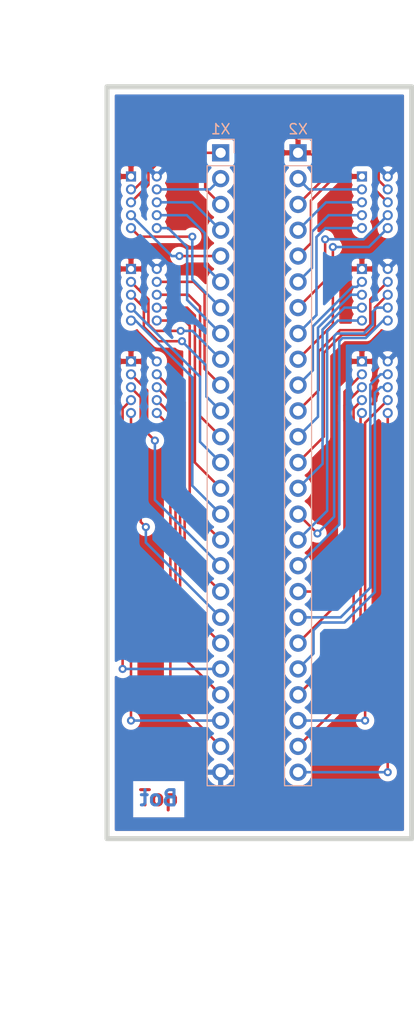
<source format=kicad_pcb>
(kicad_pcb (version 20171130) (host pcbnew "(5.1.4)-1")

  (general
    (thickness 1.6)
    (drawings 9)
    (tracks 260)
    (zones 0)
    (modules 3)
    (nets 51)
  )

  (page A4)
  (title_block
    (title USBKeyAdapter)
    (date 2019-12-09)
    (rev 1.0)
    (company https://www.kampis-elektroecke.de)
    (comment 1 "Author: Daniel Kampert")
    (comment 4 "AT90USBKey bread board adapter")
  )

  (layers
    (0 F.Cu signal)
    (31 B.Cu signal)
    (32 B.Adhes user)
    (33 F.Adhes user)
    (34 B.Paste user)
    (35 F.Paste user)
    (36 B.SilkS user)
    (37 F.SilkS user)
    (38 B.Mask user)
    (39 F.Mask user)
    (40 Dwgs.User user)
    (41 Cmts.User user)
    (42 Eco1.User user)
    (43 Eco2.User user)
    (44 Edge.Cuts user)
    (45 Margin user)
    (46 B.CrtYd user)
    (47 F.CrtYd user)
    (48 B.Fab user)
    (49 F.Fab user)
  )

  (setup
    (last_trace_width 0.25)
    (trace_clearance 0.2)
    (zone_clearance 0.508)
    (zone_45_only no)
    (trace_min 0.2)
    (via_size 0.8)
    (via_drill 0.4)
    (via_min_size 0.4)
    (via_min_drill 0.3)
    (uvia_size 0.3)
    (uvia_drill 0.1)
    (uvias_allowed no)
    (uvia_min_size 0.2)
    (uvia_min_drill 0.1)
    (edge_width 0.05)
    (segment_width 0.2)
    (pcb_text_width 0.3)
    (pcb_text_size 1.5 1.5)
    (mod_edge_width 0.12)
    (mod_text_size 1 1)
    (mod_text_width 0.15)
    (pad_size 1.524 1.524)
    (pad_drill 0.762)
    (pad_to_mask_clearance 0.051)
    (solder_mask_min_width 0.25)
    (aux_axis_origin 0 0)
    (visible_elements 7FFFFFFF)
    (pcbplotparams
      (layerselection 0x010fc_ffffffff)
      (usegerberextensions false)
      (usegerberattributes false)
      (usegerberadvancedattributes false)
      (creategerberjobfile false)
      (excludeedgelayer true)
      (linewidth 0.100000)
      (plotframeref false)
      (viasonmask false)
      (mode 1)
      (useauxorigin false)
      (hpglpennumber 1)
      (hpglpenspeed 20)
      (hpglpendiameter 15.000000)
      (psnegative false)
      (psa4output false)
      (plotreference true)
      (plotvalue true)
      (plotinvisibletext false)
      (padsonsilk false)
      (subtractmaskfromsilk false)
      (outputformat 1)
      (mirror false)
      (drillshape 0)
      (scaleselection 1)
      (outputdirectory "../production/"))
  )

  (net 0 "")
  (net 1 VCC)
  (net 2 "Net-(M1-Pad3)")
  (net 3 "Net-(M1-Pad5)")
  (net 4 "Net-(M1-Pad7)")
  (net 5 "Net-(M1-Pad9)")
  (net 6 GND)
  (net 7 "Net-(M1-Pad4)")
  (net 8 "Net-(M1-Pad6)")
  (net 9 "Net-(M1-Pad8)")
  (net 10 "Net-(M1-Pad10)")
  (net 11 "Net-(M1-Pad18)")
  (net 12 "Net-(M1-Pad20)")
  (net 13 "Net-(M1-Pad16)")
  (net 14 "Net-(M1-Pad14)")
  (net 15 "Net-(M1-Pad19)")
  (net 16 "Net-(M1-Pad15)")
  (net 17 "Net-(M1-Pad13)")
  (net 18 "Net-(M1-Pad17)")
  (net 19 "Net-(M1-Pad38)")
  (net 20 "Net-(M1-Pad40)")
  (net 21 "Net-(M1-Pad36)")
  (net 22 "Net-(M1-Pad34)")
  (net 23 "Net-(M1-Pad39)")
  (net 24 "Net-(M1-Pad35)")
  (net 25 "Net-(M1-Pad33)")
  (net 26 "Net-(M1-Pad37)")
  (net 27 "Net-(M1-Pad28)")
  (net 28 "Net-(M1-Pad30)")
  (net 29 "Net-(M1-Pad26)")
  (net 30 "Net-(M1-Pad24)")
  (net 31 "Net-(M1-Pad29)")
  (net 32 "Net-(M1-Pad25)")
  (net 33 "Net-(M1-Pad23)")
  (net 34 "Net-(M1-Pad27)")
  (net 35 "Net-(M1-Pad58)")
  (net 36 "Net-(M1-Pad60)")
  (net 37 "Net-(M1-Pad56)")
  (net 38 "Net-(M1-Pad54)")
  (net 39 "Net-(M1-Pad59)")
  (net 40 "Net-(M1-Pad55)")
  (net 41 "Net-(M1-Pad53)")
  (net 42 "Net-(M1-Pad57)")
  (net 43 "Net-(M1-Pad48)")
  (net 44 "Net-(M1-Pad50)")
  (net 45 "Net-(M1-Pad46)")
  (net 46 "Net-(M1-Pad44)")
  (net 47 "Net-(M1-Pad49)")
  (net 48 "Net-(M1-Pad45)")
  (net 49 "Net-(M1-Pad43)")
  (net 50 "Net-(M1-Pad47)")

  (net_class Default "Dies ist die voreingestellte Netzklasse."
    (clearance 0.2)
    (trace_width 0.25)
    (via_dia 0.8)
    (via_drill 0.4)
    (uvia_dia 0.3)
    (uvia_drill 0.1)
    (add_net GND)
    (add_net "Net-(M1-Pad10)")
    (add_net "Net-(M1-Pad13)")
    (add_net "Net-(M1-Pad14)")
    (add_net "Net-(M1-Pad15)")
    (add_net "Net-(M1-Pad16)")
    (add_net "Net-(M1-Pad17)")
    (add_net "Net-(M1-Pad18)")
    (add_net "Net-(M1-Pad19)")
    (add_net "Net-(M1-Pad20)")
    (add_net "Net-(M1-Pad23)")
    (add_net "Net-(M1-Pad24)")
    (add_net "Net-(M1-Pad25)")
    (add_net "Net-(M1-Pad26)")
    (add_net "Net-(M1-Pad27)")
    (add_net "Net-(M1-Pad28)")
    (add_net "Net-(M1-Pad29)")
    (add_net "Net-(M1-Pad3)")
    (add_net "Net-(M1-Pad30)")
    (add_net "Net-(M1-Pad33)")
    (add_net "Net-(M1-Pad34)")
    (add_net "Net-(M1-Pad35)")
    (add_net "Net-(M1-Pad36)")
    (add_net "Net-(M1-Pad37)")
    (add_net "Net-(M1-Pad38)")
    (add_net "Net-(M1-Pad39)")
    (add_net "Net-(M1-Pad4)")
    (add_net "Net-(M1-Pad40)")
    (add_net "Net-(M1-Pad43)")
    (add_net "Net-(M1-Pad44)")
    (add_net "Net-(M1-Pad45)")
    (add_net "Net-(M1-Pad46)")
    (add_net "Net-(M1-Pad47)")
    (add_net "Net-(M1-Pad48)")
    (add_net "Net-(M1-Pad49)")
    (add_net "Net-(M1-Pad5)")
    (add_net "Net-(M1-Pad50)")
    (add_net "Net-(M1-Pad53)")
    (add_net "Net-(M1-Pad54)")
    (add_net "Net-(M1-Pad55)")
    (add_net "Net-(M1-Pad56)")
    (add_net "Net-(M1-Pad57)")
    (add_net "Net-(M1-Pad58)")
    (add_net "Net-(M1-Pad59)")
    (add_net "Net-(M1-Pad6)")
    (add_net "Net-(M1-Pad60)")
    (add_net "Net-(M1-Pad7)")
    (add_net "Net-(M1-Pad8)")
    (add_net "Net-(M1-Pad9)")
    (add_net VCC)
  )

  (module Modules:AT90USBKey (layer F.Cu) (tedit 5DEE37EC) (tstamp 5DEE5743)
    (at 127 77.47)
    (tags AT90USBKey)
    (path /5DEECE8D)
    (fp_text reference M1 (at 0 -28.956) (layer F.SilkS) hide
      (effects (font (size 1 1) (thickness 0.15)))
    )
    (fp_text value AT90USBKey (at 0 -1.016 180) (layer F.Fab)
      (effects (font (size 1 1) (thickness 0.15)))
    )
    (fp_text user %R (at 0 1.524 180) (layer F.Fab)
      (effects (font (size 1 1) (thickness 0.15)))
    )
    (fp_line (start -12.951 -13.0497) (end -8.967 -13.0497) (layer F.Fab) (width 0.12))
    (fp_line (start -13.967 -5.4297) (end -13.967 -12.0337) (layer F.Fab) (width 0.12))
    (fp_line (start -8.967 -5.4297) (end -13.967 -5.4297) (layer F.Fab) (width 0.12))
    (fp_line (start -8.967 -13.0497) (end -8.967 -5.4297) (layer F.Fab) (width 0.12))
    (fp_line (start -13.967 -12.0337) (end -12.951 -13.0497) (layer F.Fab) (width 0.12))
    (fp_line (start -12.951 -3.9057) (end -8.967 -3.9057) (layer F.Fab) (width 0.12))
    (fp_line (start -13.967 3.7143) (end -13.967 -2.8897) (layer F.Fab) (width 0.12))
    (fp_line (start -8.967 3.7143) (end -13.967 3.7143) (layer F.Fab) (width 0.12))
    (fp_line (start -8.967 -3.9057) (end -8.967 3.7143) (layer F.Fab) (width 0.12))
    (fp_line (start -13.967 -2.8897) (end -12.951 -3.9057) (layer F.Fab) (width 0.12))
    (fp_line (start -12.951 4.9843) (end -8.967 4.9843) (layer F.Fab) (width 0.12))
    (fp_line (start -13.967 12.6043) (end -13.967 6.0003) (layer F.Fab) (width 0.12))
    (fp_line (start -8.967 12.6043) (end -13.967 12.6043) (layer F.Fab) (width 0.12))
    (fp_line (start -8.967 4.9843) (end -8.967 12.6043) (layer F.Fab) (width 0.12))
    (fp_line (start -13.967 6.0003) (end -12.951 4.9843) (layer F.Fab) (width 0.12))
    (fp_line (start 8.639 6.0003) (end 9.655 4.9843) (layer F.Fab) (width 0.12))
    (fp_line (start 13.639 4.9843) (end 13.639 12.6043) (layer F.Fab) (width 0.12))
    (fp_line (start 13.639 12.6043) (end 8.639 12.6043) (layer F.Fab) (width 0.12))
    (fp_line (start 9.655 4.9843) (end 13.639 4.9843) (layer F.Fab) (width 0.12))
    (fp_line (start 8.639 12.6043) (end 8.639 6.0003) (layer F.Fab) (width 0.12))
    (fp_line (start 8.639 3.7143) (end 8.639 -2.8897) (layer F.Fab) (width 0.12))
    (fp_line (start 8.639 -2.8897) (end 9.655 -3.9057) (layer F.Fab) (width 0.12))
    (fp_line (start 9.655 -3.9057) (end 13.639 -3.9057) (layer F.Fab) (width 0.12))
    (fp_line (start 13.639 -3.9057) (end 13.639 3.7143) (layer F.Fab) (width 0.12))
    (fp_line (start 13.639 3.7143) (end 8.639 3.7143) (layer F.Fab) (width 0.12))
    (fp_line (start 8.639 -12.0337) (end 9.655 -13.0497) (layer F.Fab) (width 0.12))
    (fp_line (start 13.639 -13.0497) (end 13.639 -5.4297) (layer F.Fab) (width 0.12))
    (fp_line (start 9.655 -13.0497) (end 13.639 -13.0497) (layer F.Fab) (width 0.12))
    (fp_line (start 13.639 -5.4297) (end 8.639 -5.4297) (layer F.Fab) (width 0.12))
    (fp_line (start 8.639 -5.4297) (end 8.639 -12.0337) (layer F.Fab) (width 0.12))
    (fp_line (start -15 -27.75) (end 15 -27.75) (layer F.Fab) (width 0.12))
    (fp_line (start 15 -27.75) (end 15 62.25) (layer F.Fab) (width 0.12))
    (fp_line (start -15 -27.75) (end -15 62.25) (layer F.Fab) (width 0.12))
    (fp_line (start -15 62.25) (end 15 62.25) (layer F.Fab) (width 0.12))
    (fp_line (start -3.8 -28.95) (end 4 -28.95) (layer F.Fab) (width 0.12))
    (fp_line (start -3.8 -19.75) (end 4 -19.75) (layer F.Fab) (width 0.12))
    (fp_line (start -3.8 -19.75) (end -3.8 -28.95) (layer F.Fab) (width 0.12))
    (fp_line (start 4 -19.75) (end 4 -28.95) (layer F.Fab) (width 0.12))
    (fp_line (start 7.5 51.05) (end 12.5 51.05) (layer F.Fab) (width 0.12))
    (fp_line (start 7.5 68.05) (end 12.5 68.05) (layer F.Fab) (width 0.12))
    (fp_line (start 7.5 51.05) (end 7.5 68.05) (layer F.Fab) (width 0.12))
    (fp_line (start 12.5 51.05) (end 12.5 68.05) (layer F.Fab) (width 0.12))
    (pad 1 thru_hole rect (at -12.64 -11.64) (size 1 1) (drill 0.6) (layers *.Cu *.Mask)
      (net 1 VCC))
    (pad 3 thru_hole circle (at -12.64 -10.37) (size 1 1) (drill 0.6) (layers *.Cu *.Mask)
      (net 2 "Net-(M1-Pad3)"))
    (pad 5 thru_hole circle (at -12.64 -9.1) (size 1 1) (drill 0.6) (layers *.Cu *.Mask)
      (net 3 "Net-(M1-Pad5)"))
    (pad 7 thru_hole circle (at -12.64 -7.83) (size 1 1) (drill 0.6) (layers *.Cu *.Mask)
      (net 4 "Net-(M1-Pad7)"))
    (pad 9 thru_hole circle (at -12.64 -6.56) (size 1 1) (drill 0.6) (layers *.Cu *.Mask)
      (net 5 "Net-(M1-Pad9)"))
    (pad 2 thru_hole circle (at -10.1 -11.64) (size 1 1) (drill 0.6) (layers *.Cu *.Mask)
      (net 6 GND))
    (pad 4 thru_hole circle (at -10.1 -10.37) (size 1 1) (drill 0.6) (layers *.Cu *.Mask)
      (net 7 "Net-(M1-Pad4)"))
    (pad 6 thru_hole circle (at -10.1 -9.1) (size 1 1) (drill 0.6) (layers *.Cu *.Mask)
      (net 8 "Net-(M1-Pad6)"))
    (pad 8 thru_hole circle (at -10.1 -7.83) (size 1 1) (drill 0.6) (layers *.Cu *.Mask)
      (net 9 "Net-(M1-Pad8)"))
    (pad 10 thru_hole circle (at -10.1 -6.56) (size 1 1) (drill 0.6) (layers *.Cu *.Mask)
      (net 10 "Net-(M1-Pad10)"))
    (pad 12 thru_hole circle (at -10.1 -2.54) (size 1 1) (drill 0.6) (layers *.Cu *.Mask)
      (net 6 GND))
    (pad 18 thru_hole circle (at -10.1 1.27) (size 1 1) (drill 0.6) (layers *.Cu *.Mask)
      (net 11 "Net-(M1-Pad18)"))
    (pad 20 thru_hole circle (at -10.1 2.54) (size 1 1) (drill 0.6) (layers *.Cu *.Mask)
      (net 12 "Net-(M1-Pad20)"))
    (pad 16 thru_hole circle (at -10.1 0) (size 1 1) (drill 0.6) (layers *.Cu *.Mask)
      (net 13 "Net-(M1-Pad16)"))
    (pad 14 thru_hole circle (at -10.1 -1.27) (size 1 1) (drill 0.6) (layers *.Cu *.Mask)
      (net 14 "Net-(M1-Pad14)"))
    (pad 19 thru_hole circle (at -12.64 2.54) (size 1 1) (drill 0.6) (layers *.Cu *.Mask)
      (net 15 "Net-(M1-Pad19)"))
    (pad 15 thru_hole circle (at -12.64 0) (size 1 1) (drill 0.6) (layers *.Cu *.Mask)
      (net 16 "Net-(M1-Pad15)"))
    (pad 13 thru_hole circle (at -12.64 -1.27) (size 1 1) (drill 0.6) (layers *.Cu *.Mask)
      (net 17 "Net-(M1-Pad13)"))
    (pad 11 thru_hole rect (at -12.64 -2.54) (size 1 1) (drill 0.6) (layers *.Cu *.Mask)
      (net 1 VCC))
    (pad 17 thru_hole circle (at -12.64 1.27) (size 1 1) (drill 0.6) (layers *.Cu *.Mask)
      (net 18 "Net-(M1-Pad17)"))
    (pad 32 thru_hole circle (at 12.64 6.56) (size 1 1) (drill 0.6) (layers *.Cu *.Mask)
      (net 6 GND))
    (pad 38 thru_hole circle (at 12.64 10.37) (size 1 1) (drill 0.6) (layers *.Cu *.Mask)
      (net 19 "Net-(M1-Pad38)"))
    (pad 40 thru_hole circle (at 12.64 11.64) (size 1 1) (drill 0.6) (layers *.Cu *.Mask)
      (net 20 "Net-(M1-Pad40)"))
    (pad 36 thru_hole circle (at 12.64 9.1) (size 1 1) (drill 0.6) (layers *.Cu *.Mask)
      (net 21 "Net-(M1-Pad36)"))
    (pad 34 thru_hole circle (at 12.64 7.83) (size 1 1) (drill 0.6) (layers *.Cu *.Mask)
      (net 22 "Net-(M1-Pad34)"))
    (pad 39 thru_hole circle (at 10.1 11.64) (size 1 1) (drill 0.6) (layers *.Cu *.Mask)
      (net 23 "Net-(M1-Pad39)"))
    (pad 35 thru_hole circle (at 10.1 9.1) (size 1 1) (drill 0.6) (layers *.Cu *.Mask)
      (net 24 "Net-(M1-Pad35)"))
    (pad 33 thru_hole circle (at 10.1 7.83) (size 1 1) (drill 0.6) (layers *.Cu *.Mask)
      (net 25 "Net-(M1-Pad33)"))
    (pad 31 thru_hole rect (at 10.1 6.56) (size 1 1) (drill 0.6) (layers *.Cu *.Mask)
      (net 1 VCC))
    (pad 37 thru_hole circle (at 10.1 10.37) (size 1 1) (drill 0.6) (layers *.Cu *.Mask)
      (net 26 "Net-(M1-Pad37)"))
    (pad 22 thru_hole circle (at -10.1 6.56) (size 1 1) (drill 0.6) (layers *.Cu *.Mask)
      (net 6 GND))
    (pad 28 thru_hole circle (at -10.1 10.37) (size 1 1) (drill 0.6) (layers *.Cu *.Mask)
      (net 27 "Net-(M1-Pad28)"))
    (pad 30 thru_hole circle (at -10.1 11.64) (size 1 1) (drill 0.6) (layers *.Cu *.Mask)
      (net 28 "Net-(M1-Pad30)"))
    (pad 26 thru_hole circle (at -10.1 9.1) (size 1 1) (drill 0.6) (layers *.Cu *.Mask)
      (net 29 "Net-(M1-Pad26)"))
    (pad 24 thru_hole circle (at -10.1 7.83) (size 1 1) (drill 0.6) (layers *.Cu *.Mask)
      (net 30 "Net-(M1-Pad24)"))
    (pad 29 thru_hole circle (at -12.64 11.64) (size 1 1) (drill 0.6) (layers *.Cu *.Mask)
      (net 31 "Net-(M1-Pad29)"))
    (pad 25 thru_hole circle (at -12.64 9.1) (size 1 1) (drill 0.6) (layers *.Cu *.Mask)
      (net 32 "Net-(M1-Pad25)"))
    (pad 23 thru_hole circle (at -12.64 7.83) (size 1 1) (drill 0.6) (layers *.Cu *.Mask)
      (net 33 "Net-(M1-Pad23)"))
    (pad 21 thru_hole rect (at -12.64 6.56) (size 1 1) (drill 0.6) (layers *.Cu *.Mask)
      (net 1 VCC))
    (pad 27 thru_hole circle (at -12.64 10.37) (size 1 1) (drill 0.6) (layers *.Cu *.Mask)
      (net 34 "Net-(M1-Pad27)"))
    (pad 52 thru_hole circle (at 12.64 -11.64) (size 1 1) (drill 0.6) (layers *.Cu *.Mask)
      (net 6 GND))
    (pad 58 thru_hole circle (at 12.64 -7.83) (size 1 1) (drill 0.6) (layers *.Cu *.Mask)
      (net 35 "Net-(M1-Pad58)"))
    (pad 60 thru_hole circle (at 12.64 -6.56) (size 1 1) (drill 0.6) (layers *.Cu *.Mask)
      (net 36 "Net-(M1-Pad60)"))
    (pad 56 thru_hole circle (at 12.64 -9.1) (size 1 1) (drill 0.6) (layers *.Cu *.Mask)
      (net 37 "Net-(M1-Pad56)"))
    (pad 54 thru_hole circle (at 12.64 -10.37) (size 1 1) (drill 0.6) (layers *.Cu *.Mask)
      (net 38 "Net-(M1-Pad54)"))
    (pad 59 thru_hole circle (at 10.1 -6.56) (size 1 1) (drill 0.6) (layers *.Cu *.Mask)
      (net 39 "Net-(M1-Pad59)"))
    (pad 55 thru_hole circle (at 10.1 -9.1) (size 1 1) (drill 0.6) (layers *.Cu *.Mask)
      (net 40 "Net-(M1-Pad55)"))
    (pad 53 thru_hole circle (at 10.1 -10.37) (size 1 1) (drill 0.6) (layers *.Cu *.Mask)
      (net 41 "Net-(M1-Pad53)"))
    (pad 51 thru_hole rect (at 10.1 -11.64) (size 1 1) (drill 0.6) (layers *.Cu *.Mask)
      (net 1 VCC))
    (pad 57 thru_hole circle (at 10.1 -7.83) (size 1 1) (drill 0.6) (layers *.Cu *.Mask)
      (net 42 "Net-(M1-Pad57)"))
    (pad 42 thru_hole circle (at 12.64 -2.54) (size 1 1) (drill 0.6) (layers *.Cu *.Mask)
      (net 6 GND))
    (pad 48 thru_hole circle (at 12.64 1.27) (size 1 1) (drill 0.6) (layers *.Cu *.Mask)
      (net 43 "Net-(M1-Pad48)"))
    (pad 50 thru_hole circle (at 12.64 2.54) (size 1 1) (drill 0.6) (layers *.Cu *.Mask)
      (net 44 "Net-(M1-Pad50)"))
    (pad 46 thru_hole circle (at 12.64 0) (size 1 1) (drill 0.6) (layers *.Cu *.Mask)
      (net 45 "Net-(M1-Pad46)"))
    (pad 44 thru_hole circle (at 12.64 -1.27) (size 1 1) (drill 0.6) (layers *.Cu *.Mask)
      (net 46 "Net-(M1-Pad44)"))
    (pad 49 thru_hole circle (at 10.1 2.54) (size 1 1) (drill 0.6) (layers *.Cu *.Mask)
      (net 47 "Net-(M1-Pad49)"))
    (pad 45 thru_hole circle (at 10.1 0) (size 1 1) (drill 0.6) (layers *.Cu *.Mask)
      (net 48 "Net-(M1-Pad45)"))
    (pad 43 thru_hole circle (at 10.1 -1.27) (size 1 1) (drill 0.6) (layers *.Cu *.Mask)
      (net 49 "Net-(M1-Pad43)"))
    (pad 41 thru_hole rect (at 10.1 -2.54) (size 1 1) (drill 0.6) (layers *.Cu *.Mask)
      (net 1 VCC))
    (pad 47 thru_hole circle (at 10.1 1.27) (size 1 1) (drill 0.6) (layers *.Cu *.Mask)
      (net 50 "Net-(M1-Pad47)"))
  )

  (module Connector_PinHeader_2.54mm:PinHeader_1x25_P2.54mm_Vertical (layer B.Cu) (tedit 59FED5CC) (tstamp 5DEE5770)
    (at 123.19 63.5 180)
    (descr "Through hole straight pin header, 1x25, 2.54mm pitch, single row")
    (tags "Through hole pin header THT 1x25 2.54mm single row")
    (path /5DF8DA18)
    (fp_text reference X1 (at 0 2.33) (layer B.SilkS)
      (effects (font (size 1 1) (thickness 0.15)) (justify mirror))
    )
    (fp_text value Conn_01x25_Male (at 0 -63.29) (layer B.Fab)
      (effects (font (size 1 1) (thickness 0.15)) (justify mirror))
    )
    (fp_text user %R (at 0 -30.48 270) (layer B.Fab)
      (effects (font (size 1 1) (thickness 0.15)) (justify mirror))
    )
    (fp_line (start 1.8 1.8) (end -1.8 1.8) (layer B.CrtYd) (width 0.05))
    (fp_line (start 1.8 -62.75) (end 1.8 1.8) (layer B.CrtYd) (width 0.05))
    (fp_line (start -1.8 -62.75) (end 1.8 -62.75) (layer B.CrtYd) (width 0.05))
    (fp_line (start -1.8 1.8) (end -1.8 -62.75) (layer B.CrtYd) (width 0.05))
    (fp_line (start -1.33 1.33) (end 0 1.33) (layer B.SilkS) (width 0.12))
    (fp_line (start -1.33 0) (end -1.33 1.33) (layer B.SilkS) (width 0.12))
    (fp_line (start -1.33 -1.27) (end 1.33 -1.27) (layer B.SilkS) (width 0.12))
    (fp_line (start 1.33 -1.27) (end 1.33 -62.29) (layer B.SilkS) (width 0.12))
    (fp_line (start -1.33 -1.27) (end -1.33 -62.29) (layer B.SilkS) (width 0.12))
    (fp_line (start -1.33 -62.29) (end 1.33 -62.29) (layer B.SilkS) (width 0.12))
    (fp_line (start -1.27 0.635) (end -0.635 1.27) (layer B.Fab) (width 0.1))
    (fp_line (start -1.27 -62.23) (end -1.27 0.635) (layer B.Fab) (width 0.1))
    (fp_line (start 1.27 -62.23) (end -1.27 -62.23) (layer B.Fab) (width 0.1))
    (fp_line (start 1.27 1.27) (end 1.27 -62.23) (layer B.Fab) (width 0.1))
    (fp_line (start -0.635 1.27) (end 1.27 1.27) (layer B.Fab) (width 0.1))
    (pad 25 thru_hole oval (at 0 -60.96 180) (size 1.7 1.7) (drill 1) (layers *.Cu *.Mask)
      (net 6 GND))
    (pad 24 thru_hole oval (at 0 -58.42 180) (size 1.7 1.7) (drill 1) (layers *.Cu *.Mask)
      (net 28 "Net-(M1-Pad30)"))
    (pad 23 thru_hole oval (at 0 -55.88 180) (size 1.7 1.7) (drill 1) (layers *.Cu *.Mask)
      (net 31 "Net-(M1-Pad29)"))
    (pad 22 thru_hole oval (at 0 -53.34 180) (size 1.7 1.7) (drill 1) (layers *.Cu *.Mask)
      (net 27 "Net-(M1-Pad28)"))
    (pad 21 thru_hole oval (at 0 -50.8 180) (size 1.7 1.7) (drill 1) (layers *.Cu *.Mask)
      (net 34 "Net-(M1-Pad27)"))
    (pad 20 thru_hole oval (at 0 -48.26 180) (size 1.7 1.7) (drill 1) (layers *.Cu *.Mask)
      (net 29 "Net-(M1-Pad26)"))
    (pad 19 thru_hole oval (at 0 -45.72 180) (size 1.7 1.7) (drill 1) (layers *.Cu *.Mask)
      (net 32 "Net-(M1-Pad25)"))
    (pad 18 thru_hole oval (at 0 -43.18 180) (size 1.7 1.7) (drill 1) (layers *.Cu *.Mask)
      (net 30 "Net-(M1-Pad24)"))
    (pad 17 thru_hole oval (at 0 -40.64 180) (size 1.7 1.7) (drill 1) (layers *.Cu *.Mask)
      (net 33 "Net-(M1-Pad23)"))
    (pad 16 thru_hole oval (at 0 -38.1 180) (size 1.7 1.7) (drill 1) (layers *.Cu *.Mask)
      (net 12 "Net-(M1-Pad20)"))
    (pad 15 thru_hole oval (at 0 -35.56 180) (size 1.7 1.7) (drill 1) (layers *.Cu *.Mask)
      (net 15 "Net-(M1-Pad19)"))
    (pad 14 thru_hole oval (at 0 -33.02 180) (size 1.7 1.7) (drill 1) (layers *.Cu *.Mask)
      (net 11 "Net-(M1-Pad18)"))
    (pad 13 thru_hole oval (at 0 -30.48 180) (size 1.7 1.7) (drill 1) (layers *.Cu *.Mask)
      (net 18 "Net-(M1-Pad17)"))
    (pad 12 thru_hole oval (at 0 -27.94 180) (size 1.7 1.7) (drill 1) (layers *.Cu *.Mask)
      (net 13 "Net-(M1-Pad16)"))
    (pad 11 thru_hole oval (at 0 -25.4 180) (size 1.7 1.7) (drill 1) (layers *.Cu *.Mask)
      (net 16 "Net-(M1-Pad15)"))
    (pad 10 thru_hole oval (at 0 -22.86 180) (size 1.7 1.7) (drill 1) (layers *.Cu *.Mask)
      (net 14 "Net-(M1-Pad14)"))
    (pad 9 thru_hole oval (at 0 -20.32 180) (size 1.7 1.7) (drill 1) (layers *.Cu *.Mask)
      (net 17 "Net-(M1-Pad13)"))
    (pad 8 thru_hole oval (at 0 -17.78 180) (size 1.7 1.7) (drill 1) (layers *.Cu *.Mask)
      (net 10 "Net-(M1-Pad10)"))
    (pad 7 thru_hole oval (at 0 -15.24 180) (size 1.7 1.7) (drill 1) (layers *.Cu *.Mask)
      (net 5 "Net-(M1-Pad9)"))
    (pad 6 thru_hole oval (at 0 -12.7 180) (size 1.7 1.7) (drill 1) (layers *.Cu *.Mask)
      (net 9 "Net-(M1-Pad8)"))
    (pad 5 thru_hole oval (at 0 -10.16 180) (size 1.7 1.7) (drill 1) (layers *.Cu *.Mask)
      (net 4 "Net-(M1-Pad7)"))
    (pad 4 thru_hole oval (at 0 -7.62 180) (size 1.7 1.7) (drill 1) (layers *.Cu *.Mask)
      (net 8 "Net-(M1-Pad6)"))
    (pad 3 thru_hole oval (at 0 -5.08 180) (size 1.7 1.7) (drill 1) (layers *.Cu *.Mask)
      (net 3 "Net-(M1-Pad5)"))
    (pad 2 thru_hole oval (at 0 -2.54 180) (size 1.7 1.7) (drill 1) (layers *.Cu *.Mask)
      (net 7 "Net-(M1-Pad4)"))
    (pad 1 thru_hole rect (at 0 0 180) (size 1.7 1.7) (drill 1) (layers *.Cu *.Mask)
      (net 2 "Net-(M1-Pad3)"))
    (model ${KISYS3DMOD}/Connector_PinHeader_2.54mm.3dshapes/PinHeader_1x25_P2.54mm_Vertical.wrl
      (at (xyz 0 0 0))
      (scale (xyz 1 1 1))
      (rotate (xyz 0 0 0))
    )
  )

  (module Connector_PinHeader_2.54mm:PinHeader_1x25_P2.54mm_Vertical (layer B.Cu) (tedit 59FED5CC) (tstamp 5DEE579D)
    (at 130.81 63.5 180)
    (descr "Through hole straight pin header, 1x25, 2.54mm pitch, single row")
    (tags "Through hole pin header THT 1x25 2.54mm single row")
    (path /5DF7CD5E)
    (fp_text reference X2 (at 0 2.33) (layer B.SilkS)
      (effects (font (size 1 1) (thickness 0.15)) (justify mirror))
    )
    (fp_text value Conn_01x25_Male (at 0 -63.29) (layer B.Fab)
      (effects (font (size 1 1) (thickness 0.15)) (justify mirror))
    )
    (fp_line (start -0.635 1.27) (end 1.27 1.27) (layer B.Fab) (width 0.1))
    (fp_line (start 1.27 1.27) (end 1.27 -62.23) (layer B.Fab) (width 0.1))
    (fp_line (start 1.27 -62.23) (end -1.27 -62.23) (layer B.Fab) (width 0.1))
    (fp_line (start -1.27 -62.23) (end -1.27 0.635) (layer B.Fab) (width 0.1))
    (fp_line (start -1.27 0.635) (end -0.635 1.27) (layer B.Fab) (width 0.1))
    (fp_line (start -1.33 -62.29) (end 1.33 -62.29) (layer B.SilkS) (width 0.12))
    (fp_line (start -1.33 -1.27) (end -1.33 -62.29) (layer B.SilkS) (width 0.12))
    (fp_line (start 1.33 -1.27) (end 1.33 -62.29) (layer B.SilkS) (width 0.12))
    (fp_line (start -1.33 -1.27) (end 1.33 -1.27) (layer B.SilkS) (width 0.12))
    (fp_line (start -1.33 0) (end -1.33 1.33) (layer B.SilkS) (width 0.12))
    (fp_line (start -1.33 1.33) (end 0 1.33) (layer B.SilkS) (width 0.12))
    (fp_line (start -1.8 1.8) (end -1.8 -62.75) (layer B.CrtYd) (width 0.05))
    (fp_line (start -1.8 -62.75) (end 1.8 -62.75) (layer B.CrtYd) (width 0.05))
    (fp_line (start 1.8 -62.75) (end 1.8 1.8) (layer B.CrtYd) (width 0.05))
    (fp_line (start 1.8 1.8) (end -1.8 1.8) (layer B.CrtYd) (width 0.05))
    (fp_text user %R (at 0 -30.48 270) (layer B.Fab)
      (effects (font (size 1 1) (thickness 0.15)) (justify mirror))
    )
    (pad 1 thru_hole rect (at 0 0 180) (size 1.7 1.7) (drill 1) (layers *.Cu *.Mask)
      (net 1 VCC))
    (pad 2 thru_hole oval (at 0 -2.54 180) (size 1.7 1.7) (drill 1) (layers *.Cu *.Mask)
      (net 41 "Net-(M1-Pad53)"))
    (pad 3 thru_hole oval (at 0 -5.08 180) (size 1.7 1.7) (drill 1) (layers *.Cu *.Mask)
      (net 38 "Net-(M1-Pad54)"))
    (pad 4 thru_hole oval (at 0 -7.62 180) (size 1.7 1.7) (drill 1) (layers *.Cu *.Mask)
      (net 40 "Net-(M1-Pad55)"))
    (pad 5 thru_hole oval (at 0 -10.16 180) (size 1.7 1.7) (drill 1) (layers *.Cu *.Mask)
      (net 37 "Net-(M1-Pad56)"))
    (pad 6 thru_hole oval (at 0 -12.7 180) (size 1.7 1.7) (drill 1) (layers *.Cu *.Mask)
      (net 42 "Net-(M1-Pad57)"))
    (pad 7 thru_hole oval (at 0 -15.24 180) (size 1.7 1.7) (drill 1) (layers *.Cu *.Mask)
      (net 35 "Net-(M1-Pad58)"))
    (pad 8 thru_hole oval (at 0 -17.78 180) (size 1.7 1.7) (drill 1) (layers *.Cu *.Mask)
      (net 39 "Net-(M1-Pad59)"))
    (pad 9 thru_hole oval (at 0 -20.32 180) (size 1.7 1.7) (drill 1) (layers *.Cu *.Mask)
      (net 36 "Net-(M1-Pad60)"))
    (pad 10 thru_hole oval (at 0 -22.86 180) (size 1.7 1.7) (drill 1) (layers *.Cu *.Mask)
      (net 49 "Net-(M1-Pad43)"))
    (pad 11 thru_hole oval (at 0 -25.4 180) (size 1.7 1.7) (drill 1) (layers *.Cu *.Mask)
      (net 46 "Net-(M1-Pad44)"))
    (pad 12 thru_hole oval (at 0 -27.94 180) (size 1.7 1.7) (drill 1) (layers *.Cu *.Mask)
      (net 48 "Net-(M1-Pad45)"))
    (pad 13 thru_hole oval (at 0 -30.48 180) (size 1.7 1.7) (drill 1) (layers *.Cu *.Mask)
      (net 45 "Net-(M1-Pad46)"))
    (pad 14 thru_hole oval (at 0 -33.02 180) (size 1.7 1.7) (drill 1) (layers *.Cu *.Mask)
      (net 50 "Net-(M1-Pad47)"))
    (pad 15 thru_hole oval (at 0 -35.56 180) (size 1.7 1.7) (drill 1) (layers *.Cu *.Mask)
      (net 43 "Net-(M1-Pad48)"))
    (pad 16 thru_hole oval (at 0 -38.1 180) (size 1.7 1.7) (drill 1) (layers *.Cu *.Mask)
      (net 47 "Net-(M1-Pad49)"))
    (pad 17 thru_hole oval (at 0 -40.64 180) (size 1.7 1.7) (drill 1) (layers *.Cu *.Mask)
      (net 44 "Net-(M1-Pad50)"))
    (pad 18 thru_hole oval (at 0 -43.18 180) (size 1.7 1.7) (drill 1) (layers *.Cu *.Mask)
      (net 25 "Net-(M1-Pad33)"))
    (pad 19 thru_hole oval (at 0 -45.72 180) (size 1.7 1.7) (drill 1) (layers *.Cu *.Mask)
      (net 22 "Net-(M1-Pad34)"))
    (pad 20 thru_hole oval (at 0 -48.26 180) (size 1.7 1.7) (drill 1) (layers *.Cu *.Mask)
      (net 24 "Net-(M1-Pad35)"))
    (pad 21 thru_hole oval (at 0 -50.8 180) (size 1.7 1.7) (drill 1) (layers *.Cu *.Mask)
      (net 21 "Net-(M1-Pad36)"))
    (pad 22 thru_hole oval (at 0 -53.34 180) (size 1.7 1.7) (drill 1) (layers *.Cu *.Mask)
      (net 26 "Net-(M1-Pad37)"))
    (pad 23 thru_hole oval (at 0 -55.88 180) (size 1.7 1.7) (drill 1) (layers *.Cu *.Mask)
      (net 19 "Net-(M1-Pad38)"))
    (pad 24 thru_hole oval (at 0 -58.42 180) (size 1.7 1.7) (drill 1) (layers *.Cu *.Mask)
      (net 23 "Net-(M1-Pad39)"))
    (pad 25 thru_hole oval (at 0 -60.96 180) (size 1.7 1.7) (drill 1) (layers *.Cu *.Mask)
      (net 20 "Net-(M1-Pad40)"))
    (model ${KISYS3DMOD}/Connector_PinHeader_2.54mm.3dshapes/PinHeader_1x25_P2.54mm_Vertical.wrl
      (at (xyz 0 0 0))
      (scale (xyz 1 1 1))
      (rotate (xyz 0 0 0))
    )
  )

  (gr_text 1.0 (at 136.906 60.452) (layer F.Cu)
    (effects (font (size 1 1) (thickness 0.2)))
  )
  (gr_text Bot (at 117.094 127) (layer B.Cu) (tstamp 5E10B414)
    (effects (font (size 1.5 1.5) (thickness 0.3)) (justify mirror))
  )
  (gr_text Top (at 117.094 127) (layer F.Cu)
    (effects (font (size 1.5 1.5) (thickness 0.3)))
  )
  (dimension 74 (width 0.15) (layer F.Fab)
    (gr_text "74,000 mm" (at 105.126 94 90) (layer F.Fab)
      (effects (font (size 1 1) (thickness 0.15)))
    )
    (feature1 (pts (xy 112 57) (xy 105.839579 57)))
    (feature2 (pts (xy 112 131) (xy 105.839579 131)))
    (crossbar (pts (xy 106.426 131) (xy 106.426 57)))
    (arrow1a (pts (xy 106.426 57) (xy 107.012421 58.126504)))
    (arrow1b (pts (xy 106.426 57) (xy 105.839579 58.126504)))
    (arrow2a (pts (xy 106.426 131) (xy 107.012421 129.873496)))
    (arrow2b (pts (xy 106.426 131) (xy 105.839579 129.873496)))
  )
  (dimension 30 (width 0.15) (layer F.Fab)
    (gr_text "30,000 mm" (at 127 149.89) (layer F.Fab)
      (effects (font (size 1 1) (thickness 0.15)))
    )
    (feature1 (pts (xy 142 131) (xy 142 149.176421)))
    (feature2 (pts (xy 112 131) (xy 112 149.176421)))
    (crossbar (pts (xy 112 148.59) (xy 142 148.59)))
    (arrow1a (pts (xy 142 148.59) (xy 140.873496 149.176421)))
    (arrow1b (pts (xy 142 148.59) (xy 140.873496 148.003579)))
    (arrow2a (pts (xy 112 148.59) (xy 113.126504 149.176421)))
    (arrow2b (pts (xy 112 148.59) (xy 113.126504 148.003579)))
  )
  (gr_line (start 112 131) (end 112 57) (layer Edge.Cuts) (width 0.5) (tstamp 5DEE5C8B))
  (gr_line (start 142 131) (end 112 131) (layer Edge.Cuts) (width 0.5))
  (gr_line (start 142 57) (end 142 131) (layer Edge.Cuts) (width 0.5))
  (gr_line (start 112 57) (end 142 57) (layer Edge.Cuts) (width 0.5))

  (segment (start 117.372588 63.5) (end 123.19 63.5) (width 0.25) (layer F.Cu) (net 2))
  (segment (start 115.62499 65.247598) (end 117.372588 63.5) (width 0.25) (layer F.Cu) (net 2))
  (segment (start 115.624989 66.150013) (end 115.62499 65.247598) (width 0.25) (layer F.Cu) (net 2))
  (segment (start 114.36 67.1) (end 114.675002 67.1) (width 0.25) (layer F.Cu) (net 2))
  (segment (start 114.675002 67.1) (end 115.624989 66.150013) (width 0.25) (layer F.Cu) (net 2))
  (segment (start 121.666 67.056) (end 123.19 68.58) (width 0.25) (layer F.Cu) (net 3))
  (segment (start 116.074999 66.655001) (end 116.074999 65.433999) (width 0.25) (layer F.Cu) (net 3))
  (segment (start 114.36 68.37) (end 116.074999 66.655001) (width 0.25) (layer F.Cu) (net 3))
  (segment (start 116.074999 65.433999) (end 117.246998 64.262) (width 0.25) (layer F.Cu) (net 3))
  (segment (start 117.246998 64.262) (end 121.158 64.262) (width 0.25) (layer F.Cu) (net 3))
  (segment (start 121.158 64.262) (end 121.666 64.77) (width 0.25) (layer F.Cu) (net 3))
  (segment (start 121.666 64.77) (end 121.666 67.056) (width 0.25) (layer F.Cu) (net 3))
  (via (at 119.125962 73.66) (size 0.8) (drill 0.4) (layers F.Cu B.Cu) (net 4))
  (segment (start 123.19 73.66) (end 119.125962 73.66) (width 0.25) (layer F.Cu) (net 4))
  (segment (start 114.36 69.64) (end 118.38 73.66) (width 0.25) (layer B.Cu) (net 4))
  (segment (start 118.38 73.66) (end 118.560277 73.66) (width 0.25) (layer B.Cu) (net 4))
  (segment (start 118.560277 73.66) (end 119.125962 73.66) (width 0.25) (layer B.Cu) (net 4))
  (segment (start 114.36 70.91) (end 115.205 71.755) (width 0.25) (layer F.Cu) (net 5))
  (segment (start 115.205 71.755) (end 120.396 71.755) (width 0.25) (layer F.Cu) (net 5))
  (segment (start 123.19 78.74) (end 120.396 75.946) (width 0.25) (layer B.Cu) (net 5))
  (segment (start 120.396 75.946) (end 120.396 71.755) (width 0.25) (layer B.Cu) (net 5))
  (via (at 120.396 71.755) (size 0.8) (drill 0.4) (layers F.Cu B.Cu) (net 5))
  (segment (start 122.13 67.1) (end 123.19 66.04) (width 0.25) (layer B.Cu) (net 7))
  (segment (start 116.9 67.1) (end 122.13 67.1) (width 0.25) (layer B.Cu) (net 7))
  (segment (start 120.44 68.37) (end 123.19 71.12) (width 0.25) (layer B.Cu) (net 8))
  (segment (start 116.9 68.37) (end 120.44 68.37) (width 0.25) (layer B.Cu) (net 8))
  (segment (start 116.9 69.64) (end 119.862004 69.64) (width 0.25) (layer B.Cu) (net 9))
  (segment (start 122.340001 75.350001) (end 123.19 76.2) (width 0.25) (layer B.Cu) (net 9))
  (segment (start 119.862004 69.64) (end 121.629002 71.406998) (width 0.25) (layer B.Cu) (net 9))
  (segment (start 121.629002 71.406998) (end 121.629002 74.639002) (width 0.25) (layer B.Cu) (net 9))
  (segment (start 121.629002 74.639002) (end 122.340001 75.350001) (width 0.25) (layer B.Cu) (net 9))
  (segment (start 116.9 70.91) (end 118.027 70.91) (width 0.25) (layer B.Cu) (net 10))
  (segment (start 119.888 77.978) (end 123.19 81.28) (width 0.25) (layer B.Cu) (net 10))
  (segment (start 119.888 72.771) (end 119.888 77.978) (width 0.25) (layer B.Cu) (net 10))
  (segment (start 118.027 70.91) (end 119.888 72.771) (width 0.25) (layer B.Cu) (net 10))
  (segment (start 122.340001 95.670001) (end 123.19 96.52) (width 0.25) (layer F.Cu) (net 11))
  (segment (start 120.65 93.98) (end 122.340001 95.670001) (width 0.25) (layer F.Cu) (net 11))
  (segment (start 120.65 79.502) (end 120.65 93.98) (width 0.25) (layer F.Cu) (net 11))
  (segment (start 116.9 78.74) (end 119.888 78.74) (width 0.25) (layer F.Cu) (net 11))
  (segment (start 119.888 78.74) (end 120.65 79.502) (width 0.25) (layer F.Cu) (net 11))
  (segment (start 122.340001 100.750001) (end 123.19 101.6) (width 0.25) (layer F.Cu) (net 12))
  (segment (start 120.142 98.552) (end 122.340001 100.750001) (width 0.25) (layer F.Cu) (net 12))
  (segment (start 120.142 80.518) (end 120.142 98.552) (width 0.25) (layer F.Cu) (net 12))
  (segment (start 116.9 80.01) (end 119.634 80.01) (width 0.25) (layer F.Cu) (net 12))
  (segment (start 119.634 80.01) (end 120.142 80.518) (width 0.25) (layer F.Cu) (net 12))
  (segment (start 121.158 89.408) (end 123.19 91.44) (width 0.25) (layer F.Cu) (net 13))
  (segment (start 121.158 78.613) (end 121.158 89.408) (width 0.25) (layer F.Cu) (net 13))
  (segment (start 116.9 77.47) (end 120.015 77.47) (width 0.25) (layer F.Cu) (net 13))
  (segment (start 120.015 77.47) (end 121.158 78.613) (width 0.25) (layer F.Cu) (net 13))
  (segment (start 121.608011 84.778011) (end 122.340001 85.510001) (width 0.25) (layer F.Cu) (net 14))
  (segment (start 116.9 76.2) (end 120.524411 76.2) (width 0.25) (layer F.Cu) (net 14))
  (segment (start 121.608011 77.2836) (end 121.608011 84.778011) (width 0.25) (layer F.Cu) (net 14))
  (segment (start 120.524411 76.2) (end 121.608011 77.2836) (width 0.25) (layer F.Cu) (net 14))
  (segment (start 122.340001 85.510001) (end 123.19 86.36) (width 0.25) (layer F.Cu) (net 14))
  (segment (start 114.36 80.01) (end 114.808 80.01) (width 0.25) (layer B.Cu) (net 15))
  (segment (start 122.340001 98.210001) (end 123.19 99.06) (width 0.25) (layer B.Cu) (net 15))
  (segment (start 120.396 96.266) (end 122.340001 98.210001) (width 0.25) (layer B.Cu) (net 15))
  (segment (start 120.396 85.598) (end 120.396 96.266) (width 0.25) (layer B.Cu) (net 15))
  (segment (start 114.808 80.01) (end 120.396 85.598) (width 0.25) (layer B.Cu) (net 15))
  (via (at 119.38 82.042) (size 0.8) (drill 0.4) (layers F.Cu B.Cu) (net 16))
  (segment (start 115.62499 78.73499) (end 115.62499 80.630677) (width 0.25) (layer F.Cu) (net 16))
  (segment (start 118.814315 82.042) (end 119.38 82.042) (width 0.25) (layer F.Cu) (net 16))
  (segment (start 117.036313 82.042) (end 118.814315 82.042) (width 0.25) (layer F.Cu) (net 16))
  (segment (start 115.62499 80.630677) (end 117.036313 82.042) (width 0.25) (layer F.Cu) (net 16))
  (segment (start 114.36 77.47) (end 115.62499 78.73499) (width 0.25) (layer F.Cu) (net 16))
  (segment (start 121.793 87.503) (end 121.793 84.455) (width 0.25) (layer B.Cu) (net 16))
  (segment (start 123.19 88.9) (end 121.793 87.503) (width 0.25) (layer B.Cu) (net 16))
  (segment (start 121.793 84.455) (end 119.38 82.042) (width 0.25) (layer B.Cu) (net 16))
  (via (at 119.253 81.025996) (size 0.8) (drill 0.4) (layers F.Cu B.Cu) (net 17))
  (segment (start 120.395996 81.025996) (end 119.818685 81.025996) (width 0.25) (layer B.Cu) (net 17))
  (segment (start 114.36 76.2) (end 116.074999 77.914999) (width 0.25) (layer F.Cu) (net 17))
  (segment (start 123.19 83.82) (end 120.395996 81.025996) (width 0.25) (layer B.Cu) (net 17))
  (segment (start 116.074999 77.914999) (end 116.074999 80.371684) (width 0.25) (layer F.Cu) (net 17))
  (segment (start 118.687315 81.025996) (end 119.253 81.025996) (width 0.25) (layer F.Cu) (net 17))
  (segment (start 116.729311 81.025996) (end 118.687315 81.025996) (width 0.25) (layer F.Cu) (net 17))
  (segment (start 119.818685 81.025996) (end 119.253 81.025996) (width 0.25) (layer B.Cu) (net 17))
  (segment (start 116.074999 80.371684) (end 116.729311 81.025996) (width 0.25) (layer F.Cu) (net 17))
  (segment (start 122.340001 93.130001) (end 123.19 93.98) (width 0.25) (layer B.Cu) (net 18))
  (segment (start 121.158 91.948) (end 122.340001 93.130001) (width 0.25) (layer B.Cu) (net 18))
  (segment (start 114.36 78.74) (end 121.158 85.538) (width 0.25) (layer B.Cu) (net 18))
  (segment (start 121.158 85.538) (end 121.158 91.948) (width 0.25) (layer B.Cu) (net 18))
  (segment (start 137.414 90.066) (end 137.414 119.38) (width 0.25) (layer F.Cu) (net 19))
  (segment (start 139.64 87.84) (end 137.414 90.066) (width 0.25) (layer F.Cu) (net 19))
  (segment (start 132.012081 119.38) (end 137.414 119.38) (width 0.25) (layer B.Cu) (net 19))
  (segment (start 130.81 119.38) (end 132.012081 119.38) (width 0.25) (layer B.Cu) (net 19))
  (via (at 137.414 119.38) (size 0.8) (drill 0.4) (layers F.Cu B.Cu) (net 19))
  (segment (start 130.81 124.46) (end 139.64 124.46) (width 0.25) (layer B.Cu) (net 20))
  (segment (start 139.64 89.11) (end 139.64 124.46) (width 0.25) (layer F.Cu) (net 20))
  (via (at 139.64 124.46) (size 0.8) (drill 0.4) (layers F.Cu B.Cu) (net 20))
  (segment (start 132.334 112.776) (end 130.81 114.3) (width 0.25) (layer B.Cu) (net 21))
  (segment (start 138.932894 86.57) (end 138.375011 87.127883) (width 0.25) (layer B.Cu) (net 21))
  (segment (start 139.64 86.57) (end 138.932894 86.57) (width 0.25) (layer B.Cu) (net 21))
  (segment (start 138.375011 87.127883) (end 138.375011 106.734989) (width 0.25) (layer B.Cu) (net 21))
  (segment (start 132.334 110.49) (end 132.334 112.776) (width 0.25) (layer B.Cu) (net 21))
  (segment (start 138.375011 106.734989) (end 135.382 109.728) (width 0.25) (layer B.Cu) (net 21))
  (segment (start 135.382 109.728) (end 133.096 109.728) (width 0.25) (layer B.Cu) (net 21))
  (segment (start 133.096 109.728) (end 132.334 110.49) (width 0.25) (layer B.Cu) (net 21))
  (segment (start 135.001 109.22) (end 130.81 109.22) (width 0.25) (layer B.Cu) (net 22))
  (segment (start 137.925001 106.295999) (end 135.001 109.22) (width 0.25) (layer B.Cu) (net 22))
  (segment (start 137.925001 86.307893) (end 137.925001 106.295999) (width 0.25) (layer B.Cu) (net 22))
  (segment (start 139.64 85.3) (end 138.932894 85.3) (width 0.25) (layer B.Cu) (net 22))
  (segment (start 138.932894 85.3) (end 137.925001 86.307893) (width 0.25) (layer B.Cu) (net 22))
  (segment (start 136.963989 115.766011) (end 130.81 121.92) (width 0.25) (layer F.Cu) (net 23))
  (segment (start 137.1 89.11) (end 136.963989 89.246011) (width 0.25) (layer F.Cu) (net 23))
  (segment (start 136.963989 89.246011) (end 136.963989 115.766011) (width 0.25) (layer F.Cu) (net 23))
  (segment (start 131.659999 110.910001) (end 130.81 111.76) (width 0.25) (layer F.Cu) (net 24))
  (segment (start 135.832011 106.737989) (end 131.659999 110.910001) (width 0.25) (layer F.Cu) (net 24))
  (segment (start 135.832011 89.699424) (end 135.832011 106.737989) (width 0.25) (layer F.Cu) (net 24))
  (segment (start 135.824988 88.527599) (end 135.824988 89.692401) (width 0.25) (layer F.Cu) (net 24))
  (segment (start 135.832011 87.837989) (end 135.832011 88.520576) (width 0.25) (layer F.Cu) (net 24))
  (segment (start 135.824988 89.692401) (end 135.832011 89.699424) (width 0.25) (layer F.Cu) (net 24))
  (segment (start 135.832011 88.520576) (end 135.824988 88.527599) (width 0.25) (layer F.Cu) (net 24))
  (segment (start 137.1 86.57) (end 135.832011 87.837989) (width 0.25) (layer F.Cu) (net 24))
  (segment (start 135.382 104.902) (end 133.604 106.68) (width 0.25) (layer F.Cu) (net 25))
  (segment (start 133.604 106.68) (end 130.81 106.68) (width 0.25) (layer F.Cu) (net 25))
  (segment (start 135.382 87.018) (end 135.382 88.334176) (width 0.25) (layer F.Cu) (net 25))
  (segment (start 137.1 85.3) (end 135.382 87.018) (width 0.25) (layer F.Cu) (net 25))
  (segment (start 135.382 88.334176) (end 135.374977 88.341199) (width 0.25) (layer F.Cu) (net 25))
  (segment (start 135.374977 89.878801) (end 135.382 89.885824) (width 0.25) (layer F.Cu) (net 25))
  (segment (start 135.374977 88.341199) (end 135.374977 89.878801) (width 0.25) (layer F.Cu) (net 25))
  (segment (start 135.382 89.885824) (end 135.382 104.902) (width 0.25) (layer F.Cu) (net 25))
  (segment (start 136.282022 111.367978) (end 130.81 116.84) (width 0.25) (layer F.Cu) (net 26))
  (segment (start 136.282022 89.513024) (end 136.282022 111.367978) (width 0.25) (layer F.Cu) (net 26))
  (segment (start 136.274999 89.506001) (end 136.282022 89.513024) (width 0.25) (layer F.Cu) (net 26))
  (segment (start 137.1 87.84) (end 136.274999 88.665001) (width 0.25) (layer F.Cu) (net 26))
  (segment (start 136.274999 88.665001) (end 136.274999 89.506001) (width 0.25) (layer F.Cu) (net 26))
  (segment (start 122.340001 115.990001) (end 123.19 116.84) (width 0.25) (layer F.Cu) (net 27))
  (segment (start 118.745 112.395) (end 122.340001 115.990001) (width 0.25) (layer F.Cu) (net 27))
  (segment (start 118.745 89.685) (end 118.745 112.395) (width 0.25) (layer F.Cu) (net 27))
  (segment (start 116.9 87.84) (end 118.745 89.685) (width 0.25) (layer F.Cu) (net 27))
  (segment (start 118.237 116.967) (end 123.19 121.92) (width 0.25) (layer F.Cu) (net 28))
  (segment (start 116.9 89.11) (end 118.237 90.447) (width 0.25) (layer F.Cu) (net 28))
  (segment (start 118.237 90.447) (end 118.237 116.967) (width 0.25) (layer F.Cu) (net 28))
  (segment (start 119.195011 88.865011) (end 119.195011 107.765011) (width 0.25) (layer F.Cu) (net 29))
  (segment (start 122.340001 110.910001) (end 123.19 111.76) (width 0.25) (layer F.Cu) (net 29))
  (segment (start 119.195011 107.765011) (end 122.340001 110.910001) (width 0.25) (layer F.Cu) (net 29))
  (segment (start 116.9 86.57) (end 119.195011 88.865011) (width 0.25) (layer F.Cu) (net 29))
  (segment (start 119.645022 88.045022) (end 119.645022 103.135022) (width 0.25) (layer F.Cu) (net 30))
  (segment (start 116.9 85.3) (end 119.645022 88.045022) (width 0.25) (layer F.Cu) (net 30))
  (segment (start 122.340001 105.830001) (end 123.19 106.68) (width 0.25) (layer F.Cu) (net 30))
  (segment (start 119.645022 103.135022) (end 122.340001 105.830001) (width 0.25) (layer F.Cu) (net 30))
  (segment (start 114.36 119.38) (end 123.19 119.38) (width 0.25) (layer B.Cu) (net 31))
  (segment (start 114.36 89.11) (end 114.36 119.38) (width 0.25) (layer F.Cu) (net 31))
  (segment (start 114.36 119.38) (end 114.36 119.38) (width 0.25) (layer B.Cu) (net 31) (tstamp 5DEE794F))
  (via (at 114.36 119.38) (size 0.8) (drill 0.4) (layers F.Cu B.Cu) (net 31))
  (segment (start 114.36 86.57) (end 114.36 86.618998) (width 0.25) (layer B.Cu) (net 32))
  (via (at 115.824 100.33) (size 0.8) (drill 0.4) (layers F.Cu B.Cu) (net 32))
  (segment (start 115.824 101.854) (end 115.824 100.895685) (width 0.25) (layer B.Cu) (net 32))
  (segment (start 123.19 109.22) (end 115.824 101.854) (width 0.25) (layer B.Cu) (net 32))
  (segment (start 115.824 100.895685) (end 115.824 100.33) (width 0.25) (layer B.Cu) (net 32))
  (segment (start 115.424001 99.930001) (end 115.824 100.33) (width 0.25) (layer F.Cu) (net 32))
  (segment (start 115.316 99.822) (end 115.424001 99.930001) (width 0.25) (layer F.Cu) (net 32))
  (segment (start 114.36 86.618998) (end 115.316 87.574998) (width 0.25) (layer F.Cu) (net 32))
  (segment (start 115.316 87.574998) (end 115.316 99.822) (width 0.25) (layer F.Cu) (net 32))
  (segment (start 115.951 86.891) (end 115.951 91.059) (width 0.25) (layer F.Cu) (net 33))
  (segment (start 114.36 85.3) (end 115.951 86.891) (width 0.25) (layer F.Cu) (net 33))
  (segment (start 116.713 92.386685) (end 116.713 91.821) (width 0.25) (layer B.Cu) (net 33))
  (segment (start 116.713 97.663) (end 116.713 92.386685) (width 0.25) (layer B.Cu) (net 33))
  (segment (start 116.313001 91.421001) (end 116.713 91.821) (width 0.25) (layer F.Cu) (net 33))
  (segment (start 123.19 104.14) (end 116.713 97.663) (width 0.25) (layer B.Cu) (net 33))
  (segment (start 115.951 91.059) (end 116.313001 91.421001) (width 0.25) (layer F.Cu) (net 33))
  (via (at 116.713 91.821) (size 0.8) (drill 0.4) (layers F.Cu B.Cu) (net 33))
  (segment (start 113.534999 88.665001) (end 113.534999 114.296999) (width 0.25) (layer F.Cu) (net 34))
  (segment (start 114.36 87.84) (end 113.534999 88.665001) (width 0.25) (layer F.Cu) (net 34))
  (via (at 113.534999 114.296999) (size 0.8) (drill 0.4) (layers F.Cu B.Cu) (net 34))
  (segment (start 123.186999 114.296999) (end 123.19 114.3) (width 0.25) (layer B.Cu) (net 34))
  (segment (start 113.534999 114.296999) (end 123.186999 114.296999) (width 0.25) (layer B.Cu) (net 34))
  (segment (start 137.271 72.009) (end 134.042685 72.009) (width 0.25) (layer B.Cu) (net 35))
  (segment (start 139.64 69.64) (end 137.271 72.009) (width 0.25) (layer B.Cu) (net 35))
  (segment (start 133.477 72.574685) (end 133.477 72.009) (width 0.25) (layer F.Cu) (net 35))
  (segment (start 130.81 78.74) (end 133.477 76.073) (width 0.25) (layer F.Cu) (net 35))
  (segment (start 134.042685 72.009) (end 133.477 72.009) (width 0.25) (layer B.Cu) (net 35))
  (segment (start 133.477 76.073) (end 133.477 72.574685) (width 0.25) (layer F.Cu) (net 35))
  (via (at 133.477 72.009) (size 0.8) (drill 0.4) (layers F.Cu B.Cu) (net 35))
  (segment (start 130.81 83.82) (end 134.239 80.391) (width 0.25) (layer F.Cu) (net 36))
  (segment (start 134.239 80.391) (end 134.239 73.336685) (width 0.25) (layer F.Cu) (net 36))
  (segment (start 134.804685 72.771) (end 134.239 72.771) (width 0.25) (layer B.Cu) (net 36))
  (segment (start 137.779 72.771) (end 134.804685 72.771) (width 0.25) (layer B.Cu) (net 36))
  (segment (start 139.64 70.91) (end 137.779 72.771) (width 0.25) (layer B.Cu) (net 36))
  (via (at 134.239 72.771) (size 0.8) (drill 0.4) (layers F.Cu B.Cu) (net 36))
  (segment (start 134.239 73.336685) (end 134.239 72.771) (width 0.25) (layer F.Cu) (net 36))
  (segment (start 131.659999 72.810001) (end 130.81 73.66) (width 0.25) (layer F.Cu) (net 37))
  (segment (start 137.668 64.516) (end 135.763 64.516) (width 0.25) (layer F.Cu) (net 37))
  (segment (start 132.08 68.199) (end 132.08 72.39) (width 0.25) (layer F.Cu) (net 37))
  (segment (start 135.763 64.516) (end 132.08 68.199) (width 0.25) (layer F.Cu) (net 37))
  (segment (start 138.303 65.151) (end 137.668 64.516) (width 0.25) (layer F.Cu) (net 37))
  (segment (start 138.303 67.033) (end 138.303 65.151) (width 0.25) (layer F.Cu) (net 37))
  (segment (start 132.08 72.39) (end 131.659999 72.810001) (width 0.25) (layer F.Cu) (net 37))
  (segment (start 139.64 68.37) (end 138.303 67.033) (width 0.25) (layer F.Cu) (net 37))
  (segment (start 138.753011 64.9646) (end 138.753011 66.213011) (width 0.25) (layer F.Cu) (net 38))
  (segment (start 139.140001 66.600001) (end 139.64 67.1) (width 0.25) (layer F.Cu) (net 38))
  (segment (start 137.8544 64.065989) (end 138.753011 64.9646) (width 0.25) (layer F.Cu) (net 38))
  (segment (start 138.753011 66.213011) (end 139.140001 66.600001) (width 0.25) (layer F.Cu) (net 38))
  (segment (start 130.81 68.58) (end 135.324011 64.065989) (width 0.25) (layer F.Cu) (net 38))
  (segment (start 135.324011 64.065989) (end 137.8544 64.065989) (width 0.25) (layer F.Cu) (net 38))
  (segment (start 136.392894 70.91) (end 137.1 70.91) (width 0.25) (layer B.Cu) (net 39))
  (segment (start 133.502996 70.91) (end 136.392894 70.91) (width 0.25) (layer B.Cu) (net 39))
  (segment (start 130.81 81.28) (end 132.624987 79.465013) (width 0.25) (layer B.Cu) (net 39))
  (segment (start 132.624987 79.465013) (end 132.624987 71.788009) (width 0.25) (layer B.Cu) (net 39))
  (segment (start 132.624987 71.788009) (end 133.502996 70.91) (width 0.25) (layer B.Cu) (net 39))
  (segment (start 133.56 68.37) (end 130.81 71.12) (width 0.25) (layer B.Cu) (net 40))
  (segment (start 137.1 68.37) (end 133.56 68.37) (width 0.25) (layer B.Cu) (net 40))
  (segment (start 131.87 67.1) (end 130.81 66.04) (width 0.25) (layer B.Cu) (net 41))
  (segment (start 137.1 67.1) (end 131.87 67.1) (width 0.25) (layer B.Cu) (net 41))
  (segment (start 130.81 76.2) (end 132.174978 74.835022) (width 0.25) (layer B.Cu) (net 42))
  (segment (start 132.174978 74.835022) (end 132.174978 71.279022) (width 0.25) (layer B.Cu) (net 42))
  (segment (start 136.392894 69.64) (end 137.1 69.64) (width 0.25) (layer B.Cu) (net 42))
  (segment (start 132.174978 71.279022) (end 133.814 69.64) (width 0.25) (layer B.Cu) (net 42))
  (segment (start 133.814 69.64) (end 136.392894 69.64) (width 0.25) (layer B.Cu) (net 42))
  (via (at 132.715 100.965) (size 0.8) (drill 0.4) (layers F.Cu B.Cu) (net 43))
  (segment (start 130.81 99.06) (end 132.715 100.965) (width 0.25) (layer F.Cu) (net 43))
  (segment (start 138.176 80.391) (end 138.176 79.121) (width 0.25) (layer B.Cu) (net 43))
  (segment (start 137.287 81.28) (end 138.176 80.391) (width 0.25) (layer B.Cu) (net 43))
  (segment (start 134.62 81.28) (end 137.287 81.28) (width 0.25) (layer B.Cu) (net 43))
  (segment (start 134.366006 81.533994) (end 134.62 81.28) (width 0.25) (layer B.Cu) (net 43))
  (segment (start 132.715 100.965) (end 134.366006 99.313994) (width 0.25) (layer B.Cu) (net 43))
  (segment (start 134.366006 99.313994) (end 134.366006 81.533994) (width 0.25) (layer B.Cu) (net 43))
  (segment (start 138.176 79.121) (end 138.557 78.74) (width 0.25) (layer B.Cu) (net 43))
  (segment (start 138.557 78.74) (end 139.64 78.74) (width 0.25) (layer B.Cu) (net 43))
  (segment (start 134.874 100.076) (end 130.81 104.14) (width 0.25) (layer B.Cu) (net 44))
  (segment (start 134.874 82.042) (end 134.874 100.076) (width 0.25) (layer B.Cu) (net 44))
  (segment (start 135.18599 81.73001) (end 134.874 82.042) (width 0.25) (layer B.Cu) (net 44))
  (segment (start 137.4734 81.73001) (end 135.18599 81.73001) (width 0.25) (layer B.Cu) (net 44))
  (segment (start 139.64 80.01) (end 139.19341 80.01) (width 0.25) (layer B.Cu) (net 44))
  (segment (start 139.19341 80.01) (end 137.4734 81.73001) (width 0.25) (layer B.Cu) (net 44))
  (segment (start 138.37501 78.73499) (end 139.64 77.47) (width 0.25) (layer F.Cu) (net 45))
  (segment (start 133.35 83.185) (end 135.128 81.407) (width 0.25) (layer F.Cu) (net 45))
  (segment (start 133.35 91.44) (end 133.35 83.185) (width 0.25) (layer F.Cu) (net 45))
  (segment (start 135.128 81.407) (end 137.560412 81.407) (width 0.25) (layer F.Cu) (net 45))
  (segment (start 137.560412 81.407) (end 138.37501 80.592402) (width 0.25) (layer F.Cu) (net 45))
  (segment (start 130.81 93.98) (end 133.35 91.44) (width 0.25) (layer F.Cu) (net 45))
  (segment (start 138.37501 80.592402) (end 138.37501 78.73499) (width 0.25) (layer F.Cu) (net 45))
  (segment (start 137.374013 80.956989) (end 137.925001 80.406001) (width 0.25) (layer F.Cu) (net 46))
  (segment (start 139.140001 76.699999) (end 139.64 76.2) (width 0.25) (layer F.Cu) (net 46))
  (segment (start 137.925001 77.914999) (end 139.140001 76.699999) (width 0.25) (layer F.Cu) (net 46))
  (segment (start 137.925001 80.406001) (end 137.925001 77.914999) (width 0.25) (layer F.Cu) (net 46))
  (segment (start 134.9416 80.956989) (end 137.374013 80.956989) (width 0.25) (layer F.Cu) (net 46))
  (segment (start 132.842 83.056589) (end 134.9416 80.956989) (width 0.25) (layer F.Cu) (net 46))
  (segment (start 130.81 88.9) (end 132.842 86.868) (width 0.25) (layer F.Cu) (net 46))
  (segment (start 132.842 86.868) (end 132.842 83.056589) (width 0.25) (layer F.Cu) (net 46))
  (segment (start 133.67301 98.73699) (end 130.81 101.6) (width 0.25) (layer B.Cu) (net 47))
  (segment (start 133.67301 81.08399) (end 133.67301 98.73699) (width 0.25) (layer B.Cu) (net 47))
  (segment (start 137.1 80.01) (end 134.747 80.01) (width 0.25) (layer B.Cu) (net 47))
  (segment (start 134.747 80.01) (end 133.67301 81.08399) (width 0.25) (layer B.Cu) (net 47))
  (segment (start 136.014178 77.47) (end 132.772988 80.71119) (width 0.25) (layer B.Cu) (net 48))
  (segment (start 131.659999 90.590001) (end 130.81 91.44) (width 0.25) (layer B.Cu) (net 48))
  (segment (start 137.1 77.47) (end 136.014178 77.47) (width 0.25) (layer B.Cu) (net 48))
  (segment (start 132.772988 80.71119) (end 132.772988 89.477012) (width 0.25) (layer B.Cu) (net 48))
  (segment (start 132.772988 89.477012) (end 131.659999 90.590001) (width 0.25) (layer B.Cu) (net 48))
  (segment (start 136.147768 76.699999) (end 132.264989 80.582778) (width 0.25) (layer B.Cu) (net 49))
  (segment (start 132.264989 80.582778) (end 132.264989 84.905011) (width 0.25) (layer B.Cu) (net 49))
  (segment (start 131.659999 85.510001) (end 130.81 86.36) (width 0.25) (layer B.Cu) (net 49))
  (segment (start 132.264989 84.905011) (end 131.659999 85.510001) (width 0.25) (layer B.Cu) (net 49))
  (segment (start 136.600001 76.699999) (end 136.147768 76.699999) (width 0.25) (layer B.Cu) (net 49))
  (segment (start 137.1 76.2) (end 136.600001 76.699999) (width 0.25) (layer B.Cu) (net 49))
  (segment (start 133.222999 94.107001) (end 131.659999 95.670001) (width 0.25) (layer B.Cu) (net 50))
  (segment (start 131.659999 95.670001) (end 130.81 96.52) (width 0.25) (layer B.Cu) (net 50))
  (segment (start 133.222999 80.89759) (end 133.222999 94.107001) (width 0.25) (layer B.Cu) (net 50))
  (segment (start 137.1 78.74) (end 135.380589 78.74) (width 0.25) (layer B.Cu) (net 50))
  (segment (start 135.380589 78.74) (end 133.222999 80.89759) (width 0.25) (layer B.Cu) (net 50))

  (zone (net 1) (net_name VCC) (layer F.Cu) (tstamp 5DF24195) (hatch edge 0.508)
    (connect_pads (clearance 0.508))
    (min_thickness 0.254)
    (fill yes (arc_segments 32) (thermal_gap 0.508) (thermal_bridge_width 0.508))
    (polygon
      (pts
        (xy 111.76 57.15) (xy 142.24 57.15) (xy 142.24 130.81) (xy 111.76 130.81)
      )
    )
    (filled_polygon
      (pts
        (xy 141.115001 130.115) (xy 112.885 130.115) (xy 112.885 125.21) (xy 114.380429 125.21) (xy 114.380429 129.03)
        (xy 119.807572 129.03) (xy 119.807572 125.21) (xy 114.380429 125.21) (xy 112.885 125.21) (xy 112.885 115.107467)
        (xy 113.044743 115.214204) (xy 113.233101 115.292225) (xy 113.43306 115.331999) (xy 113.600001 115.331999) (xy 113.600001 118.676288)
        (xy 113.556063 118.720226) (xy 113.442795 118.889744) (xy 113.364774 119.078102) (xy 113.325 119.278061) (xy 113.325 119.481939)
        (xy 113.364774 119.681898) (xy 113.442795 119.870256) (xy 113.556063 120.039774) (xy 113.700226 120.183937) (xy 113.869744 120.297205)
        (xy 114.058102 120.375226) (xy 114.258061 120.415) (xy 114.461939 120.415) (xy 114.661898 120.375226) (xy 114.850256 120.297205)
        (xy 115.019774 120.183937) (xy 115.163937 120.039774) (xy 115.277205 119.870256) (xy 115.355226 119.681898) (xy 115.395 119.481939)
        (xy 115.395 119.278061) (xy 115.355226 119.078102) (xy 115.277205 118.889744) (xy 115.163937 118.720226) (xy 115.12 118.676289)
        (xy 115.12 101.089711) (xy 115.164226 101.133937) (xy 115.333744 101.247205) (xy 115.522102 101.325226) (xy 115.722061 101.365)
        (xy 115.925939 101.365) (xy 116.125898 101.325226) (xy 116.314256 101.247205) (xy 116.483774 101.133937) (xy 116.627937 100.989774)
        (xy 116.741205 100.820256) (xy 116.819226 100.631898) (xy 116.859 100.431939) (xy 116.859 100.228061) (xy 116.819226 100.028102)
        (xy 116.741205 99.839744) (xy 116.627937 99.670226) (xy 116.483774 99.526063) (xy 116.314256 99.412795) (xy 116.125898 99.334774)
        (xy 116.076 99.324849) (xy 116.076 92.640154) (xy 116.222744 92.738205) (xy 116.411102 92.816226) (xy 116.611061 92.856)
        (xy 116.814939 92.856) (xy 117.014898 92.816226) (xy 117.203256 92.738205) (xy 117.372774 92.624937) (xy 117.477 92.520711)
        (xy 117.477001 116.929667) (xy 117.473324 116.967) (xy 117.477001 117.004333) (xy 117.487998 117.115986) (xy 117.50118 117.159442)
        (xy 117.531454 117.259246) (xy 117.602026 117.391276) (xy 117.670716 117.474974) (xy 117.697 117.507001) (xy 117.725998 117.530799)
        (xy 121.749203 121.554005) (xy 121.726487 121.628889) (xy 121.697815 121.92) (xy 121.726487 122.211111) (xy 121.811401 122.491034)
        (xy 121.949294 122.749014) (xy 122.134866 122.975134) (xy 122.360986 123.160706) (xy 122.415791 123.19) (xy 122.360986 123.219294)
        (xy 122.134866 123.404866) (xy 121.949294 123.630986) (xy 121.811401 123.888966) (xy 121.726487 124.168889) (xy 121.697815 124.46)
        (xy 121.726487 124.751111) (xy 121.811401 125.031034) (xy 121.949294 125.289014) (xy 122.134866 125.515134) (xy 122.360986 125.700706)
        (xy 122.618966 125.838599) (xy 122.898889 125.923513) (xy 123.11705 125.945) (xy 123.26295 125.945) (xy 123.481111 125.923513)
        (xy 123.761034 125.838599) (xy 124.019014 125.700706) (xy 124.245134 125.515134) (xy 124.430706 125.289014) (xy 124.568599 125.031034)
        (xy 124.653513 124.751111) (xy 124.682185 124.46) (xy 124.653513 124.168889) (xy 124.568599 123.888966) (xy 124.430706 123.630986)
        (xy 124.245134 123.404866) (xy 124.019014 123.219294) (xy 123.964209 123.19) (xy 124.019014 123.160706) (xy 124.245134 122.975134)
        (xy 124.430706 122.749014) (xy 124.568599 122.491034) (xy 124.653513 122.211111) (xy 124.682185 121.92) (xy 124.653513 121.628889)
        (xy 124.568599 121.348966) (xy 124.430706 121.090986) (xy 124.245134 120.864866) (xy 124.019014 120.679294) (xy 123.964209 120.65)
        (xy 124.019014 120.620706) (xy 124.245134 120.435134) (xy 124.430706 120.209014) (xy 124.568599 119.951034) (xy 124.653513 119.671111)
        (xy 124.682185 119.38) (xy 124.653513 119.088889) (xy 124.568599 118.808966) (xy 124.430706 118.550986) (xy 124.245134 118.324866)
        (xy 124.019014 118.139294) (xy 123.964209 118.11) (xy 124.019014 118.080706) (xy 124.245134 117.895134) (xy 124.430706 117.669014)
        (xy 124.568599 117.411034) (xy 124.653513 117.131111) (xy 124.682185 116.84) (xy 124.653513 116.548889) (xy 124.568599 116.268966)
        (xy 124.430706 116.010986) (xy 124.245134 115.784866) (xy 124.019014 115.599294) (xy 123.964209 115.57) (xy 124.019014 115.540706)
        (xy 124.245134 115.355134) (xy 124.430706 115.129014) (xy 124.568599 114.871034) (xy 124.653513 114.591111) (xy 124.682185 114.3)
        (xy 124.653513 114.008889) (xy 124.568599 113.728966) (xy 124.430706 113.470986) (xy 124.245134 113.244866) (xy 124.019014 113.059294)
        (xy 123.964209 113.03) (xy 124.019014 113.000706) (xy 124.245134 112.815134) (xy 124.430706 112.589014) (xy 124.568599 112.331034)
        (xy 124.653513 112.051111) (xy 124.682185 111.76) (xy 124.653513 111.468889) (xy 124.568599 111.188966) (xy 124.430706 110.930986)
        (xy 124.245134 110.704866) (xy 124.019014 110.519294) (xy 123.964209 110.49) (xy 124.019014 110.460706) (xy 124.245134 110.275134)
        (xy 124.430706 110.049014) (xy 124.568599 109.791034) (xy 124.653513 109.511111) (xy 124.682185 109.22) (xy 124.653513 108.928889)
        (xy 124.568599 108.648966) (xy 124.430706 108.390986) (xy 124.245134 108.164866) (xy 124.019014 107.979294) (xy 123.964209 107.95)
        (xy 124.019014 107.920706) (xy 124.245134 107.735134) (xy 124.430706 107.509014) (xy 124.568599 107.251034) (xy 124.653513 106.971111)
        (xy 124.682185 106.68) (xy 124.653513 106.388889) (xy 124.568599 106.108966) (xy 124.430706 105.850986) (xy 124.245134 105.624866)
        (xy 124.019014 105.439294) (xy 123.964209 105.41) (xy 124.019014 105.380706) (xy 124.245134 105.195134) (xy 124.430706 104.969014)
        (xy 124.568599 104.711034) (xy 124.653513 104.431111) (xy 124.682185 104.14) (xy 124.653513 103.848889) (xy 124.568599 103.568966)
        (xy 124.430706 103.310986) (xy 124.245134 103.084866) (xy 124.019014 102.899294) (xy 123.964209 102.87) (xy 124.019014 102.840706)
        (xy 124.245134 102.655134) (xy 124.430706 102.429014) (xy 124.568599 102.171034) (xy 124.653513 101.891111) (xy 124.682185 101.6)
        (xy 124.653513 101.308889) (xy 124.568599 101.028966) (xy 124.430706 100.770986) (xy 124.245134 100.544866) (xy 124.019014 100.359294)
        (xy 123.964209 100.33) (xy 124.019014 100.300706) (xy 124.245134 100.115134) (xy 124.430706 99.889014) (xy 124.568599 99.631034)
        (xy 124.653513 99.351111) (xy 124.682185 99.06) (xy 124.653513 98.768889) (xy 124.568599 98.488966) (xy 124.430706 98.230986)
        (xy 124.245134 98.004866) (xy 124.019014 97.819294) (xy 123.964209 97.79) (xy 124.019014 97.760706) (xy 124.245134 97.575134)
        (xy 124.430706 97.349014) (xy 124.568599 97.091034) (xy 124.653513 96.811111) (xy 124.682185 96.52) (xy 124.653513 96.228889)
        (xy 124.568599 95.948966) (xy 124.430706 95.690986) (xy 124.245134 95.464866) (xy 124.019014 95.279294) (xy 123.964209 95.25)
        (xy 124.019014 95.220706) (xy 124.245134 95.035134) (xy 124.430706 94.809014) (xy 124.568599 94.551034) (xy 124.653513 94.271111)
        (xy 124.682185 93.98) (xy 124.653513 93.688889) (xy 124.568599 93.408966) (xy 124.430706 93.150986) (xy 124.245134 92.924866)
        (xy 124.019014 92.739294) (xy 123.964209 92.71) (xy 124.019014 92.680706) (xy 124.245134 92.495134) (xy 124.430706 92.269014)
        (xy 124.568599 92.011034) (xy 124.653513 91.731111) (xy 124.682185 91.44) (xy 124.653513 91.148889) (xy 124.568599 90.868966)
        (xy 124.430706 90.610986) (xy 124.245134 90.384866) (xy 124.019014 90.199294) (xy 123.964209 90.17) (xy 124.019014 90.140706)
        (xy 124.245134 89.955134) (xy 124.430706 89.729014) (xy 124.568599 89.471034) (xy 124.653513 89.191111) (xy 124.682185 88.9)
        (xy 124.653513 88.608889) (xy 124.568599 88.328966) (xy 124.430706 88.070986) (xy 124.245134 87.844866) (xy 124.019014 87.659294)
        (xy 123.964209 87.63) (xy 124.019014 87.600706) (xy 124.245134 87.415134) (xy 124.430706 87.189014) (xy 124.568599 86.931034)
        (xy 124.653513 86.651111) (xy 124.682185 86.36) (xy 124.653513 86.068889) (xy 124.568599 85.788966) (xy 124.430706 85.530986)
        (xy 124.245134 85.304866) (xy 124.019014 85.119294) (xy 123.964209 85.09) (xy 124.019014 85.060706) (xy 124.245134 84.875134)
        (xy 124.430706 84.649014) (xy 124.568599 84.391034) (xy 124.653513 84.111111) (xy 124.682185 83.82) (xy 124.653513 83.528889)
        (xy 124.568599 83.248966) (xy 124.430706 82.990986) (xy 124.245134 82.764866) (xy 124.019014 82.579294) (xy 123.964209 82.55)
        (xy 124.019014 82.520706) (xy 124.245134 82.335134) (xy 124.430706 82.109014) (xy 124.568599 81.851034) (xy 124.653513 81.571111)
        (xy 124.682185 81.28) (xy 124.653513 80.988889) (xy 124.568599 80.708966) (xy 124.430706 80.450986) (xy 124.245134 80.224866)
        (xy 124.019014 80.039294) (xy 123.964209 80.01) (xy 124.019014 79.980706) (xy 124.245134 79.795134) (xy 124.430706 79.569014)
        (xy 124.568599 79.311034) (xy 124.653513 79.031111) (xy 124.682185 78.74) (xy 124.653513 78.448889) (xy 124.568599 78.168966)
        (xy 124.430706 77.910986) (xy 124.245134 77.684866) (xy 124.019014 77.499294) (xy 123.964209 77.47) (xy 124.019014 77.440706)
        (xy 124.245134 77.255134) (xy 124.430706 77.029014) (xy 124.568599 76.771034) (xy 124.653513 76.491111) (xy 124.682185 76.2)
        (xy 124.653513 75.908889) (xy 124.568599 75.628966) (xy 124.430706 75.370986) (xy 124.245134 75.144866) (xy 124.019014 74.959294)
        (xy 123.964209 74.93) (xy 124.019014 74.900706) (xy 124.245134 74.715134) (xy 124.430706 74.489014) (xy 124.568599 74.231034)
        (xy 124.653513 73.951111) (xy 124.682185 73.66) (xy 124.653513 73.368889) (xy 124.568599 73.088966) (xy 124.430706 72.830986)
        (xy 124.245134 72.604866) (xy 124.019014 72.419294) (xy 123.964209 72.39) (xy 124.019014 72.360706) (xy 124.245134 72.175134)
        (xy 124.430706 71.949014) (xy 124.568599 71.691034) (xy 124.653513 71.411111) (xy 124.682185 71.12) (xy 124.653513 70.828889)
        (xy 124.568599 70.548966) (xy 124.430706 70.290986) (xy 124.245134 70.064866) (xy 124.019014 69.879294) (xy 123.964209 69.85)
        (xy 124.019014 69.820706) (xy 124.245134 69.635134) (xy 124.430706 69.409014) (xy 124.568599 69.151034) (xy 124.653513 68.871111)
        (xy 124.682185 68.58) (xy 124.653513 68.288889) (xy 124.568599 68.008966) (xy 124.430706 67.750986) (xy 124.245134 67.524866)
        (xy 124.019014 67.339294) (xy 123.964209 67.31) (xy 124.019014 67.280706) (xy 124.245134 67.095134) (xy 124.430706 66.869014)
        (xy 124.568599 66.611034) (xy 124.653513 66.331111) (xy 124.682185 66.04) (xy 129.317815 66.04) (xy 129.346487 66.331111)
        (xy 129.431401 66.611034) (xy 129.569294 66.869014) (xy 129.754866 67.095134) (xy 129.980986 67.280706) (xy 130.035791 67.31)
        (xy 129.980986 67.339294) (xy 129.754866 67.524866) (xy 129.569294 67.750986) (xy 129.431401 68.008966) (xy 129.346487 68.288889)
        (xy 129.317815 68.58) (xy 129.346487 68.871111) (xy 129.431401 69.151034) (xy 129.569294 69.409014) (xy 129.754866 69.635134)
        (xy 129.980986 69.820706) (xy 130.035791 69.85) (xy 129.980986 69.879294) (xy 129.754866 70.064866) (xy 129.569294 70.290986)
        (xy 129.431401 70.548966) (xy 129.346487 70.828889) (xy 129.317815 71.12) (xy 129.346487 71.411111) (xy 129.431401 71.691034)
        (xy 129.569294 71.949014) (xy 129.754866 72.175134) (xy 129.980986 72.360706) (xy 130.035791 72.39) (xy 129.980986 72.419294)
        (xy 129.754866 72.604866) (xy 129.569294 72.830986) (xy 129.431401 73.088966) (xy 129.346487 73.368889) (xy 129.317815 73.66)
        (xy 129.346487 73.951111) (xy 129.431401 74.231034) (xy 129.569294 74.489014) (xy 129.754866 74.715134) (xy 129.980986 74.900706)
        (xy 130.035791 74.93) (xy 129.980986 74.959294) (xy 129.754866 75.144866) (xy 129.569294 75.370986) (xy 129.431401 75.628966)
        (xy 129.346487 75.908889) (xy 129.317815 76.2) (xy 129.346487 76.491111) (xy 129.431401 76.771034) (xy 129.569294 77.029014)
        (xy 129.754866 77.255134) (xy 129.980986 77.440706) (xy 130.035791 77.47) (xy 129.980986 77.499294) (xy 129.754866 77.684866)
        (xy 129.569294 77.910986) (xy 129.431401 78.168966) (xy 129.346487 78.448889) (xy 129.317815 78.74) (xy 129.346487 79.031111)
        (xy 129.431401 79.311034) (xy 129.569294 79.569014) (xy 129.754866 79.795134) (xy 129.980986 79.980706) (xy 130.035791 80.01)
        (xy 129.980986 80.039294) (xy 129.754866 80.224866) (xy 129.569294 80.450986) (xy 129.431401 80.708966) (xy 129.346487 80.988889)
        (xy 129.317815 81.28) (xy 129.346487 81.571111) (xy 129.431401 81.851034) (xy 129.569294 82.109014) (xy 129.754866 82.335134)
        (xy 129.980986 82.520706) (xy 130.035791 82.55) (xy 129.980986 82.579294) (xy 129.754866 82.764866) (xy 129.569294 82.990986)
        (xy 129.431401 83.248966) (xy 129.346487 83.528889) (xy 129.317815 83.82) (xy 129.346487 84.111111) (xy 129.431401 84.391034)
        (xy 129.569294 84.649014) (xy 129.754866 84.875134) (xy 129.980986 85.060706) (xy 130.035791 85.09) (xy 129.980986 85.119294)
        (xy 129.754866 85.304866) (xy 129.569294 85.530986) (xy 129.431401 85.788966) (xy 129.346487 86.068889) (xy 129.317815 86.36)
        (xy 129.346487 86.651111) (xy 129.431401 86.931034) (xy 129.569294 87.189014) (xy 129.754866 87.415134) (xy 129.980986 87.600706)
        (xy 130.035791 87.63) (xy 129.980986 87.659294) (xy 129.754866 87.844866) (xy 129.569294 88.070986) (xy 129.431401 88.328966)
        (xy 129.346487 88.608889) (xy 129.317815 88.9) (xy 129.346487 89.191111) (xy 129.431401 89.471034) (xy 129.569294 89.729014)
        (xy 129.754866 89.955134) (xy 129.980986 90.140706) (xy 130.035791 90.17) (xy 129.980986 90.199294) (xy 129.754866 90.384866)
        (xy 129.569294 90.610986) (xy 129.431401 90.868966) (xy 129.346487 91.148889) (xy 129.317815 91.44) (xy 129.346487 91.731111)
        (xy 129.431401 92.011034) (xy 129.569294 92.269014) (xy 129.754866 92.495134) (xy 129.980986 92.680706) (xy 130.035791 92.71)
        (xy 129.980986 92.739294) (xy 129.754866 92.924866) (xy 129.569294 93.150986) (xy 129.431401 93.408966) (xy 129.346487 93.688889)
        (xy 129.317815 93.98) (xy 129.346487 94.271111) (xy 129.431401 94.551034) (xy 129.569294 94.809014) (xy 129.754866 95.035134)
        (xy 129.980986 95.220706) (xy 130.035791 95.25) (xy 129.980986 95.279294) (xy 129.754866 95.464866) (xy 129.569294 95.690986)
        (xy 129.431401 95.948966) (xy 129.346487 96.228889) (xy 129.317815 96.52) (xy 129.346487 96.811111) (xy 129.431401 97.091034)
        (xy 129.569294 97.349014) (xy 129.754866 97.575134) (xy 129.980986 97.760706) (xy 130.035791 97.79) (xy 129.980986 97.819294)
        (xy 129.754866 98.004866) (xy 129.569294 98.230986) (xy 129.431401 98.488966) (xy 129.346487 98.768889) (xy 129.317815 99.06)
        (xy 129.346487 99.351111) (xy 129.431401 99.631034) (xy 129.569294 99.889014) (xy 129.754866 100.115134) (xy 129.980986 100.300706)
        (xy 130.035791 100.33) (xy 129.980986 100.359294) (xy 129.754866 100.544866) (xy 129.569294 100.770986) (xy 129.431401 101.028966)
        (xy 129.346487 101.308889) (xy 129.317815 101.6) (xy 129.346487 101.891111) (xy 129.431401 102.171034) (xy 129.569294 102.429014)
        (xy 129.754866 102.655134) (xy 129.980986 102.840706) (xy 130.035791 102.87) (xy 129.980986 102.899294) (xy 129.754866 103.084866)
        (xy 129.569294 103.310986) (xy 129.431401 103.568966) (xy 129.346487 103.848889) (xy 129.317815 104.14) (xy 129.346487 104.431111)
        (xy 129.431401 104.711034) (xy 129.569294 104.969014) (xy 129.754866 105.195134) (xy 129.980986 105.380706) (xy 130.035791 105.41)
        (xy 129.980986 105.439294) (xy 129.754866 105.624866) (xy 129.569294 105.850986) (xy 129.431401 106.108966) (xy 129.346487 106.388889)
        (xy 129.317815 106.68) (xy 129.346487 106.971111) (xy 129.431401 107.251034) (xy 129.569294 107.509014) (xy 129.754866 107.735134)
        (xy 129.980986 107.920706) (xy 130.035791 107.95) (xy 129.980986 107.979294) (xy 129.754866 108.164866) (xy 129.569294 108.390986)
        (xy 129.431401 108.648966) (xy 129.346487 108.928889) (xy 129.317815 109.22) (xy 129.346487 109.511111) (xy 129.431401 109.791034)
        (xy 129.569294 110.049014) (xy 129.754866 110.275134) (xy 129.980986 110.460706) (xy 130.035791 110.49) (xy 129.980986 110.519294)
        (xy 129.754866 110.704866) (xy 129.569294 110.930986) (xy 129.431401 111.188966) (xy 129.346487 111.468889) (xy 129.317815 111.76)
        (xy 129.346487 112.051111) (xy 129.431401 112.331034) (xy 129.569294 112.589014) (xy 129.754866 112.815134) (xy 129.980986 113.000706)
        (xy 130.035791 113.03) (xy 129.980986 113.059294) (xy 129.754866 113.244866) (xy 129.569294 113.470986) (xy 129.431401 113.728966)
        (xy 129.346487 114.008889) (xy 129.317815 114.3) (xy 129.346487 114.591111) (xy 129.431401 114.871034) (xy 129.569294 115.129014)
        (xy 129.754866 115.355134) (xy 129.980986 115.540706) (xy 130.035791 115.57) (xy 129.980986 115.599294) (xy 129.754866 115.784866)
        (xy 129.569294 116.010986) (xy 129.431401 116.268966) (xy 129.346487 116.548889) (xy 129.317815 116.84) (xy 129.346487 117.131111)
        (xy 129.431401 117.411034) (xy 129.569294 117.669014) (xy 129.754866 117.895134) (xy 129.980986 118.080706) (xy 130.035791 118.11)
        (xy 129.980986 118.139294) (xy 129.754866 118.324866) (xy 129.569294 118.550986) (xy 129.431401 118.808966) (xy 129.346487 119.088889)
        (xy 129.317815 119.38) (xy 129.346487 119.671111) (xy 129.431401 119.951034) (xy 129.569294 120.209014) (xy 129.754866 120.435134)
        (xy 129.980986 120.620706) (xy 130.035791 120.65) (xy 129.980986 120.679294) (xy 129.754866 120.864866) (xy 129.569294 121.090986)
        (xy 129.431401 121.348966) (xy 129.346487 121.628889) (xy 129.317815 121.92) (xy 129.346487 122.211111) (xy 129.431401 122.491034)
        (xy 129.569294 122.749014) (xy 129.754866 122.975134) (xy 129.980986 123.160706) (xy 130.035791 123.19) (xy 129.980986 123.219294)
        (xy 129.754866 123.404866) (xy 129.569294 123.630986) (xy 129.431401 123.888966) (xy 129.346487 124.168889) (xy 129.317815 124.46)
        (xy 129.346487 124.751111) (xy 129.431401 125.031034) (xy 129.569294 125.289014) (xy 129.754866 125.515134) (xy 129.980986 125.700706)
        (xy 130.238966 125.838599) (xy 130.518889 125.923513) (xy 130.73705 125.945) (xy 130.88295 125.945) (xy 131.101111 125.923513)
        (xy 131.381034 125.838599) (xy 131.639014 125.700706) (xy 131.865134 125.515134) (xy 132.050706 125.289014) (xy 132.188599 125.031034)
        (xy 132.273513 124.751111) (xy 132.302185 124.46) (xy 132.273513 124.168889) (xy 132.188599 123.888966) (xy 132.050706 123.630986)
        (xy 131.865134 123.404866) (xy 131.639014 123.219294) (xy 131.584209 123.19) (xy 131.639014 123.160706) (xy 131.865134 122.975134)
        (xy 132.050706 122.749014) (xy 132.188599 122.491034) (xy 132.273513 122.211111) (xy 132.302185 121.92) (xy 132.273513 121.628889)
        (xy 132.250797 121.554004) (xy 136.654001 117.150801) (xy 136.654001 118.676288) (xy 136.610063 118.720226) (xy 136.496795 118.889744)
        (xy 136.418774 119.078102) (xy 136.379 119.278061) (xy 136.379 119.481939) (xy 136.418774 119.681898) (xy 136.496795 119.870256)
        (xy 136.610063 120.039774) (xy 136.754226 120.183937) (xy 136.923744 120.297205) (xy 137.112102 120.375226) (xy 137.312061 120.415)
        (xy 137.515939 120.415) (xy 137.715898 120.375226) (xy 137.904256 120.297205) (xy 138.073774 120.183937) (xy 138.217937 120.039774)
        (xy 138.331205 119.870256) (xy 138.409226 119.681898) (xy 138.449 119.481939) (xy 138.449 119.278061) (xy 138.409226 119.078102)
        (xy 138.331205 118.889744) (xy 138.217937 118.720226) (xy 138.174 118.676289) (xy 138.174 90.380801) (xy 138.743525 89.811276)
        (xy 138.758388 89.83352) (xy 138.88 89.955132) (xy 138.880001 123.756288) (xy 138.836063 123.800226) (xy 138.722795 123.969744)
        (xy 138.644774 124.158102) (xy 138.605 124.358061) (xy 138.605 124.561939) (xy 138.644774 124.761898) (xy 138.722795 124.950256)
        (xy 138.836063 125.119774) (xy 138.980226 125.263937) (xy 139.149744 125.377205) (xy 139.338102 125.455226) (xy 139.538061 125.495)
        (xy 139.741939 125.495) (xy 139.941898 125.455226) (xy 140.130256 125.377205) (xy 140.299774 125.263937) (xy 140.443937 125.119774)
        (xy 140.557205 124.950256) (xy 140.635226 124.761898) (xy 140.675 124.561939) (xy 140.675 124.358061) (xy 140.635226 124.158102)
        (xy 140.557205 123.969744) (xy 140.443937 123.800226) (xy 140.4 123.756289) (xy 140.4 89.955132) (xy 140.521612 89.83352)
        (xy 140.645824 89.647624) (xy 140.731383 89.441067) (xy 140.775 89.221788) (xy 140.775 88.998212) (xy 140.731383 88.778933)
        (xy 140.645824 88.572376) (xy 140.580759 88.475) (xy 140.645824 88.377624) (xy 140.731383 88.171067) (xy 140.775 87.951788)
        (xy 140.775 87.728212) (xy 140.731383 87.508933) (xy 140.645824 87.302376) (xy 140.580759 87.205) (xy 140.645824 87.107624)
        (xy 140.731383 86.901067) (xy 140.775 86.681788) (xy 140.775 86.458212) (xy 140.731383 86.238933) (xy 140.645824 86.032376)
        (xy 140.580759 85.935) (xy 140.645824 85.837624) (xy 140.731383 85.631067) (xy 140.775 85.411788) (xy 140.775 85.188212)
        (xy 140.731383 84.968933) (xy 140.645824 84.762376) (xy 140.580759 84.665) (xy 140.645824 84.567624) (xy 140.731383 84.361067)
        (xy 140.775 84.141788) (xy 140.775 83.918212) (xy 140.731383 83.698933) (xy 140.645824 83.492376) (xy 140.521612 83.30648)
        (xy 140.36352 83.148388) (xy 140.177624 83.024176) (xy 139.971067 82.938617) (xy 139.751788 82.895) (xy 139.528212 82.895)
        (xy 139.308933 82.938617) (xy 139.102376 83.024176) (xy 138.91648 83.148388) (xy 138.758388 83.30648) (xy 138.634176 83.492376)
        (xy 138.548617 83.698933) (xy 138.505 83.918212) (xy 138.505 84.141788) (xy 138.548617 84.361067) (xy 138.634176 84.567624)
        (xy 138.699241 84.665) (xy 138.634176 84.762376) (xy 138.548617 84.968933) (xy 138.505 85.188212) (xy 138.505 85.411788)
        (xy 138.548617 85.631067) (xy 138.634176 85.837624) (xy 138.699241 85.935) (xy 138.634176 86.032376) (xy 138.548617 86.238933)
        (xy 138.505 86.458212) (xy 138.505 86.681788) (xy 138.548617 86.901067) (xy 138.634176 87.107624) (xy 138.699241 87.205)
        (xy 138.634176 87.302376) (xy 138.548617 87.508933) (xy 138.505 87.728212) (xy 138.505 87.900198) (xy 138.161156 88.244042)
        (xy 138.191383 88.171067) (xy 138.235 87.951788) (xy 138.235 87.728212) (xy 138.191383 87.508933) (xy 138.105824 87.302376)
        (xy 138.040759 87.205) (xy 138.105824 87.107624) (xy 138.191383 86.901067) (xy 138.235 86.681788) (xy 138.235 86.458212)
        (xy 138.191383 86.238933) (xy 138.105824 86.032376) (xy 138.040759 85.935) (xy 138.105824 85.837624) (xy 138.191383 85.631067)
        (xy 138.235 85.411788) (xy 138.235 85.188212) (xy 138.191383 84.968933) (xy 138.145112 84.857226) (xy 138.189502 84.77418)
        (xy 138.225812 84.654482) (xy 138.238072 84.53) (xy 138.235 84.31575) (xy 138.07625 84.157) (xy 137.227 84.157)
        (xy 137.227 84.168026) (xy 137.211788 84.165) (xy 136.988212 84.165) (xy 136.973 84.168026) (xy 136.973 84.157)
        (xy 136.12375 84.157) (xy 135.965 84.31575) (xy 135.961928 84.53) (xy 135.974188 84.654482) (xy 136.010498 84.77418)
        (xy 136.054888 84.857226) (xy 136.008617 84.968933) (xy 135.965 85.188212) (xy 135.965 85.360198) (xy 134.871003 86.454196)
        (xy 134.841999 86.477999) (xy 134.81657 86.508985) (xy 134.747026 86.593724) (xy 134.687547 86.705) (xy 134.676454 86.725754)
        (xy 134.632997 86.869015) (xy 134.622 86.980668) (xy 134.622 86.980678) (xy 134.618324 87.018) (xy 134.622 87.055323)
        (xy 134.622001 88.232553) (xy 134.614977 88.303867) (xy 134.614977 88.303877) (xy 134.611301 88.341199) (xy 134.614977 88.378522)
        (xy 134.614978 89.841469) (xy 134.611301 89.878801) (xy 134.614978 89.916134) (xy 134.622 89.987429) (xy 134.622001 104.587197)
        (xy 133.289199 105.92) (xy 132.087595 105.92) (xy 132.050706 105.850986) (xy 131.865134 105.624866) (xy 131.639014 105.439294)
        (xy 131.584209 105.41) (xy 131.639014 105.380706) (xy 131.865134 105.195134) (xy 132.050706 104.969014) (xy 132.188599 104.711034)
        (xy 132.273513 104.431111) (xy 132.302185 104.14) (xy 132.273513 103.848889) (xy 132.188599 103.568966) (xy 132.050706 103.310986)
        (xy 131.865134 103.084866) (xy 131.639014 102.899294) (xy 131.584209 102.87) (xy 131.639014 102.840706) (xy 131.865134 102.655134)
        (xy 132.050706 102.429014) (xy 132.188599 102.171034) (xy 132.270469 101.901145) (xy 132.413102 101.960226) (xy 132.613061 102)
        (xy 132.816939 102) (xy 133.016898 101.960226) (xy 133.205256 101.882205) (xy 133.374774 101.768937) (xy 133.518937 101.624774)
        (xy 133.632205 101.455256) (xy 133.710226 101.266898) (xy 133.75 101.066939) (xy 133.75 100.863061) (xy 133.710226 100.663102)
        (xy 133.632205 100.474744) (xy 133.518937 100.305226) (xy 133.374774 100.161063) (xy 133.205256 100.047795) (xy 133.016898 99.969774)
        (xy 132.816939 99.93) (xy 132.754802 99.93) (xy 132.250797 99.425995) (xy 132.273513 99.351111) (xy 132.302185 99.06)
        (xy 132.273513 98.768889) (xy 132.188599 98.488966) (xy 132.050706 98.230986) (xy 131.865134 98.004866) (xy 131.639014 97.819294)
        (xy 131.584209 97.79) (xy 131.639014 97.760706) (xy 131.865134 97.575134) (xy 132.050706 97.349014) (xy 132.188599 97.091034)
        (xy 132.273513 96.811111) (xy 132.302185 96.52) (xy 132.273513 96.228889) (xy 132.188599 95.948966) (xy 132.050706 95.690986)
        (xy 131.865134 95.464866) (xy 131.639014 95.279294) (xy 131.584209 95.25) (xy 131.639014 95.220706) (xy 131.865134 95.035134)
        (xy 132.050706 94.809014) (xy 132.188599 94.551034) (xy 132.273513 94.271111) (xy 132.302185 93.98) (xy 132.273513 93.688889)
        (xy 132.250797 93.614005) (xy 133.861009 92.003794) (xy 133.890001 91.980001) (xy 133.913795 91.951008) (xy 133.913799 91.951004)
        (xy 133.984973 91.864277) (xy 133.984974 91.864276) (xy 134.055546 91.732247) (xy 134.099003 91.588986) (xy 134.11 91.477333)
        (xy 134.11 91.477324) (xy 134.113676 91.440001) (xy 134.11 91.402678) (xy 134.11 83.53) (xy 135.961928 83.53)
        (xy 135.965 83.74425) (xy 136.12375 83.903) (xy 136.973 83.903) (xy 136.973 83.05375) (xy 137.227 83.05375)
        (xy 137.227 83.903) (xy 138.07625 83.903) (xy 138.235 83.74425) (xy 138.238072 83.53) (xy 138.225812 83.405518)
        (xy 138.189502 83.28582) (xy 138.130537 83.175506) (xy 138.051185 83.078815) (xy 137.954494 82.999463) (xy 137.84418 82.940498)
        (xy 137.724482 82.904188) (xy 137.6 82.891928) (xy 137.38575 82.895) (xy 137.227 83.05375) (xy 136.973 83.05375)
        (xy 136.81425 82.895) (xy 136.6 82.891928) (xy 136.475518 82.904188) (xy 136.35582 82.940498) (xy 136.245506 82.999463)
        (xy 136.148815 83.078815) (xy 136.069463 83.175506) (xy 136.010498 83.28582) (xy 135.974188 83.405518) (xy 135.961928 83.53)
        (xy 134.11 83.53) (xy 134.11 83.499801) (xy 135.442802 82.167) (xy 137.52309 82.167) (xy 137.560412 82.170676)
        (xy 137.597734 82.167) (xy 137.597745 82.167) (xy 137.709398 82.156003) (xy 137.852659 82.112546) (xy 137.984688 82.041974)
        (xy 138.100413 81.947001) (xy 138.124215 81.917998) (xy 138.886014 81.1562) (xy 138.915011 81.132403) (xy 139.009984 81.016678)
        (xy 139.034635 80.970561) (xy 139.102376 81.015824) (xy 139.308933 81.101383) (xy 139.528212 81.145) (xy 139.751788 81.145)
        (xy 139.971067 81.101383) (xy 140.177624 81.015824) (xy 140.36352 80.891612) (xy 140.521612 80.73352) (xy 140.645824 80.547624)
        (xy 140.731383 80.341067) (xy 140.775 80.121788) (xy 140.775 79.898212) (xy 140.731383 79.678933) (xy 140.645824 79.472376)
        (xy 140.580759 79.375) (xy 140.645824 79.277624) (xy 140.731383 79.071067) (xy 140.775 78.851788) (xy 140.775 78.628212)
        (xy 140.731383 78.408933) (xy 140.645824 78.202376) (xy 140.580759 78.105) (xy 140.645824 78.007624) (xy 140.731383 77.801067)
        (xy 140.775 77.581788) (xy 140.775 77.358212) (xy 140.731383 77.138933) (xy 140.645824 76.932376) (xy 140.580759 76.835)
        (xy 140.645824 76.737624) (xy 140.731383 76.531067) (xy 140.775 76.311788) (xy 140.775 76.088212) (xy 140.731383 75.868933)
        (xy 140.645824 75.662376) (xy 140.580759 75.565) (xy 140.645824 75.467624) (xy 140.731383 75.261067) (xy 140.775 75.041788)
        (xy 140.775 74.818212) (xy 140.731383 74.598933) (xy 140.645824 74.392376) (xy 140.521612 74.20648) (xy 140.36352 74.048388)
        (xy 140.177624 73.924176) (xy 139.971067 73.838617) (xy 139.751788 73.795) (xy 139.528212 73.795) (xy 139.308933 73.838617)
        (xy 139.102376 73.924176) (xy 138.91648 74.048388) (xy 138.758388 74.20648) (xy 138.634176 74.392376) (xy 138.548617 74.598933)
        (xy 138.505 74.818212) (xy 138.505 75.041788) (xy 138.548617 75.261067) (xy 138.634176 75.467624) (xy 138.699241 75.565)
        (xy 138.634176 75.662376) (xy 138.548617 75.868933) (xy 138.505 76.088212) (xy 138.505 76.260197) (xy 138.161156 76.604042)
        (xy 138.191383 76.531067) (xy 138.235 76.311788) (xy 138.235 76.088212) (xy 138.191383 75.868933) (xy 138.145112 75.757226)
        (xy 138.189502 75.67418) (xy 138.225812 75.554482) (xy 138.238072 75.43) (xy 138.235 75.21575) (xy 138.07625 75.057)
        (xy 137.227 75.057) (xy 137.227 75.068026) (xy 137.211788 75.065) (xy 136.988212 75.065) (xy 136.973 75.068026)
        (xy 136.973 75.057) (xy 136.12375 75.057) (xy 135.965 75.21575) (xy 135.961928 75.43) (xy 135.974188 75.554482)
        (xy 136.010498 75.67418) (xy 136.054888 75.757226) (xy 136.008617 75.868933) (xy 135.965 76.088212) (xy 135.965 76.311788)
        (xy 136.008617 76.531067) (xy 136.094176 76.737624) (xy 136.159241 76.835) (xy 136.094176 76.932376) (xy 136.008617 77.138933)
        (xy 135.965 77.358212) (xy 135.965 77.581788) (xy 136.008617 77.801067) (xy 136.094176 78.007624) (xy 136.159241 78.105)
        (xy 136.094176 78.202376) (xy 136.008617 78.408933) (xy 135.965 78.628212) (xy 135.965 78.851788) (xy 136.008617 79.071067)
        (xy 136.094176 79.277624) (xy 136.159241 79.375) (xy 136.094176 79.472376) (xy 136.008617 79.678933) (xy 135.965 79.898212)
        (xy 135.965 80.121788) (xy 135.979958 80.196989) (xy 134.999 80.196989) (xy 134.999 74.43) (xy 135.961928 74.43)
        (xy 135.965 74.64425) (xy 136.12375 74.803) (xy 136.973 74.803) (xy 136.973 73.95375) (xy 137.227 73.95375)
        (xy 137.227 74.803) (xy 138.07625 74.803) (xy 138.235 74.64425) (xy 138.238072 74.43) (xy 138.225812 74.305518)
        (xy 138.189502 74.18582) (xy 138.130537 74.075506) (xy 138.051185 73.978815) (xy 137.954494 73.899463) (xy 137.84418 73.840498)
        (xy 137.724482 73.804188) (xy 137.6 73.791928) (xy 137.38575 73.795) (xy 137.227 73.95375) (xy 136.973 73.95375)
        (xy 136.81425 73.795) (xy 136.6 73.791928) (xy 136.475518 73.804188) (xy 136.35582 73.840498) (xy 136.245506 73.899463)
        (xy 136.148815 73.978815) (xy 136.069463 74.075506) (xy 136.010498 74.18582) (xy 135.974188 74.305518) (xy 135.961928 74.43)
        (xy 134.999 74.43) (xy 134.999 73.474711) (xy 135.042937 73.430774) (xy 135.156205 73.261256) (xy 135.234226 73.072898)
        (xy 135.274 72.872939) (xy 135.274 72.669061) (xy 135.234226 72.469102) (xy 135.156205 72.280744) (xy 135.042937 72.111226)
        (xy 134.898774 71.967063) (xy 134.729256 71.853795) (xy 134.540898 71.775774) (xy 134.483619 71.764381) (xy 134.472226 71.707102)
        (xy 134.394205 71.518744) (xy 134.280937 71.349226) (xy 134.136774 71.205063) (xy 133.967256 71.091795) (xy 133.778898 71.013774)
        (xy 133.578939 70.974) (xy 133.375061 70.974) (xy 133.175102 71.013774) (xy 132.986744 71.091795) (xy 132.84 71.189846)
        (xy 132.84 68.513801) (xy 135.962803 65.390999) (xy 135.965 65.54425) (xy 136.12375 65.703) (xy 136.973 65.703)
        (xy 136.973 65.683) (xy 137.227 65.683) (xy 137.227 65.703) (xy 137.247 65.703) (xy 137.247 65.957)
        (xy 137.227 65.957) (xy 137.227 65.968026) (xy 137.211788 65.965) (xy 136.988212 65.965) (xy 136.973 65.968026)
        (xy 136.973 65.957) (xy 136.12375 65.957) (xy 135.965 66.11575) (xy 135.961928 66.33) (xy 135.974188 66.454482)
        (xy 136.010498 66.57418) (xy 136.054888 66.657226) (xy 136.008617 66.768933) (xy 135.965 66.988212) (xy 135.965 67.211788)
        (xy 136.008617 67.431067) (xy 136.094176 67.637624) (xy 136.159241 67.735) (xy 136.094176 67.832376) (xy 136.008617 68.038933)
        (xy 135.965 68.258212) (xy 135.965 68.481788) (xy 136.008617 68.701067) (xy 136.094176 68.907624) (xy 136.159241 69.005)
        (xy 136.094176 69.102376) (xy 136.008617 69.308933) (xy 135.965 69.528212) (xy 135.965 69.751788) (xy 136.008617 69.971067)
        (xy 136.094176 70.177624) (xy 136.159241 70.275) (xy 136.094176 70.372376) (xy 136.008617 70.578933) (xy 135.965 70.798212)
        (xy 135.965 71.021788) (xy 136.008617 71.241067) (xy 136.094176 71.447624) (xy 136.218388 71.63352) (xy 136.37648 71.791612)
        (xy 136.562376 71.915824) (xy 136.768933 72.001383) (xy 136.988212 72.045) (xy 137.211788 72.045) (xy 137.431067 72.001383)
        (xy 137.637624 71.915824) (xy 137.82352 71.791612) (xy 137.981612 71.63352) (xy 138.105824 71.447624) (xy 138.191383 71.241067)
        (xy 138.235 71.021788) (xy 138.235 70.798212) (xy 138.191383 70.578933) (xy 138.105824 70.372376) (xy 138.040759 70.275)
        (xy 138.105824 70.177624) (xy 138.191383 69.971067) (xy 138.235 69.751788) (xy 138.235 69.528212) (xy 138.191383 69.308933)
        (xy 138.105824 69.102376) (xy 138.040759 69.005) (xy 138.105824 68.907624) (xy 138.191383 68.701067) (xy 138.235 68.481788)
        (xy 138.235 68.258212) (xy 138.191383 68.038933) (xy 138.161155 67.965956) (xy 138.505 68.309802) (xy 138.505 68.481788)
        (xy 138.548617 68.701067) (xy 138.634176 68.907624) (xy 138.699241 69.005) (xy 138.634176 69.102376) (xy 138.548617 69.308933)
        (xy 138.505 69.528212) (xy 138.505 69.751788) (xy 138.548617 69.971067) (xy 138.634176 70.177624) (xy 138.699241 70.275)
        (xy 138.634176 70.372376) (xy 138.548617 70.578933) (xy 138.505 70.798212) (xy 138.505 71.021788) (xy 138.548617 71.241067)
        (xy 138.634176 71.447624) (xy 138.758388 71.63352) (xy 138.91648 71.791612) (xy 139.102376 71.915824) (xy 139.308933 72.001383)
        (xy 139.528212 72.045) (xy 139.751788 72.045) (xy 139.971067 72.001383) (xy 140.177624 71.915824) (xy 140.36352 71.791612)
        (xy 140.521612 71.63352) (xy 140.645824 71.447624) (xy 140.731383 71.241067) (xy 140.775 71.021788) (xy 140.775 70.798212)
        (xy 140.731383 70.578933) (xy 140.645824 70.372376) (xy 140.580759 70.275) (xy 140.645824 70.177624) (xy 140.731383 69.971067)
        (xy 140.775 69.751788) (xy 140.775 69.528212) (xy 140.731383 69.308933) (xy 140.645824 69.102376) (xy 140.580759 69.005)
        (xy 140.645824 68.907624) (xy 140.731383 68.701067) (xy 140.775 68.481788) (xy 140.775 68.258212) (xy 140.731383 68.038933)
        (xy 140.645824 67.832376) (xy 140.580759 67.735) (xy 140.645824 67.637624) (xy 140.731383 67.431067) (xy 140.775 67.211788)
        (xy 140.775 66.988212) (xy 140.731383 66.768933) (xy 140.645824 66.562376) (xy 140.580759 66.465) (xy 140.645824 66.367624)
        (xy 140.731383 66.161067) (xy 140.775 65.941788) (xy 140.775 65.718212) (xy 140.731383 65.498933) (xy 140.645824 65.292376)
        (xy 140.521612 65.10648) (xy 140.36352 64.948388) (xy 140.177624 64.824176) (xy 139.971067 64.738617) (xy 139.751788 64.695)
        (xy 139.528212 64.695) (xy 139.469 64.706778) (xy 139.458557 64.672353) (xy 139.387985 64.540324) (xy 139.293012 64.424599)
        (xy 139.264015 64.400802) (xy 138.418203 63.554991) (xy 138.394401 63.525988) (xy 138.278676 63.431015) (xy 138.146647 63.360443)
        (xy 138.003386 63.316986) (xy 137.891733 63.305989) (xy 137.891722 63.305989) (xy 137.8544 63.302313) (xy 137.817078 63.305989)
        (xy 135.361344 63.305989) (xy 135.324011 63.302312) (xy 135.286678 63.305989) (xy 135.175025 63.316986) (xy 135.031764 63.360443)
        (xy 134.899735 63.431015) (xy 134.78401 63.525988) (xy 134.760212 63.554986) (xy 132.299765 66.015433) (xy 132.273513 65.748889)
        (xy 132.188599 65.468966) (xy 132.050706 65.210986) (xy 131.865134 64.984866) (xy 131.835313 64.960393) (xy 131.90418 64.939502)
        (xy 132.014494 64.880537) (xy 132.111185 64.801185) (xy 132.190537 64.704494) (xy 132.249502 64.59418) (xy 132.285812 64.474482)
        (xy 132.298072 64.35) (xy 132.295 63.78575) (xy 132.13625 63.627) (xy 130.937 63.627) (xy 130.937 63.647)
        (xy 130.683 63.647) (xy 130.683 63.627) (xy 129.48375 63.627) (xy 129.325 63.78575) (xy 129.321928 64.35)
        (xy 129.334188 64.474482) (xy 129.370498 64.59418) (xy 129.429463 64.704494) (xy 129.508815 64.801185) (xy 129.605506 64.880537)
        (xy 129.71582 64.939502) (xy 129.784687 64.960393) (xy 129.754866 64.984866) (xy 129.569294 65.210986) (xy 129.431401 65.468966)
        (xy 129.346487 65.748889) (xy 129.317815 66.04) (xy 124.682185 66.04) (xy 124.653513 65.748889) (xy 124.568599 65.468966)
        (xy 124.430706 65.210986) (xy 124.245134 64.984866) (xy 124.215313 64.960393) (xy 124.28418 64.939502) (xy 124.394494 64.880537)
        (xy 124.491185 64.801185) (xy 124.570537 64.704494) (xy 124.629502 64.59418) (xy 124.665812 64.474482) (xy 124.678072 64.35)
        (xy 124.678072 62.65) (xy 129.321928 62.65) (xy 129.325 63.21425) (xy 129.48375 63.373) (xy 130.683 63.373)
        (xy 130.683 62.17375) (xy 130.937 62.17375) (xy 130.937 63.373) (xy 132.13625 63.373) (xy 132.295 63.21425)
        (xy 132.298072 62.65) (xy 132.285812 62.525518) (xy 132.249502 62.40582) (xy 132.190537 62.295506) (xy 132.111185 62.198815)
        (xy 132.014494 62.119463) (xy 131.90418 62.060498) (xy 131.784482 62.024188) (xy 131.66 62.011928) (xy 131.09575 62.015)
        (xy 130.937 62.17375) (xy 130.683 62.17375) (xy 130.52425 62.015) (xy 129.96 62.011928) (xy 129.835518 62.024188)
        (xy 129.71582 62.060498) (xy 129.605506 62.119463) (xy 129.508815 62.198815) (xy 129.429463 62.295506) (xy 129.370498 62.40582)
        (xy 129.334188 62.525518) (xy 129.321928 62.65) (xy 124.678072 62.65) (xy 124.665812 62.525518) (xy 124.629502 62.40582)
        (xy 124.570537 62.295506) (xy 124.491185 62.198815) (xy 124.394494 62.119463) (xy 124.28418 62.060498) (xy 124.164482 62.024188)
        (xy 124.04 62.011928) (xy 122.34 62.011928) (xy 122.215518 62.024188) (xy 122.09582 62.060498) (xy 121.985506 62.119463)
        (xy 121.888815 62.198815) (xy 121.809463 62.295506) (xy 121.750498 62.40582) (xy 121.714188 62.525518) (xy 121.701928 62.65)
        (xy 121.701928 62.74) (xy 117.409913 62.74) (xy 117.372588 62.736324) (xy 117.335263 62.74) (xy 117.335255 62.74)
        (xy 117.223602 62.750997) (xy 117.080341 62.794454) (xy 116.948312 62.865026) (xy 116.832587 62.959999) (xy 116.808789 62.988997)
        (xy 115.113988 64.683799) (xy 115.08499 64.707597) (xy 115.067196 64.729279) (xy 114.984482 64.704188) (xy 114.86 64.691928)
        (xy 114.64575 64.695) (xy 114.487 64.85375) (xy 114.487 65.703) (xy 114.507 65.703) (xy 114.507 65.957)
        (xy 114.487 65.957) (xy 114.487 65.968026) (xy 114.471788 65.965) (xy 114.248212 65.965) (xy 114.233 65.968026)
        (xy 114.233 65.957) (xy 113.38375 65.957) (xy 113.225 66.11575) (xy 113.221928 66.33) (xy 113.234188 66.454482)
        (xy 113.270498 66.57418) (xy 113.314888 66.657226) (xy 113.268617 66.768933) (xy 113.225 66.988212) (xy 113.225 67.211788)
        (xy 113.268617 67.431067) (xy 113.354176 67.637624) (xy 113.419241 67.735) (xy 113.354176 67.832376) (xy 113.268617 68.038933)
        (xy 113.225 68.258212) (xy 113.225 68.481788) (xy 113.268617 68.701067) (xy 113.354176 68.907624) (xy 113.419241 69.005)
        (xy 113.354176 69.102376) (xy 113.268617 69.308933) (xy 113.225 69.528212) (xy 113.225 69.751788) (xy 113.268617 69.971067)
        (xy 113.354176 70.177624) (xy 113.419241 70.275) (xy 113.354176 70.372376) (xy 113.268617 70.578933) (xy 113.225 70.798212)
        (xy 113.225 71.021788) (xy 113.268617 71.241067) (xy 113.354176 71.447624) (xy 113.478388 71.63352) (xy 113.63648 71.791612)
        (xy 113.822376 71.915824) (xy 114.028933 72.001383) (xy 114.248212 72.045) (xy 114.420198 72.045) (xy 114.641205 72.266008)
        (xy 114.664999 72.295001) (xy 114.693992 72.318795) (xy 114.693996 72.318799) (xy 114.745061 72.360706) (xy 114.780724 72.389974)
        (xy 114.912753 72.460546) (xy 115.056014 72.504003) (xy 115.167667 72.515) (xy 115.167676 72.515) (xy 115.204999 72.518676)
        (xy 115.242322 72.515) (xy 119.692289 72.515) (xy 119.736226 72.558937) (xy 119.905744 72.672205) (xy 120.094102 72.750226)
        (xy 120.294061 72.79) (xy 120.497939 72.79) (xy 120.697898 72.750226) (xy 120.886256 72.672205) (xy 121.055774 72.558937)
        (xy 121.199937 72.414774) (xy 121.313205 72.245256) (xy 121.391226 72.056898) (xy 121.431 71.856939) (xy 121.431 71.653061)
        (xy 121.391226 71.453102) (xy 121.313205 71.264744) (xy 121.199937 71.095226) (xy 121.055774 70.951063) (xy 120.886256 70.837795)
        (xy 120.697898 70.759774) (xy 120.497939 70.72) (xy 120.294061 70.72) (xy 120.094102 70.759774) (xy 119.905744 70.837795)
        (xy 119.736226 70.951063) (xy 119.692289 70.995) (xy 118.035 70.995) (xy 118.035 70.798212) (xy 117.991383 70.578933)
        (xy 117.905824 70.372376) (xy 117.840759 70.275) (xy 117.905824 70.177624) (xy 117.991383 69.971067) (xy 118.035 69.751788)
        (xy 118.035 69.528212) (xy 117.991383 69.308933) (xy 117.905824 69.102376) (xy 117.840759 69.005) (xy 117.905824 68.907624)
        (xy 117.991383 68.701067) (xy 118.035 68.481788) (xy 118.035 68.258212) (xy 117.991383 68.038933) (xy 117.905824 67.832376)
        (xy 117.840759 67.735) (xy 117.905824 67.637624) (xy 117.991383 67.431067) (xy 118.035 67.211788) (xy 118.035 66.988212)
        (xy 117.991383 66.768933) (xy 117.905824 66.562376) (xy 117.840759 66.465) (xy 117.905824 66.367624) (xy 117.991383 66.161067)
        (xy 118.035 65.941788) (xy 118.035 65.718212) (xy 117.991383 65.498933) (xy 117.905824 65.292376) (xy 117.781612 65.10648)
        (xy 117.697132 65.022) (xy 120.843199 65.022) (xy 120.906 65.084802) (xy 120.906001 67.018668) (xy 120.902324 67.056)
        (xy 120.906001 67.093333) (xy 120.916998 67.204986) (xy 120.93018 67.248442) (xy 120.960454 67.348246) (xy 121.031026 67.480276)
        (xy 121.099759 67.564026) (xy 121.126 67.596001) (xy 121.154998 67.619799) (xy 121.749203 68.214005) (xy 121.726487 68.288889)
        (xy 121.697815 68.58) (xy 121.726487 68.871111) (xy 121.811401 69.151034) (xy 121.949294 69.409014) (xy 122.134866 69.635134)
        (xy 122.360986 69.820706) (xy 122.415791 69.85) (xy 122.360986 69.879294) (xy 122.134866 70.064866) (xy 121.949294 70.290986)
        (xy 121.811401 70.548966) (xy 121.726487 70.828889) (xy 121.697815 71.12) (xy 121.726487 71.411111) (xy 121.811401 71.691034)
        (xy 121.949294 71.949014) (xy 122.134866 72.175134) (xy 122.360986 72.360706) (xy 122.415791 72.39) (xy 122.360986 72.419294)
        (xy 122.134866 72.604866) (xy 121.949294 72.830986) (xy 121.912405 72.9) (xy 119.829673 72.9) (xy 119.785736 72.856063)
        (xy 119.616218 72.742795) (xy 119.42786 72.664774) (xy 119.227901 72.625) (xy 119.024023 72.625) (xy 118.824064 72.664774)
        (xy 118.635706 72.742795) (xy 118.466188 72.856063) (xy 118.322025 73.000226) (xy 118.208757 73.169744) (xy 118.130736 73.358102)
        (xy 118.090962 73.558061) (xy 118.090962 73.761939) (xy 118.130736 73.961898) (xy 118.208757 74.150256) (xy 118.322025 74.319774)
        (xy 118.466188 74.463937) (xy 118.635706 74.577205) (xy 118.824064 74.655226) (xy 119.024023 74.695) (xy 119.227901 74.695)
        (xy 119.42786 74.655226) (xy 119.616218 74.577205) (xy 119.785736 74.463937) (xy 119.829673 74.42) (xy 121.912405 74.42)
        (xy 121.949294 74.489014) (xy 122.134866 74.715134) (xy 122.360986 74.900706) (xy 122.415791 74.93) (xy 122.360986 74.959294)
        (xy 122.134866 75.144866) (xy 121.949294 75.370986) (xy 121.811401 75.628966) (xy 121.726487 75.908889) (xy 121.697815 76.2)
        (xy 121.708588 76.309375) (xy 121.088215 75.689002) (xy 121.064412 75.659999) (xy 120.948687 75.565026) (xy 120.816658 75.494454)
        (xy 120.673397 75.450997) (xy 120.561744 75.44) (xy 120.561733 75.44) (xy 120.524411 75.436324) (xy 120.487089 75.44)
        (xy 117.917266 75.44) (xy 117.991383 75.261067) (xy 118.035 75.041788) (xy 118.035 74.818212) (xy 117.991383 74.598933)
        (xy 117.905824 74.392376) (xy 117.781612 74.20648) (xy 117.62352 74.048388) (xy 117.437624 73.924176) (xy 117.231067 73.838617)
        (xy 117.011788 73.795) (xy 116.788212 73.795) (xy 116.568933 73.838617) (xy 116.362376 73.924176) (xy 116.17648 74.048388)
        (xy 116.018388 74.20648) (xy 115.894176 74.392376) (xy 115.808617 74.598933) (xy 115.765 74.818212) (xy 115.765 75.041788)
        (xy 115.808617 75.261067) (xy 115.894176 75.467624) (xy 115.959241 75.565) (xy 115.894176 75.662376) (xy 115.808617 75.868933)
        (xy 115.765 76.088212) (xy 115.765 76.311788) (xy 115.808617 76.531067) (xy 115.838845 76.604043) (xy 115.495 76.260199)
        (xy 115.495 76.088212) (xy 115.451383 75.868933) (xy 115.405112 75.757226) (xy 115.449502 75.67418) (xy 115.485812 75.554482)
        (xy 115.498072 75.43) (xy 115.495 75.21575) (xy 115.33625 75.057) (xy 114.487 75.057) (xy 114.487 75.068026)
        (xy 114.471788 75.065) (xy 114.248212 75.065) (xy 114.233 75.068026) (xy 114.233 75.057) (xy 113.38375 75.057)
        (xy 113.225 75.21575) (xy 113.221928 75.43) (xy 113.234188 75.554482) (xy 113.270498 75.67418) (xy 113.314888 75.757226)
        (xy 113.268617 75.868933) (xy 113.225 76.088212) (xy 113.225 76.311788) (xy 113.268617 76.531067) (xy 113.354176 76.737624)
        (xy 113.419241 76.835) (xy 113.354176 76.932376) (xy 113.268617 77.138933) (xy 113.225 77.358212) (xy 113.225 77.581788)
        (xy 113.268617 77.801067) (xy 113.354176 78.007624) (xy 113.419241 78.105) (xy 113.354176 78.202376) (xy 113.268617 78.408933)
        (xy 113.225 78.628212) (xy 113.225 78.851788) (xy 113.268617 79.071067) (xy 113.354176 79.277624) (xy 113.419241 79.375)
        (xy 113.354176 79.472376) (xy 113.268617 79.678933) (xy 113.225 79.898212) (xy 113.225 80.121788) (xy 113.268617 80.341067)
        (xy 113.354176 80.547624) (xy 113.478388 80.73352) (xy 113.63648 80.891612) (xy 113.822376 81.015824) (xy 114.028933 81.101383)
        (xy 114.248212 81.145) (xy 114.471788 81.145) (xy 114.691067 81.101383) (xy 114.897624 81.015824) (xy 114.950291 80.980633)
        (xy 114.990016 81.054953) (xy 115.056006 81.135361) (xy 115.08499 81.170678) (xy 115.113988 81.194476) (xy 116.472514 82.553003)
        (xy 116.496312 82.582001) (xy 116.52531 82.605799) (xy 116.612036 82.676974) (xy 116.736521 82.743513) (xy 116.744066 82.747546)
        (xy 116.887327 82.791003) (xy 116.99898 82.802) (xy 116.998989 82.802) (xy 117.036312 82.805676) (xy 117.073635 82.802)
        (xy 118.676289 82.802) (xy 118.720226 82.845937) (xy 118.889744 82.959205) (xy 119.078102 83.037226) (xy 119.278061 83.077)
        (xy 119.382 83.077) (xy 119.382 86.707199) (xy 118.035 85.360199) (xy 118.035 85.188212) (xy 117.991383 84.968933)
        (xy 117.905824 84.762376) (xy 117.840759 84.665) (xy 117.905824 84.567624) (xy 117.991383 84.361067) (xy 118.035 84.141788)
        (xy 118.035 83.918212) (xy 117.991383 83.698933) (xy 117.905824 83.492376) (xy 117.781612 83.30648) (xy 117.62352 83.148388)
        (xy 117.437624 83.024176) (xy 117.231067 82.938617) (xy 117.011788 82.895) (xy 116.788212 82.895) (xy 116.568933 82.938617)
        (xy 116.362376 83.024176) (xy 116.17648 83.148388) (xy 116.018388 83.30648) (xy 115.894176 83.492376) (xy 115.808617 83.698933)
        (xy 115.765 83.918212) (xy 115.765 84.141788) (xy 115.808617 84.361067) (xy 115.894176 84.567624) (xy 115.959241 84.665)
        (xy 115.894176 84.762376) (xy 115.808617 84.968933) (xy 115.765 85.188212) (xy 115.765 85.411788) (xy 115.808617 85.631067)
        (xy 115.838845 85.704043) (xy 115.495 85.360199) (xy 115.495 85.188212) (xy 115.451383 84.968933) (xy 115.405112 84.857226)
        (xy 115.449502 84.77418) (xy 115.485812 84.654482) (xy 115.498072 84.53) (xy 115.495 84.31575) (xy 115.33625 84.157)
        (xy 114.487 84.157) (xy 114.487 84.168026) (xy 114.471788 84.165) (xy 114.248212 84.165) (xy 114.233 84.168026)
        (xy 114.233 84.157) (xy 113.38375 84.157) (xy 113.225 84.31575) (xy 113.221928 84.53) (xy 113.234188 84.654482)
        (xy 113.270498 84.77418) (xy 113.314888 84.857226) (xy 113.268617 84.968933) (xy 113.225 85.188212) (xy 113.225 85.411788)
        (xy 113.268617 85.631067) (xy 113.354176 85.837624) (xy 113.419241 85.935) (xy 113.354176 86.032376) (xy 113.268617 86.238933)
        (xy 113.225 86.458212) (xy 113.225 86.681788) (xy 113.268617 86.901067) (xy 113.354176 87.107624) (xy 113.419241 87.205)
        (xy 113.354176 87.302376) (xy 113.268617 87.508933) (xy 113.225 87.728212) (xy 113.225 87.900199) (xy 113.024001 88.101198)
        (xy 112.994998 88.125) (xy 112.966714 88.159465) (xy 112.900025 88.240725) (xy 112.885 88.268835) (xy 112.885 83.53)
        (xy 113.221928 83.53) (xy 113.225 83.74425) (xy 113.38375 83.903) (xy 114.233 83.903) (xy 114.233 83.05375)
        (xy 114.487 83.05375) (xy 114.487 83.903) (xy 115.33625 83.903) (xy 115.495 83.74425) (xy 115.498072 83.53)
        (xy 115.485812 83.405518) (xy 115.449502 83.28582) (xy 115.390537 83.175506) (xy 115.311185 83.078815) (xy 115.214494 82.999463)
        (xy 115.10418 82.940498) (xy 114.984482 82.904188) (xy 114.86 82.891928) (xy 114.64575 82.895) (xy 114.487 83.05375)
        (xy 114.233 83.05375) (xy 114.07425 82.895) (xy 113.86 82.891928) (xy 113.735518 82.904188) (xy 113.61582 82.940498)
        (xy 113.505506 82.999463) (xy 113.408815 83.078815) (xy 113.329463 83.175506) (xy 113.270498 83.28582) (xy 113.234188 83.405518)
        (xy 113.221928 83.53) (xy 112.885 83.53) (xy 112.885 74.43) (xy 113.221928 74.43) (xy 113.225 74.64425)
        (xy 113.38375 74.803) (xy 114.233 74.803) (xy 114.233 73.95375) (xy 114.487 73.95375) (xy 114.487 74.803)
        (xy 115.33625 74.803) (xy 115.495 74.64425) (xy 115.498072 74.43) (xy 115.485812 74.305518) (xy 115.449502 74.18582)
        (xy 115.390537 74.075506) (xy 115.311185 73.978815) (xy 115.214494 73.899463) (xy 115.10418 73.840498) (xy 114.984482 73.804188)
        (xy 114.86 73.791928) (xy 114.64575 73.795) (xy 114.487 73.95375) (xy 114.233 73.95375) (xy 114.07425 73.795)
        (xy 113.86 73.791928) (xy 113.735518 73.804188) (xy 113.61582 73.840498) (xy 113.505506 73.899463) (xy 113.408815 73.978815)
        (xy 113.329463 74.075506) (xy 113.270498 74.18582) (xy 113.234188 74.305518) (xy 113.221928 74.43) (xy 112.885 74.43)
        (xy 112.885 65.33) (xy 113.221928 65.33) (xy 113.225 65.54425) (xy 113.38375 65.703) (xy 114.233 65.703)
        (xy 114.233 64.85375) (xy 114.07425 64.695) (xy 113.86 64.691928) (xy 113.735518 64.704188) (xy 113.61582 64.740498)
        (xy 113.505506 64.799463) (xy 113.408815 64.878815) (xy 113.329463 64.975506) (xy 113.270498 65.08582) (xy 113.234188 65.205518)
        (xy 113.221928 65.33) (xy 112.885 65.33) (xy 112.885 59.047) (xy 134.980524 59.047) (xy 134.980524 62.017)
        (xy 138.831476 62.017) (xy 138.831476 59.047) (xy 134.980524 59.047) (xy 112.885 59.047) (xy 112.885 57.885)
        (xy 141.115 57.885)
      )
    )
  )
  (zone (net 6) (net_name GND) (layer B.Cu) (tstamp 5DF24192) (hatch edge 0.508)
    (connect_pads (clearance 0.508))
    (min_thickness 0.254)
    (fill yes (arc_segments 32) (thermal_gap 0.508) (thermal_bridge_width 0.508))
    (polygon
      (pts
        (xy 111.76 57.15) (xy 142.24 57.15) (xy 142.24 130.81) (xy 111.76 130.81)
      )
    )
    (filled_polygon
      (pts
        (xy 141.115001 130.115) (xy 112.885 130.115) (xy 112.885 125.21) (xy 114.451857 125.21) (xy 114.451857 129.03)
        (xy 119.736143 129.03) (xy 119.736143 125.21) (xy 114.451857 125.21) (xy 112.885 125.21) (xy 112.885 124.81689)
        (xy 121.748524 124.81689) (xy 121.793175 124.964099) (xy 121.918359 125.22692) (xy 122.092412 125.460269) (xy 122.308645 125.655178)
        (xy 122.558748 125.804157) (xy 122.833109 125.901481) (xy 123.063 125.780814) (xy 123.063 124.587) (xy 123.317 124.587)
        (xy 123.317 125.780814) (xy 123.546891 125.901481) (xy 123.821252 125.804157) (xy 124.071355 125.655178) (xy 124.287588 125.460269)
        (xy 124.461641 125.22692) (xy 124.586825 124.964099) (xy 124.631476 124.81689) (xy 124.510155 124.587) (xy 123.317 124.587)
        (xy 123.063 124.587) (xy 121.869845 124.587) (xy 121.748524 124.81689) (xy 112.885 124.81689) (xy 112.885 115.107467)
        (xy 113.044743 115.214204) (xy 113.233101 115.292225) (xy 113.43306 115.331999) (xy 113.636938 115.331999) (xy 113.836897 115.292225)
        (xy 114.025255 115.214204) (xy 114.194773 115.100936) (xy 114.23871 115.056999) (xy 121.910801 115.056999) (xy 121.949294 115.129014)
        (xy 122.134866 115.355134) (xy 122.360986 115.540706) (xy 122.415791 115.57) (xy 122.360986 115.599294) (xy 122.134866 115.784866)
        (xy 121.949294 116.010986) (xy 121.811401 116.268966) (xy 121.726487 116.548889) (xy 121.697815 116.84) (xy 121.726487 117.131111)
        (xy 121.811401 117.411034) (xy 121.949294 117.669014) (xy 122.134866 117.895134) (xy 122.360986 118.080706) (xy 122.415791 118.11)
        (xy 122.360986 118.139294) (xy 122.134866 118.324866) (xy 121.949294 118.550986) (xy 121.912405 118.62) (xy 115.063711 118.62)
        (xy 115.019774 118.576063) (xy 114.850256 118.462795) (xy 114.661898 118.384774) (xy 114.461939 118.345) (xy 114.258061 118.345)
        (xy 114.058102 118.384774) (xy 113.869744 118.462795) (xy 113.700226 118.576063) (xy 113.556063 118.720226) (xy 113.442795 118.889744)
        (xy 113.364774 119.078102) (xy 113.325 119.278061) (xy 113.325 119.481939) (xy 113.364774 119.681898) (xy 113.442795 119.870256)
        (xy 113.556063 120.039774) (xy 113.700226 120.183937) (xy 113.869744 120.297205) (xy 114.058102 120.375226) (xy 114.258061 120.415)
        (xy 114.461939 120.415) (xy 114.661898 120.375226) (xy 114.850256 120.297205) (xy 115.019774 120.183937) (xy 115.063711 120.14)
        (xy 121.912405 120.14) (xy 121.949294 120.209014) (xy 122.134866 120.435134) (xy 122.360986 120.620706) (xy 122.415791 120.65)
        (xy 122.360986 120.679294) (xy 122.134866 120.864866) (xy 121.949294 121.090986) (xy 121.811401 121.348966) (xy 121.726487 121.628889)
        (xy 121.697815 121.92) (xy 121.726487 122.211111) (xy 121.811401 122.491034) (xy 121.949294 122.749014) (xy 122.134866 122.975134)
        (xy 122.360986 123.160706) (xy 122.425523 123.195201) (xy 122.308645 123.264822) (xy 122.092412 123.459731) (xy 121.918359 123.69308)
        (xy 121.793175 123.955901) (xy 121.748524 124.10311) (xy 121.869845 124.333) (xy 123.063 124.333) (xy 123.063 124.313)
        (xy 123.317 124.313) (xy 123.317 124.333) (xy 124.510155 124.333) (xy 124.631476 124.10311) (xy 124.586825 123.955901)
        (xy 124.461641 123.69308) (xy 124.287588 123.459731) (xy 124.071355 123.264822) (xy 123.954477 123.195201) (xy 124.019014 123.160706)
        (xy 124.245134 122.975134) (xy 124.430706 122.749014) (xy 124.568599 122.491034) (xy 124.653513 122.211111) (xy 124.682185 121.92)
        (xy 124.653513 121.628889) (xy 124.568599 121.348966) (xy 124.430706 121.090986) (xy 124.245134 120.864866) (xy 124.019014 120.679294)
        (xy 123.964209 120.65) (xy 124.019014 120.620706) (xy 124.245134 120.435134) (xy 124.430706 120.209014) (xy 124.568599 119.951034)
        (xy 124.653513 119.671111) (xy 124.682185 119.38) (xy 124.653513 119.088889) (xy 124.568599 118.808966) (xy 124.430706 118.550986)
        (xy 124.245134 118.324866) (xy 124.019014 118.139294) (xy 123.964209 118.11) (xy 124.019014 118.080706) (xy 124.245134 117.895134)
        (xy 124.430706 117.669014) (xy 124.568599 117.411034) (xy 124.653513 117.131111) (xy 124.682185 116.84) (xy 124.653513 116.548889)
        (xy 124.568599 116.268966) (xy 124.430706 116.010986) (xy 124.245134 115.784866) (xy 124.019014 115.599294) (xy 123.964209 115.57)
        (xy 124.019014 115.540706) (xy 124.245134 115.355134) (xy 124.430706 115.129014) (xy 124.568599 114.871034) (xy 124.653513 114.591111)
        (xy 124.682185 114.3) (xy 124.653513 114.008889) (xy 124.568599 113.728966) (xy 124.430706 113.470986) (xy 124.245134 113.244866)
        (xy 124.019014 113.059294) (xy 123.964209 113.03) (xy 124.019014 113.000706) (xy 124.245134 112.815134) (xy 124.430706 112.589014)
        (xy 124.568599 112.331034) (xy 124.653513 112.051111) (xy 124.682185 111.76) (xy 124.653513 111.468889) (xy 124.568599 111.188966)
        (xy 124.430706 110.930986) (xy 124.245134 110.704866) (xy 124.019014 110.519294) (xy 123.964209 110.49) (xy 124.019014 110.460706)
        (xy 124.245134 110.275134) (xy 124.430706 110.049014) (xy 124.568599 109.791034) (xy 124.653513 109.511111) (xy 124.682185 109.22)
        (xy 124.653513 108.928889) (xy 124.568599 108.648966) (xy 124.430706 108.390986) (xy 124.245134 108.164866) (xy 124.019014 107.979294)
        (xy 123.964209 107.95) (xy 124.019014 107.920706) (xy 124.245134 107.735134) (xy 124.430706 107.509014) (xy 124.568599 107.251034)
        (xy 124.653513 106.971111) (xy 124.682185 106.68) (xy 124.653513 106.388889) (xy 124.568599 106.108966) (xy 124.430706 105.850986)
        (xy 124.245134 105.624866) (xy 124.019014 105.439294) (xy 123.964209 105.41) (xy 124.019014 105.380706) (xy 124.245134 105.195134)
        (xy 124.430706 104.969014) (xy 124.568599 104.711034) (xy 124.653513 104.431111) (xy 124.682185 104.14) (xy 124.653513 103.848889)
        (xy 124.568599 103.568966) (xy 124.430706 103.310986) (xy 124.245134 103.084866) (xy 124.019014 102.899294) (xy 123.964209 102.87)
        (xy 124.019014 102.840706) (xy 124.245134 102.655134) (xy 124.430706 102.429014) (xy 124.568599 102.171034) (xy 124.653513 101.891111)
        (xy 124.682185 101.6) (xy 124.653513 101.308889) (xy 124.568599 101.028966) (xy 124.430706 100.770986) (xy 124.245134 100.544866)
        (xy 124.019014 100.359294) (xy 123.964209 100.33) (xy 124.019014 100.300706) (xy 124.245134 100.115134) (xy 124.430706 99.889014)
        (xy 124.568599 99.631034) (xy 124.653513 99.351111) (xy 124.682185 99.06) (xy 124.653513 98.768889) (xy 124.568599 98.488966)
        (xy 124.430706 98.230986) (xy 124.245134 98.004866) (xy 124.019014 97.819294) (xy 123.964209 97.79) (xy 124.019014 97.760706)
        (xy 124.245134 97.575134) (xy 124.430706 97.349014) (xy 124.568599 97.091034) (xy 124.653513 96.811111) (xy 124.682185 96.52)
        (xy 124.653513 96.228889) (xy 124.568599 95.948966) (xy 124.430706 95.690986) (xy 124.245134 95.464866) (xy 124.019014 95.279294)
        (xy 123.964209 95.25) (xy 124.019014 95.220706) (xy 124.245134 95.035134) (xy 124.430706 94.809014) (xy 124.568599 94.551034)
        (xy 124.653513 94.271111) (xy 124.682185 93.98) (xy 124.653513 93.688889) (xy 124.568599 93.408966) (xy 124.430706 93.150986)
        (xy 124.245134 92.924866) (xy 124.019014 92.739294) (xy 123.964209 92.71) (xy 124.019014 92.680706) (xy 124.245134 92.495134)
        (xy 124.430706 92.269014) (xy 124.568599 92.011034) (xy 124.653513 91.731111) (xy 124.682185 91.44) (xy 124.653513 91.148889)
        (xy 124.568599 90.868966) (xy 124.430706 90.610986) (xy 124.245134 90.384866) (xy 124.019014 90.199294) (xy 123.964209 90.17)
        (xy 124.019014 90.140706) (xy 124.245134 89.955134) (xy 124.430706 89.729014) (xy 124.568599 89.471034) (xy 124.653513 89.191111)
        (xy 124.682185 88.9) (xy 124.653513 88.608889) (xy 124.568599 88.328966) (xy 124.430706 88.070986) (xy 124.245134 87.844866)
        (xy 124.019014 87.659294) (xy 123.964209 87.63) (xy 124.019014 87.600706) (xy 124.245134 87.415134) (xy 124.430706 87.189014)
        (xy 124.568599 86.931034) (xy 124.653513 86.651111) (xy 124.682185 86.36) (xy 124.653513 86.068889) (xy 124.568599 85.788966)
        (xy 124.430706 85.530986) (xy 124.245134 85.304866) (xy 124.019014 85.119294) (xy 123.964209 85.09) (xy 124.019014 85.060706)
        (xy 124.245134 84.875134) (xy 124.430706 84.649014) (xy 124.568599 84.391034) (xy 124.653513 84.111111) (xy 124.682185 83.82)
        (xy 124.653513 83.528889) (xy 124.568599 83.248966) (xy 124.430706 82.990986) (xy 124.245134 82.764866) (xy 124.019014 82.579294)
        (xy 123.964209 82.55) (xy 124.019014 82.520706) (xy 124.245134 82.335134) (xy 124.430706 82.109014) (xy 124.568599 81.851034)
        (xy 124.653513 81.571111) (xy 124.682185 81.28) (xy 124.653513 80.988889) (xy 124.568599 80.708966) (xy 124.430706 80.450986)
        (xy 124.245134 80.224866) (xy 124.019014 80.039294) (xy 123.964209 80.01) (xy 124.019014 79.980706) (xy 124.245134 79.795134)
        (xy 124.430706 79.569014) (xy 124.568599 79.311034) (xy 124.653513 79.031111) (xy 124.682185 78.74) (xy 124.653513 78.448889)
        (xy 124.568599 78.168966) (xy 124.430706 77.910986) (xy 124.245134 77.684866) (xy 124.019014 77.499294) (xy 123.964209 77.47)
        (xy 124.019014 77.440706) (xy 124.245134 77.255134) (xy 124.430706 77.029014) (xy 124.568599 76.771034) (xy 124.653513 76.491111)
        (xy 124.682185 76.2) (xy 124.653513 75.908889) (xy 124.568599 75.628966) (xy 124.430706 75.370986) (xy 124.245134 75.144866)
        (xy 124.019014 74.959294) (xy 123.964209 74.93) (xy 124.019014 74.900706) (xy 124.245134 74.715134) (xy 124.430706 74.489014)
        (xy 124.568599 74.231034) (xy 124.653513 73.951111) (xy 124.682185 73.66) (xy 124.653513 73.368889) (xy 124.568599 73.088966)
        (xy 124.430706 72.830986) (xy 124.245134 72.604866) (xy 124.019014 72.419294) (xy 123.964209 72.39) (xy 124.019014 72.360706)
        (xy 124.245134 72.175134) (xy 124.430706 71.949014) (xy 124.568599 71.691034) (xy 124.653513 71.411111) (xy 124.682185 71.12)
        (xy 124.653513 70.828889) (xy 124.568599 70.548966) (xy 124.430706 70.290986) (xy 124.245134 70.064866) (xy 124.019014 69.879294)
        (xy 123.964209 69.85) (xy 124.019014 69.820706) (xy 124.245134 69.635134) (xy 124.430706 69.409014) (xy 124.568599 69.151034)
        (xy 124.653513 68.871111) (xy 124.682185 68.58) (xy 124.653513 68.288889) (xy 124.568599 68.008966) (xy 124.430706 67.750986)
        (xy 124.245134 67.524866) (xy 124.019014 67.339294) (xy 123.964209 67.31) (xy 124.019014 67.280706) (xy 124.245134 67.095134)
        (xy 124.430706 66.869014) (xy 124.568599 66.611034) (xy 124.653513 66.331111) (xy 124.682185 66.04) (xy 129.317815 66.04)
        (xy 129.346487 66.331111) (xy 129.431401 66.611034) (xy 129.569294 66.869014) (xy 129.754866 67.095134) (xy 129.980986 67.280706)
        (xy 130.035791 67.31) (xy 129.980986 67.339294) (xy 129.754866 67.524866) (xy 129.569294 67.750986) (xy 129.431401 68.008966)
        (xy 129.346487 68.288889) (xy 129.317815 68.58) (xy 129.346487 68.871111) (xy 129.431401 69.151034) (xy 129.569294 69.409014)
        (xy 129.754866 69.635134) (xy 129.980986 69.820706) (xy 130.035791 69.85) (xy 129.980986 69.879294) (xy 129.754866 70.064866)
        (xy 129.569294 70.290986) (xy 129.431401 70.548966) (xy 129.346487 70.828889) (xy 129.317815 71.12) (xy 129.346487 71.411111)
        (xy 129.431401 71.691034) (xy 129.569294 71.949014) (xy 129.754866 72.175134) (xy 129.980986 72.360706) (xy 130.035791 72.39)
        (xy 129.980986 72.419294) (xy 129.754866 72.604866) (xy 129.569294 72.830986) (xy 129.431401 73.088966) (xy 129.346487 73.368889)
        (xy 129.317815 73.66) (xy 129.346487 73.951111) (xy 129.431401 74.231034) (xy 129.569294 74.489014) (xy 129.754866 74.715134)
        (xy 129.980986 74.900706) (xy 130.035791 74.93) (xy 129.980986 74.959294) (xy 129.754866 75.144866) (xy 129.569294 75.370986)
        (xy 129.431401 75.628966) (xy 129.346487 75.908889) (xy 129.317815 76.2) (xy 129.346487 76.491111) (xy 129.431401 76.771034)
        (xy 129.569294 77.029014) (xy 129.754866 77.255134) (xy 129.980986 77.440706) (xy 130.035791 77.47) (xy 129.980986 77.499294)
        (xy 129.754866 77.684866) (xy 129.569294 77.910986) (xy 129.431401 78.168966) (xy 129.346487 78.448889) (xy 129.317815 78.74)
        (xy 129.346487 79.031111) (xy 129.431401 79.311034) (xy 129.569294 79.569014) (xy 129.754866 79.795134) (xy 129.980986 79.980706)
        (xy 130.035791 80.01) (xy 129.980986 80.039294) (xy 129.754866 80.224866) (xy 129.569294 80.450986) (xy 129.431401 80.708966)
        (xy 129.346487 80.988889) (xy 129.317815 81.28) (xy 129.346487 81.571111) (xy 129.431401 81.851034) (xy 129.569294 82.109014)
        (xy 129.754866 82.335134) (xy 129.980986 82.520706) (xy 130.035791 82.55) (xy 129.980986 82.579294) (xy 129.754866 82.764866)
        (xy 129.569294 82.990986) (xy 129.431401 83.248966) (xy 129.346487 83.528889) (xy 129.317815 83.82) (xy 129.346487 84.111111)
        (xy 129.431401 84.391034) (xy 129.569294 84.649014) (xy 129.754866 84.875134) (xy 129.980986 85.060706) (xy 130.035791 85.09)
        (xy 129.980986 85.119294) (xy 129.754866 85.304866) (xy 129.569294 85.530986) (xy 129.431401 85.788966) (xy 129.346487 86.068889)
        (xy 129.317815 86.36) (xy 129.346487 86.651111) (xy 129.431401 86.931034) (xy 129.569294 87.189014) (xy 129.754866 87.415134)
        (xy 129.980986 87.600706) (xy 130.035791 87.63) (xy 129.980986 87.659294) (xy 129.754866 87.844866) (xy 129.569294 88.070986)
        (xy 129.431401 88.328966) (xy 129.346487 88.608889) (xy 129.317815 88.9) (xy 129.346487 89.191111) (xy 129.431401 89.471034)
        (xy 129.569294 89.729014) (xy 129.754866 89.955134) (xy 129.980986 90.140706) (xy 130.035791 90.17) (xy 129.980986 90.199294)
        (xy 129.754866 90.384866) (xy 129.569294 90.610986) (xy 129.431401 90.868966) (xy 129.346487 91.148889) (xy 129.317815 91.44)
        (xy 129.346487 91.731111) (xy 129.431401 92.011034) (xy 129.569294 92.269014) (xy 129.754866 92.495134) (xy 129.980986 92.680706)
        (xy 130.035791 92.71) (xy 129.980986 92.739294) (xy 129.754866 92.924866) (xy 129.569294 93.150986) (xy 129.431401 93.408966)
        (xy 129.346487 93.688889) (xy 129.317815 93.98) (xy 129.346487 94.271111) (xy 129.431401 94.551034) (xy 129.569294 94.809014)
        (xy 129.754866 95.035134) (xy 129.980986 95.220706) (xy 130.035791 95.25) (xy 129.980986 95.279294) (xy 129.754866 95.464866)
        (xy 129.569294 95.690986) (xy 129.431401 95.948966) (xy 129.346487 96.228889) (xy 129.317815 96.52) (xy 129.346487 96.811111)
        (xy 129.431401 97.091034) (xy 129.569294 97.349014) (xy 129.754866 97.575134) (xy 129.980986 97.760706) (xy 130.035791 97.79)
        (xy 129.980986 97.819294) (xy 129.754866 98.004866) (xy 129.569294 98.230986) (xy 129.431401 98.488966) (xy 129.346487 98.768889)
        (xy 129.317815 99.06) (xy 129.346487 99.351111) (xy 129.431401 99.631034) (xy 129.569294 99.889014) (xy 129.754866 100.115134)
        (xy 129.980986 100.300706) (xy 130.035791 100.33) (xy 129.980986 100.359294) (xy 129.754866 100.544866) (xy 129.569294 100.770986)
        (xy 129.431401 101.028966) (xy 129.346487 101.308889) (xy 129.317815 101.6) (xy 129.346487 101.891111) (xy 129.431401 102.171034)
        (xy 129.569294 102.429014) (xy 129.754866 102.655134) (xy 129.980986 102.840706) (xy 130.035791 102.87) (xy 129.980986 102.899294)
        (xy 129.754866 103.084866) (xy 129.569294 103.310986) (xy 129.431401 103.568966) (xy 129.346487 103.848889) (xy 129.317815 104.14)
        (xy 129.346487 104.431111) (xy 129.431401 104.711034) (xy 129.569294 104.969014) (xy 129.754866 105.195134) (xy 129.980986 105.380706)
        (xy 130.035791 105.41) (xy 129.980986 105.439294) (xy 129.754866 105.624866) (xy 129.569294 105.850986) (xy 129.431401 106.108966)
        (xy 129.346487 106.388889) (xy 129.317815 106.68) (xy 129.346487 106.971111) (xy 129.431401 107.251034) (xy 129.569294 107.509014)
        (xy 129.754866 107.735134) (xy 129.980986 107.920706) (xy 130.035791 107.95) (xy 129.980986 107.979294) (xy 129.754866 108.164866)
        (xy 129.569294 108.390986) (xy 129.431401 108.648966) (xy 129.346487 108.928889) (xy 129.317815 109.22) (xy 129.346487 109.511111)
        (xy 129.431401 109.791034) (xy 129.569294 110.049014) (xy 129.754866 110.275134) (xy 129.980986 110.460706) (xy 130.035791 110.49)
        (xy 129.980986 110.519294) (xy 129.754866 110.704866) (xy 129.569294 110.930986) (xy 129.431401 111.188966) (xy 129.346487 111.468889)
        (xy 129.317815 111.76) (xy 129.346487 112.051111) (xy 129.431401 112.331034) (xy 129.569294 112.589014) (xy 129.754866 112.815134)
        (xy 129.980986 113.000706) (xy 130.035791 113.03) (xy 129.980986 113.059294) (xy 129.754866 113.244866) (xy 129.569294 113.470986)
        (xy 129.431401 113.728966) (xy 129.346487 114.008889) (xy 129.317815 114.3) (xy 129.346487 114.591111) (xy 129.431401 114.871034)
        (xy 129.569294 115.129014) (xy 129.754866 115.355134) (xy 129.980986 115.540706) (xy 130.035791 115.57) (xy 129.980986 115.599294)
        (xy 129.754866 115.784866) (xy 129.569294 116.010986) (xy 129.431401 116.268966) (xy 129.346487 116.548889) (xy 129.317815 116.84)
        (xy 129.346487 117.131111) (xy 129.431401 117.411034) (xy 129.569294 117.669014) (xy 129.754866 117.895134) (xy 129.980986 118.080706)
        (xy 130.035791 118.11) (xy 129.980986 118.139294) (xy 129.754866 118.324866) (xy 129.569294 118.550986) (xy 129.431401 118.808966)
        (xy 129.346487 119.088889) (xy 129.317815 119.38) (xy 129.346487 119.671111) (xy 129.431401 119.951034) (xy 129.569294 120.209014)
        (xy 129.754866 120.435134) (xy 129.980986 120.620706) (xy 130.035791 120.65) (xy 129.980986 120.679294) (xy 129.754866 120.864866)
        (xy 129.569294 121.090986) (xy 129.431401 121.348966) (xy 129.346487 121.628889) (xy 129.317815 121.92) (xy 129.346487 122.211111)
        (xy 129.431401 122.491034) (xy 129.569294 122.749014) (xy 129.754866 122.975134) (xy 129.980986 123.160706) (xy 130.035791 123.19)
        (xy 129.980986 123.219294) (xy 129.754866 123.404866) (xy 129.569294 123.630986) (xy 129.431401 123.888966) (xy 129.346487 124.168889)
        (xy 129.317815 124.46) (xy 129.346487 124.751111) (xy 129.431401 125.031034) (xy 129.569294 125.289014) (xy 129.754866 125.515134)
        (xy 129.980986 125.700706) (xy 130.238966 125.838599) (xy 130.518889 125.923513) (xy 130.73705 125.945) (xy 130.88295 125.945)
        (xy 131.101111 125.923513) (xy 131.381034 125.838599) (xy 131.639014 125.700706) (xy 131.865134 125.515134) (xy 132.050706 125.289014)
        (xy 132.087595 125.22) (xy 138.936289 125.22) (xy 138.980226 125.263937) (xy 139.149744 125.377205) (xy 139.338102 125.455226)
        (xy 139.538061 125.495) (xy 139.741939 125.495) (xy 139.941898 125.455226) (xy 140.130256 125.377205) (xy 140.299774 125.263937)
        (xy 140.443937 125.119774) (xy 140.557205 124.950256) (xy 140.635226 124.761898) (xy 140.675 124.561939) (xy 140.675 124.358061)
        (xy 140.635226 124.158102) (xy 140.557205 123.969744) (xy 140.443937 123.800226) (xy 140.299774 123.656063) (xy 140.130256 123.542795)
        (xy 139.941898 123.464774) (xy 139.741939 123.425) (xy 139.538061 123.425) (xy 139.338102 123.464774) (xy 139.149744 123.542795)
        (xy 138.980226 123.656063) (xy 138.936289 123.7) (xy 132.087595 123.7) (xy 132.050706 123.630986) (xy 131.865134 123.404866)
        (xy 131.639014 123.219294) (xy 131.584209 123.19) (xy 131.639014 123.160706) (xy 131.865134 122.975134) (xy 132.050706 122.749014)
        (xy 132.188599 122.491034) (xy 132.273513 122.211111) (xy 132.302185 121.92) (xy 132.273513 121.628889) (xy 132.188599 121.348966)
        (xy 132.050706 121.090986) (xy 131.865134 120.864866) (xy 131.639014 120.679294) (xy 131.584209 120.65) (xy 131.639014 120.620706)
        (xy 131.865134 120.435134) (xy 132.050706 120.209014) (xy 132.087595 120.14) (xy 136.710289 120.14) (xy 136.754226 120.183937)
        (xy 136.923744 120.297205) (xy 137.112102 120.375226) (xy 137.312061 120.415) (xy 137.515939 120.415) (xy 137.715898 120.375226)
        (xy 137.904256 120.297205) (xy 138.073774 120.183937) (xy 138.217937 120.039774) (xy 138.331205 119.870256) (xy 138.409226 119.681898)
        (xy 138.449 119.481939) (xy 138.449 119.278061) (xy 138.409226 119.078102) (xy 138.331205 118.889744) (xy 138.217937 118.720226)
        (xy 138.073774 118.576063) (xy 137.904256 118.462795) (xy 137.715898 118.384774) (xy 137.515939 118.345) (xy 137.312061 118.345)
        (xy 137.112102 118.384774) (xy 136.923744 118.462795) (xy 136.754226 118.576063) (xy 136.710289 118.62) (xy 132.087595 118.62)
        (xy 132.050706 118.550986) (xy 131.865134 118.324866) (xy 131.639014 118.139294) (xy 131.584209 118.11) (xy 131.639014 118.080706)
        (xy 131.865134 117.895134) (xy 132.050706 117.669014) (xy 132.188599 117.411034) (xy 132.273513 117.131111) (xy 132.302185 116.84)
        (xy 132.273513 116.548889) (xy 132.188599 116.268966) (xy 132.050706 116.010986) (xy 131.865134 115.784866) (xy 131.639014 115.599294)
        (xy 131.584209 115.57) (xy 131.639014 115.540706) (xy 131.865134 115.355134) (xy 132.050706 115.129014) (xy 132.188599 114.871034)
        (xy 132.273513 114.591111) (xy 132.302185 114.3) (xy 132.273513 114.008889) (xy 132.250797 113.934005) (xy 132.845008 113.339795)
        (xy 132.874001 113.316001) (xy 132.897795 113.287008) (xy 132.897799 113.287004) (xy 132.968973 113.200277) (xy 132.968974 113.200276)
        (xy 133.039546 113.068247) (xy 133.083003 112.924986) (xy 133.094 112.813333) (xy 133.094 112.813324) (xy 133.097676 112.776001)
        (xy 133.094 112.738678) (xy 133.094 110.804801) (xy 133.410802 110.488) (xy 135.344678 110.488) (xy 135.382 110.491676)
        (xy 135.419322 110.488) (xy 135.419333 110.488) (xy 135.530986 110.477003) (xy 135.674247 110.433546) (xy 135.806276 110.362974)
        (xy 135.922001 110.268001) (xy 135.945804 110.238997) (xy 138.886014 107.298788) (xy 138.915012 107.27499) (xy 139.009985 107.159265)
        (xy 139.080557 107.027236) (xy 139.124014 106.883975) (xy 139.135011 106.772322) (xy 139.135011 106.772314) (xy 139.138687 106.734989)
        (xy 139.135011 106.697664) (xy 139.135011 90.129342) (xy 139.308933 90.201383) (xy 139.528212 90.245) (xy 139.751788 90.245)
        (xy 139.971067 90.201383) (xy 140.177624 90.115824) (xy 140.36352 89.991612) (xy 140.521612 89.83352) (xy 140.645824 89.647624)
        (xy 140.731383 89.441067) (xy 140.775 89.221788) (xy 140.775 88.998212) (xy 140.731383 88.778933) (xy 140.645824 88.572376)
        (xy 140.580759 88.475) (xy 140.645824 88.377624) (xy 140.731383 88.171067) (xy 140.775 87.951788) (xy 140.775 87.728212)
        (xy 140.731383 87.508933) (xy 140.645824 87.302376) (xy 140.580759 87.205) (xy 140.645824 87.107624) (xy 140.731383 86.901067)
        (xy 140.775 86.681788) (xy 140.775 86.458212) (xy 140.731383 86.238933) (xy 140.645824 86.032376) (xy 140.580759 85.935)
        (xy 140.645824 85.837624) (xy 140.731383 85.631067) (xy 140.775 85.411788) (xy 140.775 85.188212) (xy 140.731383 84.968933)
        (xy 140.645824 84.762376) (xy 140.54272 84.60807) (xy 140.631588 84.59345) (xy 140.722458 84.389174) (xy 140.771731 84.171095)
        (xy 140.777511 83.947594) (xy 140.739577 83.72726) (xy 140.659387 83.51856) (xy 140.631588 83.46655) (xy 140.418166 83.431439)
        (xy 139.819605 84.03) (xy 139.833748 84.044143) (xy 139.71289 84.165) (xy 139.56711 84.165) (xy 139.446253 84.044143)
        (xy 139.460395 84.03) (xy 138.861834 83.431439) (xy 138.648412 83.46655) (xy 138.557542 83.670826) (xy 138.508269 83.888905)
        (xy 138.502489 84.112406) (xy 138.540423 84.33274) (xy 138.620613 84.54144) (xy 138.64779 84.592287) (xy 138.643957 84.59345)
        (xy 138.640647 84.594454) (xy 138.508617 84.665026) (xy 138.424977 84.733668) (xy 138.392893 84.759999) (xy 138.369095 84.788997)
        (xy 138.190732 84.967361) (xy 138.145112 84.857226) (xy 138.189502 84.77418) (xy 138.225812 84.654482) (xy 138.238072 84.53)
        (xy 138.238072 83.53) (xy 138.225812 83.405518) (xy 138.189502 83.28582) (xy 138.171336 83.251834) (xy 139.041439 83.251834)
        (xy 139.64 83.850395) (xy 140.238561 83.251834) (xy 140.20345 83.038412) (xy 139.999174 82.947542) (xy 139.781095 82.898269)
        (xy 139.557594 82.892489) (xy 139.33726 82.930423) (xy 139.12856 83.010613) (xy 139.07655 83.038412) (xy 139.041439 83.251834)
        (xy 138.171336 83.251834) (xy 138.130537 83.175506) (xy 138.051185 83.078815) (xy 137.954494 82.999463) (xy 137.84418 82.940498)
        (xy 137.724482 82.904188) (xy 137.6 82.891928) (xy 136.6 82.891928) (xy 136.475518 82.904188) (xy 136.35582 82.940498)
        (xy 136.245506 82.999463) (xy 136.148815 83.078815) (xy 136.069463 83.175506) (xy 136.010498 83.28582) (xy 135.974188 83.405518)
        (xy 135.961928 83.53) (xy 135.961928 84.53) (xy 135.974188 84.654482) (xy 136.010498 84.77418) (xy 136.054888 84.857226)
        (xy 136.008617 84.968933) (xy 135.965 85.188212) (xy 135.965 85.411788) (xy 136.008617 85.631067) (xy 136.094176 85.837624)
        (xy 136.159241 85.935) (xy 136.094176 86.032376) (xy 136.008617 86.238933) (xy 135.965 86.458212) (xy 135.965 86.681788)
        (xy 136.008617 86.901067) (xy 136.094176 87.107624) (xy 136.159241 87.205) (xy 136.094176 87.302376) (xy 136.008617 87.508933)
        (xy 135.965 87.728212) (xy 135.965 87.951788) (xy 136.008617 88.171067) (xy 136.094176 88.377624) (xy 136.159241 88.475)
        (xy 136.094176 88.572376) (xy 136.008617 88.778933) (xy 135.965 88.998212) (xy 135.965 89.221788) (xy 136.008617 89.441067)
        (xy 136.094176 89.647624) (xy 136.218388 89.83352) (xy 136.37648 89.991612) (xy 136.562376 90.115824) (xy 136.768933 90.201383)
        (xy 136.988212 90.245) (xy 137.165001 90.245) (xy 137.165002 105.981196) (xy 134.686199 108.46) (xy 132.087595 108.46)
        (xy 132.050706 108.390986) (xy 131.865134 108.164866) (xy 131.639014 107.979294) (xy 131.584209 107.95) (xy 131.639014 107.920706)
        (xy 131.865134 107.735134) (xy 132.050706 107.509014) (xy 132.188599 107.251034) (xy 132.273513 106.971111) (xy 132.302185 106.68)
        (xy 132.273513 106.388889) (xy 132.188599 106.108966) (xy 132.050706 105.850986) (xy 131.865134 105.624866) (xy 131.639014 105.439294)
        (xy 131.584209 105.41) (xy 131.639014 105.380706) (xy 131.865134 105.195134) (xy 132.050706 104.969014) (xy 132.188599 104.711034)
        (xy 132.273513 104.431111) (xy 132.302185 104.14) (xy 132.273513 103.848889) (xy 132.250797 103.774004) (xy 135.385003 100.639799)
        (xy 135.414001 100.616001) (xy 135.47238 100.544866) (xy 135.508974 100.500277) (xy 135.579546 100.368247) (xy 135.583357 100.355684)
        (xy 135.623003 100.224986) (xy 135.634 100.113333) (xy 135.634 100.113323) (xy 135.637676 100.076) (xy 135.634 100.038677)
        (xy 135.634 82.49001) (xy 137.436078 82.49001) (xy 137.4734 82.493686) (xy 137.510722 82.49001) (xy 137.510733 82.49001)
        (xy 137.622386 82.479013) (xy 137.765647 82.435556) (xy 137.897676 82.364984) (xy 138.013401 82.270011) (xy 138.037203 82.241008)
        (xy 139.215522 81.062691) (xy 139.308933 81.101383) (xy 139.528212 81.145) (xy 139.751788 81.145) (xy 139.971067 81.101383)
        (xy 140.177624 81.015824) (xy 140.36352 80.891612) (xy 140.521612 80.73352) (xy 140.645824 80.547624) (xy 140.731383 80.341067)
        (xy 140.775 80.121788) (xy 140.775 79.898212) (xy 140.731383 79.678933) (xy 140.645824 79.472376) (xy 140.580759 79.375)
        (xy 140.645824 79.277624) (xy 140.731383 79.071067) (xy 140.775 78.851788) (xy 140.775 78.628212) (xy 140.731383 78.408933)
        (xy 140.645824 78.202376) (xy 140.580759 78.105) (xy 140.645824 78.007624) (xy 140.731383 77.801067) (xy 140.775 77.581788)
        (xy 140.775 77.358212) (xy 140.731383 77.138933) (xy 140.645824 76.932376) (xy 140.580759 76.835) (xy 140.645824 76.737624)
        (xy 140.731383 76.531067) (xy 140.775 76.311788) (xy 140.775 76.088212) (xy 140.731383 75.868933) (xy 140.645824 75.662376)
        (xy 140.54272 75.50807) (xy 140.631588 75.49345) (xy 140.722458 75.289174) (xy 140.771731 75.071095) (xy 140.777511 74.847594)
        (xy 140.739577 74.62726) (xy 140.659387 74.41856) (xy 140.631588 74.36655) (xy 140.418166 74.331439) (xy 139.819605 74.93)
        (xy 139.833748 74.944143) (xy 139.71289 75.065) (xy 139.56711 75.065) (xy 139.446253 74.944143) (xy 139.460395 74.93)
        (xy 138.861834 74.331439) (xy 138.648412 74.36655) (xy 138.557542 74.570826) (xy 138.508269 74.788905) (xy 138.502489 75.012406)
        (xy 138.540423 75.23274) (xy 138.620613 75.44144) (xy 138.648412 75.49345) (xy 138.73728 75.50807) (xy 138.634176 75.662376)
        (xy 138.548617 75.868933) (xy 138.505 76.088212) (xy 138.505 76.311788) (xy 138.548617 76.531067) (xy 138.634176 76.737624)
        (xy 138.699241 76.835) (xy 138.634176 76.932376) (xy 138.548617 77.138933) (xy 138.505 77.358212) (xy 138.505 77.581788)
        (xy 138.548617 77.801067) (xy 138.622734 77.98) (xy 138.594322 77.98) (xy 138.556999 77.976324) (xy 138.519676 77.98)
        (xy 138.519667 77.98) (xy 138.408014 77.990997) (xy 138.264753 78.034454) (xy 138.132724 78.105026) (xy 138.07334 78.153761)
        (xy 138.040759 78.105) (xy 138.105824 78.007624) (xy 138.191383 77.801067) (xy 138.235 77.581788) (xy 138.235 77.358212)
        (xy 138.191383 77.138933) (xy 138.105824 76.932376) (xy 138.040759 76.835) (xy 138.105824 76.737624) (xy 138.191383 76.531067)
        (xy 138.235 76.311788) (xy 138.235 76.088212) (xy 138.191383 75.868933) (xy 138.145112 75.757226) (xy 138.189502 75.67418)
        (xy 138.225812 75.554482) (xy 138.238072 75.43) (xy 138.238072 74.43) (xy 138.225812 74.305518) (xy 138.189502 74.18582)
        (xy 138.171336 74.151834) (xy 139.041439 74.151834) (xy 139.64 74.750395) (xy 140.238561 74.151834) (xy 140.20345 73.938412)
        (xy 139.999174 73.847542) (xy 139.781095 73.798269) (xy 139.557594 73.792489) (xy 139.33726 73.830423) (xy 139.12856 73.910613)
        (xy 139.07655 73.938412) (xy 139.041439 74.151834) (xy 138.171336 74.151834) (xy 138.130537 74.075506) (xy 138.051185 73.978815)
        (xy 137.954494 73.899463) (xy 137.84418 73.840498) (xy 137.724482 73.804188) (xy 137.6 73.791928) (xy 136.6 73.791928)
        (xy 136.475518 73.804188) (xy 136.35582 73.840498) (xy 136.245506 73.899463) (xy 136.148815 73.978815) (xy 136.069463 74.075506)
        (xy 136.010498 74.18582) (xy 135.974188 74.305518) (xy 135.961928 74.43) (xy 135.961928 75.43) (xy 135.974188 75.554482)
        (xy 136.010498 75.67418) (xy 136.054888 75.757226) (xy 136.008617 75.868933) (xy 135.991877 75.953091) (xy 135.855521 75.994453)
        (xy 135.723492 76.065025) (xy 135.607767 76.159998) (xy 135.583969 76.188996) (xy 133.384987 78.387979) (xy 133.384987 73.35583)
        (xy 133.435063 73.430774) (xy 133.579226 73.574937) (xy 133.748744 73.688205) (xy 133.937102 73.766226) (xy 134.137061 73.806)
        (xy 134.340939 73.806) (xy 134.540898 73.766226) (xy 134.729256 73.688205) (xy 134.898774 73.574937) (xy 134.942711 73.531)
        (xy 137.741678 73.531) (xy 137.779 73.534676) (xy 137.816322 73.531) (xy 137.816333 73.531) (xy 137.927986 73.520003)
        (xy 138.071247 73.476546) (xy 138.203276 73.405974) (xy 138.319001 73.311001) (xy 138.342803 73.281998) (xy 139.579802 72.045)
        (xy 139.751788 72.045) (xy 139.971067 72.001383) (xy 140.177624 71.915824) (xy 140.36352 71.791612) (xy 140.521612 71.63352)
        (xy 140.645824 71.447624) (xy 140.731383 71.241067) (xy 140.775 71.021788) (xy 140.775 70.798212) (xy 140.731383 70.578933)
        (xy 140.645824 70.372376) (xy 140.580759 70.275) (xy 140.645824 70.177624) (xy 140.731383 69.971067) (xy 140.775 69.751788)
        (xy 140.775 69.528212) (xy 140.731383 69.308933) (xy 140.645824 69.102376) (xy 140.580759 69.005) (xy 140.645824 68.907624)
        (xy 140.731383 68.701067) (xy 140.775 68.481788) (xy 140.775 68.258212) (xy 140.731383 68.038933) (xy 140.645824 67.832376)
        (xy 140.580759 67.735) (xy 140.645824 67.637624) (xy 140.731383 67.431067) (xy 140.775 67.211788) (xy 140.775 66.988212)
        (xy 140.731383 66.768933) (xy 140.645824 66.562376) (xy 140.54272 66.40807) (xy 140.631588 66.39345) (xy 140.722458 66.189174)
        (xy 140.771731 65.971095) (xy 140.777511 65.747594) (xy 140.739577 65.52726) (xy 140.659387 65.31856) (xy 140.631588 65.26655)
        (xy 140.418166 65.231439) (xy 139.819605 65.83) (xy 139.833748 65.844143) (xy 139.71289 65.965) (xy 139.56711 65.965)
        (xy 139.446253 65.844143) (xy 139.460395 65.83) (xy 138.861834 65.231439) (xy 138.648412 65.26655) (xy 138.557542 65.470826)
        (xy 138.508269 65.688905) (xy 138.502489 65.912406) (xy 138.540423 66.13274) (xy 138.620613 66.34144) (xy 138.648412 66.39345)
        (xy 138.73728 66.40807) (xy 138.634176 66.562376) (xy 138.548617 66.768933) (xy 138.505 66.988212) (xy 138.505 67.211788)
        (xy 138.548617 67.431067) (xy 138.634176 67.637624) (xy 138.699241 67.735) (xy 138.634176 67.832376) (xy 138.548617 68.038933)
        (xy 138.505 68.258212) (xy 138.505 68.481788) (xy 138.548617 68.701067) (xy 138.634176 68.907624) (xy 138.699241 69.005)
        (xy 138.634176 69.102376) (xy 138.548617 69.308933) (xy 138.505 69.528212) (xy 138.505 69.700198) (xy 138.161155 70.044043)
        (xy 138.191383 69.971067) (xy 138.235 69.751788) (xy 138.235 69.528212) (xy 138.191383 69.308933) (xy 138.105824 69.102376)
        (xy 138.040759 69.005) (xy 138.105824 68.907624) (xy 138.191383 68.701067) (xy 138.235 68.481788) (xy 138.235 68.258212)
        (xy 138.191383 68.038933) (xy 138.105824 67.832376) (xy 138.040759 67.735) (xy 138.105824 67.637624) (xy 138.191383 67.431067)
        (xy 138.235 67.211788) (xy 138.235 66.988212) (xy 138.191383 66.768933) (xy 138.145112 66.657226) (xy 138.189502 66.57418)
        (xy 138.225812 66.454482) (xy 138.238072 66.33) (xy 138.238072 65.33) (xy 138.225812 65.205518) (xy 138.189502 65.08582)
        (xy 138.171336 65.051834) (xy 139.041439 65.051834) (xy 139.64 65.650395) (xy 140.238561 65.051834) (xy 140.20345 64.838412)
        (xy 139.999174 64.747542) (xy 139.781095 64.698269) (xy 139.557594 64.692489) (xy 139.33726 64.730423) (xy 139.12856 64.810613)
        (xy 139.07655 64.838412) (xy 139.041439 65.051834) (xy 138.171336 65.051834) (xy 138.130537 64.975506) (xy 138.051185 64.878815)
        (xy 137.954494 64.799463) (xy 137.84418 64.740498) (xy 137.724482 64.704188) (xy 137.6 64.691928) (xy 136.6 64.691928)
        (xy 136.475518 64.704188) (xy 136.35582 64.740498) (xy 136.245506 64.799463) (xy 136.148815 64.878815) (xy 136.069463 64.975506)
        (xy 136.010498 65.08582) (xy 135.974188 65.205518) (xy 135.961928 65.33) (xy 135.961928 66.33) (xy 135.962913 66.34)
        (xy 132.270817 66.34) (xy 132.273513 66.331111) (xy 132.302185 66.04) (xy 132.273513 65.748889) (xy 132.188599 65.468966)
        (xy 132.050706 65.210986) (xy 131.865134 64.984866) (xy 131.835313 64.960393) (xy 131.90418 64.939502) (xy 132.014494 64.880537)
        (xy 132.111185 64.801185) (xy 132.190537 64.704494) (xy 132.249502 64.59418) (xy 132.285812 64.474482) (xy 132.298072 64.35)
        (xy 132.298072 62.65) (xy 132.285812 62.525518) (xy 132.249502 62.40582) (xy 132.190537 62.295506) (xy 132.111185 62.198815)
        (xy 132.014494 62.119463) (xy 131.90418 62.060498) (xy 131.784482 62.024188) (xy 131.66 62.011928) (xy 129.96 62.011928)
        (xy 129.835518 62.024188) (xy 129.71582 62.060498) (xy 129.605506 62.119463) (xy 129.508815 62.198815) (xy 129.429463 62.295506)
        (xy 129.370498 62.40582) (xy 129.334188 62.525518) (xy 129.321928 62.65) (xy 129.321928 64.35) (xy 129.334188 64.474482)
        (xy 129.370498 64.59418) (xy 129.429463 64.704494) (xy 129.508815 64.801185) (xy 129.605506 64.880537) (xy 129.71582 64.939502)
        (xy 129.784687 64.960393) (xy 129.754866 64.984866) (xy 129.569294 65.210986) (xy 129.431401 65.468966) (xy 129.346487 65.748889)
        (xy 129.317815 66.04) (xy 124.682185 66.04) (xy 124.653513 65.748889) (xy 124.568599 65.468966) (xy 124.430706 65.210986)
        (xy 124.245134 64.984866) (xy 124.215313 64.960393) (xy 124.28418 64.939502) (xy 124.394494 64.880537) (xy 124.491185 64.801185)
        (xy 124.570537 64.704494) (xy 124.629502 64.59418) (xy 124.665812 64.474482) (xy 124.678072 64.35) (xy 124.678072 62.65)
        (xy 124.665812 62.525518) (xy 124.629502 62.40582) (xy 124.570537 62.295506) (xy 124.491185 62.198815) (xy 124.394494 62.119463)
        (xy 124.28418 62.060498) (xy 124.164482 62.024188) (xy 124.04 62.011928) (xy 122.34 62.011928) (xy 122.215518 62.024188)
        (xy 122.09582 62.060498) (xy 121.985506 62.119463) (xy 121.888815 62.198815) (xy 121.809463 62.295506) (xy 121.750498 62.40582)
        (xy 121.714188 62.525518) (xy 121.701928 62.65) (xy 121.701928 64.35) (xy 121.714188 64.474482) (xy 121.750498 64.59418)
        (xy 121.809463 64.704494) (xy 121.888815 64.801185) (xy 121.985506 64.880537) (xy 122.09582 64.939502) (xy 122.164687 64.960393)
        (xy 122.134866 64.984866) (xy 121.949294 65.210986) (xy 121.811401 65.468966) (xy 121.726487 65.748889) (xy 121.697815 66.04)
        (xy 121.726487 66.331111) (xy 121.729183 66.34) (xy 117.915365 66.34) (xy 117.982458 66.189174) (xy 118.031731 65.971095)
        (xy 118.037511 65.747594) (xy 117.999577 65.52726) (xy 117.919387 65.31856) (xy 117.891588 65.26655) (xy 117.678166 65.231439)
        (xy 117.079605 65.83) (xy 117.093748 65.844143) (xy 116.97289 65.965) (xy 116.82711 65.965) (xy 116.706253 65.844143)
        (xy 116.720395 65.83) (xy 116.121834 65.231439) (xy 115.908412 65.26655) (xy 115.817542 65.470826) (xy 115.768269 65.688905)
        (xy 115.762489 65.912406) (xy 115.800423 66.13274) (xy 115.880613 66.34144) (xy 115.908412 66.39345) (xy 115.99728 66.40807)
        (xy 115.894176 66.562376) (xy 115.808617 66.768933) (xy 115.765 66.988212) (xy 115.765 67.211788) (xy 115.808617 67.431067)
        (xy 115.894176 67.637624) (xy 115.959241 67.735) (xy 115.894176 67.832376) (xy 115.808617 68.038933) (xy 115.765 68.258212)
        (xy 115.765 68.481788) (xy 115.808617 68.701067) (xy 115.894176 68.907624) (xy 115.959241 69.005) (xy 115.894176 69.102376)
        (xy 115.808617 69.308933) (xy 115.765 69.528212) (xy 115.765 69.751788) (xy 115.808617 69.971067) (xy 115.838845 70.044044)
        (xy 115.495 69.700199) (xy 115.495 69.528212) (xy 115.451383 69.308933) (xy 115.365824 69.102376) (xy 115.300759 69.005)
        (xy 115.365824 68.907624) (xy 115.451383 68.701067) (xy 115.495 68.481788) (xy 115.495 68.258212) (xy 115.451383 68.038933)
        (xy 115.365824 67.832376) (xy 115.300759 67.735) (xy 115.365824 67.637624) (xy 115.451383 67.431067) (xy 115.495 67.211788)
        (xy 115.495 66.988212) (xy 115.451383 66.768933) (xy 115.405112 66.657226) (xy 115.449502 66.57418) (xy 115.485812 66.454482)
        (xy 115.498072 66.33) (xy 115.498072 65.33) (xy 115.485812 65.205518) (xy 115.449502 65.08582) (xy 115.431336 65.051834)
        (xy 116.301439 65.051834) (xy 116.9 65.650395) (xy 117.498561 65.051834) (xy 117.46345 64.838412) (xy 117.259174 64.747542)
        (xy 117.041095 64.698269) (xy 116.817594 64.692489) (xy 116.59726 64.730423) (xy 116.38856 64.810613) (xy 116.33655 64.838412)
        (xy 116.301439 65.051834) (xy 115.431336 65.051834) (xy 115.390537 64.975506) (xy 115.311185 64.878815) (xy 115.214494 64.799463)
        (xy 115.10418 64.740498) (xy 114.984482 64.704188) (xy 114.86 64.691928) (xy 113.86 64.691928) (xy 113.735518 64.704188)
        (xy 113.61582 64.740498) (xy 113.505506 64.799463) (xy 113.408815 64.878815) (xy 113.329463 64.975506) (xy 113.270498 65.08582)
        (xy 113.234188 65.205518) (xy 113.221928 65.33) (xy 113.221928 66.33) (xy 113.234188 66.454482) (xy 113.270498 66.57418)
        (xy 113.314888 66.657226) (xy 113.268617 66.768933) (xy 113.225 66.988212) (xy 113.225 67.211788) (xy 113.268617 67.431067)
        (xy 113.354176 67.637624) (xy 113.419241 67.735) (xy 113.354176 67.832376) (xy 113.268617 68.038933) (xy 113.225 68.258212)
        (xy 113.225 68.481788) (xy 113.268617 68.701067) (xy 113.354176 68.907624) (xy 113.419241 69.005) (xy 113.354176 69.102376)
        (xy 113.268617 69.308933) (xy 113.225 69.528212) (xy 113.225 69.751788) (xy 113.268617 69.971067) (xy 113.354176 70.177624)
        (xy 113.419241 70.275) (xy 113.354176 70.372376) (xy 113.268617 70.578933) (xy 113.225 70.798212) (xy 113.225 71.021788)
        (xy 113.268617 71.241067) (xy 113.354176 71.447624) (xy 113.478388 71.63352) (xy 113.63648 71.791612) (xy 113.822376 71.915824)
        (xy 114.028933 72.001383) (xy 114.248212 72.045) (xy 114.471788 72.045) (xy 114.691067 72.001383) (xy 114.897624 71.915824)
        (xy 115.08352 71.791612) (xy 115.241612 71.63352) (xy 115.256475 71.611276) (xy 117.816201 74.171003) (xy 117.839999 74.200001)
        (xy 117.868997 74.223799) (xy 117.955724 74.294974) (xy 118.087753 74.365546) (xy 118.231014 74.409003) (xy 118.38 74.423677)
        (xy 118.417333 74.42) (xy 118.422251 74.42) (xy 118.466188 74.463937) (xy 118.635706 74.577205) (xy 118.824064 74.655226)
        (xy 119.024023 74.695) (xy 119.128 74.695) (xy 119.128001 77.940668) (xy 119.124324 77.978) (xy 119.138998 78.126985)
        (xy 119.182454 78.270246) (xy 119.253026 78.402276) (xy 119.291281 78.448889) (xy 119.348 78.518001) (xy 119.376998 78.541799)
        (xy 121.749203 80.914005) (xy 121.726487 80.988889) (xy 121.700235 81.255433) (xy 120.9598 80.514999) (xy 120.935997 80.485995)
        (xy 120.820272 80.391022) (xy 120.688243 80.32045) (xy 120.544982 80.276993) (xy 120.433329 80.265996) (xy 120.433318 80.265996)
        (xy 120.395996 80.26232) (xy 120.358674 80.265996) (xy 119.956711 80.265996) (xy 119.912774 80.222059) (xy 119.743256 80.108791)
        (xy 119.554898 80.03077) (xy 119.354939 79.990996) (xy 119.151061 79.990996) (xy 118.951102 80.03077) (xy 118.762744 80.108791)
        (xy 118.593226 80.222059) (xy 118.449063 80.366222) (xy 118.335795 80.53574) (xy 118.257774 80.724098) (xy 118.218 80.924057)
        (xy 118.218 81.127935) (xy 118.257774 81.327894) (xy 118.335795 81.516252) (xy 118.423269 81.647167) (xy 118.399457 81.704655)
        (xy 117.601276 80.906475) (xy 117.62352 80.891612) (xy 117.781612 80.73352) (xy 117.905824 80.547624) (xy 117.991383 80.341067)
        (xy 118.035 80.121788) (xy 118.035 79.898212) (xy 117.991383 79.678933) (xy 117.905824 79.472376) (xy 117.840759 79.375)
        (xy 117.905824 79.277624) (xy 117.991383 79.071067) (xy 118.035 78.851788) (xy 118.035 78.628212) (xy 117.991383 78.408933)
        (xy 117.905824 78.202376) (xy 117.840759 78.105) (xy 117.905824 78.007624) (xy 117.991383 77.801067) (xy 118.035 77.581788)
        (xy 118.035 77.358212) (xy 117.991383 77.138933) (xy 117.905824 76.932376) (xy 117.840759 76.835) (xy 117.905824 76.737624)
        (xy 117.991383 76.531067) (xy 118.035 76.311788) (xy 118.035 76.088212) (xy 117.991383 75.868933) (xy 117.905824 75.662376)
        (xy 117.80272 75.50807) (xy 117.891588 75.49345) (xy 117.982458 75.289174) (xy 118.031731 75.071095) (xy 118.037511 74.847594)
        (xy 117.999577 74.62726) (xy 117.919387 74.41856) (xy 117.891588 74.36655) (xy 117.678166 74.331439) (xy 117.079605 74.93)
        (xy 117.093748 74.944143) (xy 116.97289 75.065) (xy 116.82711 75.065) (xy 116.706253 74.944143) (xy 116.720395 74.93)
        (xy 116.121834 74.331439) (xy 115.908412 74.36655) (xy 115.817542 74.570826) (xy 115.768269 74.788905) (xy 115.762489 75.012406)
        (xy 115.800423 75.23274) (xy 115.880613 75.44144) (xy 115.908412 75.49345) (xy 115.99728 75.50807) (xy 115.894176 75.662376)
        (xy 115.808617 75.868933) (xy 115.765 76.088212) (xy 115.765 76.311788) (xy 115.808617 76.531067) (xy 115.894176 76.737624)
        (xy 115.959241 76.835) (xy 115.894176 76.932376) (xy 115.808617 77.138933) (xy 115.765 77.358212) (xy 115.765 77.581788)
        (xy 115.808617 77.801067) (xy 115.894176 78.007624) (xy 115.959241 78.105) (xy 115.894176 78.202376) (xy 115.808617 78.408933)
        (xy 115.765 78.628212) (xy 115.765 78.851788) (xy 115.808617 79.071067) (xy 115.838845 79.144044) (xy 115.495 78.800199)
        (xy 115.495 78.628212) (xy 115.451383 78.408933) (xy 115.365824 78.202376) (xy 115.300759 78.105) (xy 115.365824 78.007624)
        (xy 115.451383 77.801067) (xy 115.495 77.581788) (xy 115.495 77.358212) (xy 115.451383 77.138933) (xy 115.365824 76.932376)
        (xy 115.300759 76.835) (xy 115.365824 76.737624) (xy 115.451383 76.531067) (xy 115.495 76.311788) (xy 115.495 76.088212)
        (xy 115.451383 75.868933) (xy 115.405112 75.757226) (xy 115.449502 75.67418) (xy 115.485812 75.554482) (xy 115.498072 75.43)
        (xy 115.498072 74.43) (xy 115.485812 74.305518) (xy 115.449502 74.18582) (xy 115.431336 74.151834) (xy 116.301439 74.151834)
        (xy 116.9 74.750395) (xy 117.498561 74.151834) (xy 117.46345 73.938412) (xy 117.259174 73.847542) (xy 117.041095 73.798269)
        (xy 116.817594 73.792489) (xy 116.59726 73.830423) (xy 116.38856 73.910613) (xy 116.33655 73.938412) (xy 116.301439 74.151834)
        (xy 115.431336 74.151834) (xy 115.390537 74.075506) (xy 115.311185 73.978815) (xy 115.214494 73.899463) (xy 115.10418 73.840498)
        (xy 114.984482 73.804188) (xy 114.86 73.791928) (xy 113.86 73.791928) (xy 113.735518 73.804188) (xy 113.61582 73.840498)
        (xy 113.505506 73.899463) (xy 113.408815 73.978815) (xy 113.329463 74.075506) (xy 113.270498 74.18582) (xy 113.234188 74.305518)
        (xy 113.221928 74.43) (xy 113.221928 75.43) (xy 113.234188 75.554482) (xy 113.270498 75.67418) (xy 113.314888 75.757226)
        (xy 113.268617 75.868933) (xy 113.225 76.088212) (xy 113.225 76.311788) (xy 113.268617 76.531067) (xy 113.354176 76.737624)
        (xy 113.419241 76.835) (xy 113.354176 76.932376) (xy 113.268617 77.138933) (xy 113.225 77.358212) (xy 113.225 77.581788)
        (xy 113.268617 77.801067) (xy 113.354176 78.007624) (xy 113.419241 78.105) (xy 113.354176 78.202376) (xy 113.268617 78.408933)
        (xy 113.225 78.628212) (xy 113.225 78.851788) (xy 113.268617 79.071067) (xy 113.354176 79.277624) (xy 113.419241 79.375)
        (xy 113.354176 79.472376) (xy 113.268617 79.678933) (xy 113.225 79.898212) (xy 113.225 80.121788) (xy 113.268617 80.341067)
        (xy 113.354176 80.547624) (xy 113.478388 80.73352) (xy 113.63648 80.891612) (xy 113.822376 81.015824) (xy 114.028933 81.101383)
        (xy 114.248212 81.145) (xy 114.471788 81.145) (xy 114.691067 81.101383) (xy 114.785476 81.062277) (xy 116.645343 82.922145)
        (xy 116.59726 82.930423) (xy 116.38856 83.010613) (xy 116.33655 83.038412) (xy 116.301439 83.251834) (xy 116.9 83.850395)
        (xy 116.914143 83.836253) (xy 117.093748 84.015858) (xy 117.079605 84.03) (xy 117.093748 84.044143) (xy 116.97289 84.165)
        (xy 116.82711 84.165) (xy 116.706253 84.044143) (xy 116.720395 84.03) (xy 116.121834 83.431439) (xy 115.908412 83.46655)
        (xy 115.817542 83.670826) (xy 115.768269 83.888905) (xy 115.762489 84.112406) (xy 115.800423 84.33274) (xy 115.880613 84.54144)
        (xy 115.908412 84.59345) (xy 115.99728 84.60807) (xy 115.894176 84.762376) (xy 115.808617 84.968933) (xy 115.765 85.188212)
        (xy 115.765 85.411788) (xy 115.808617 85.631067) (xy 115.894176 85.837624) (xy 115.959241 85.935) (xy 115.894176 86.032376)
        (xy 115.808617 86.238933) (xy 115.765 86.458212) (xy 115.765 86.681788) (xy 115.808617 86.901067) (xy 115.894176 87.107624)
        (xy 115.959241 87.205) (xy 115.894176 87.302376) (xy 115.808617 87.508933) (xy 115.765 87.728212) (xy 115.765 87.951788)
        (xy 115.808617 88.171067) (xy 115.894176 88.377624) (xy 115.959241 88.475) (xy 115.894176 88.572376) (xy 115.808617 88.778933)
        (xy 115.765 88.998212) (xy 115.765 89.221788) (xy 115.808617 89.441067) (xy 115.894176 89.647624) (xy 116.018388 89.83352)
        (xy 116.17648 89.991612) (xy 116.362376 90.115824) (xy 116.568933 90.201383) (xy 116.788212 90.245) (xy 117.011788 90.245)
        (xy 117.231067 90.201383) (xy 117.437624 90.115824) (xy 117.62352 89.991612) (xy 117.781612 89.83352) (xy 117.905824 89.647624)
        (xy 117.991383 89.441067) (xy 118.035 89.221788) (xy 118.035 88.998212) (xy 117.991383 88.778933) (xy 117.905824 88.572376)
        (xy 117.840759 88.475) (xy 117.905824 88.377624) (xy 117.991383 88.171067) (xy 118.035 87.951788) (xy 118.035 87.728212)
        (xy 117.991383 87.508933) (xy 117.905824 87.302376) (xy 117.840759 87.205) (xy 117.905824 87.107624) (xy 117.991383 86.901067)
        (xy 118.035 86.681788) (xy 118.035 86.458212) (xy 117.991383 86.238933) (xy 117.905824 86.032376) (xy 117.840759 85.935)
        (xy 117.905824 85.837624) (xy 117.991383 85.631067) (xy 118.035 85.411788) (xy 118.035 85.188212) (xy 117.991383 84.968933)
        (xy 117.905824 84.762376) (xy 117.80272 84.60807) (xy 117.891588 84.59345) (xy 117.982458 84.389174) (xy 118.006401 84.283203)
        (xy 119.636 85.912803) (xy 119.636001 96.228668) (xy 119.632324 96.266) (xy 119.646998 96.414985) (xy 119.690454 96.558246)
        (xy 119.761026 96.690276) (xy 119.832201 96.777002) (xy 119.856 96.806001) (xy 119.884998 96.829799) (xy 121.749203 98.694005)
        (xy 121.726487 98.768889) (xy 121.697815 99.06) (xy 121.726487 99.351111) (xy 121.811401 99.631034) (xy 121.949294 99.889014)
        (xy 122.134866 100.115134) (xy 122.360986 100.300706) (xy 122.415791 100.33) (xy 122.360986 100.359294) (xy 122.134866 100.544866)
        (xy 121.949294 100.770986) (xy 121.811401 101.028966) (xy 121.726487 101.308889) (xy 121.700235 101.575433) (xy 117.473 97.348199)
        (xy 117.473 92.524711) (xy 117.516937 92.480774) (xy 117.630205 92.311256) (xy 117.708226 92.122898) (xy 117.748 91.922939)
        (xy 117.748 91.719061) (xy 117.708226 91.519102) (xy 117.630205 91.330744) (xy 117.516937 91.161226) (xy 117.372774 91.017063)
        (xy 117.203256 90.903795) (xy 117.014898 90.825774) (xy 116.814939 90.786) (xy 116.611061 90.786) (xy 116.411102 90.825774)
        (xy 116.222744 90.903795) (xy 116.053226 91.017063) (xy 115.909063 91.161226) (xy 115.795795 91.330744) (xy 115.717774 91.519102)
        (xy 115.678 91.719061) (xy 115.678 91.922939) (xy 115.717774 92.122898) (xy 115.795795 92.311256) (xy 115.909063 92.480774)
        (xy 115.953001 92.524712) (xy 115.953 97.625677) (xy 115.949324 97.663) (xy 115.953 97.700322) (xy 115.953 97.700332)
        (xy 115.963997 97.811985) (xy 116.007454 97.955246) (xy 116.078026 98.087276) (xy 116.117871 98.135826) (xy 116.172999 98.203001)
        (xy 116.202003 98.226804) (xy 121.749203 103.774005) (xy 121.726487 103.848889) (xy 121.697815 104.14) (xy 121.726487 104.431111)
        (xy 121.811401 104.711034) (xy 121.949294 104.969014) (xy 122.134866 105.195134) (xy 122.360986 105.380706) (xy 122.415791 105.41)
        (xy 122.360986 105.439294) (xy 122.134866 105.624866) (xy 121.949294 105.850986) (xy 121.811401 106.108966) (xy 121.726487 106.388889)
        (xy 121.700235 106.655433) (xy 116.584 101.539199) (xy 116.584 101.033711) (xy 116.627937 100.989774) (xy 116.741205 100.820256)
        (xy 116.819226 100.631898) (xy 116.859 100.431939) (xy 116.859 100.228061) (xy 116.819226 100.028102) (xy 116.741205 99.839744)
        (xy 116.627937 99.670226) (xy 116.483774 99.526063) (xy 116.314256 99.412795) (xy 116.125898 99.334774) (xy 115.925939 99.295)
        (xy 115.722061 99.295) (xy 115.522102 99.334774) (xy 115.333744 99.412795) (xy 115.164226 99.526063) (xy 115.020063 99.670226)
        (xy 114.906795 99.839744) (xy 114.828774 100.028102) (xy 114.789 100.228061) (xy 114.789 100.431939) (xy 114.828774 100.631898)
        (xy 114.906795 100.820256) (xy 115.020063 100.989774) (xy 115.064001 101.033712) (xy 115.064 101.816677) (xy 115.060324 101.854)
        (xy 115.064 101.891322) (xy 115.064 101.891332) (xy 115.074997 102.002985) (xy 115.11656 102.140001) (xy 115.118454 102.146246)
        (xy 115.189026 102.278276) (xy 115.228871 102.326826) (xy 115.283999 102.394001) (xy 115.313003 102.417804) (xy 121.749203 108.854005)
        (xy 121.726487 108.928889) (xy 121.697815 109.22) (xy 121.726487 109.511111) (xy 121.811401 109.791034) (xy 121.949294 110.049014)
        (xy 122.134866 110.275134) (xy 122.360986 110.460706) (xy 122.415791 110.49) (xy 122.360986 110.519294) (xy 122.134866 110.704866)
        (xy 121.949294 110.930986) (xy 121.811401 111.188966) (xy 121.726487 111.468889) (xy 121.697815 111.76) (xy 121.726487 112.051111)
        (xy 121.811401 112.331034) (xy 121.949294 112.589014) (xy 122.134866 112.815134) (xy 122.360986 113.000706) (xy 122.415791 113.03)
        (xy 122.360986 113.059294) (xy 122.134866 113.244866) (xy 121.949294 113.470986) (xy 121.914009 113.536999) (xy 114.23871 113.536999)
        (xy 114.194773 113.493062) (xy 114.025255 113.379794) (xy 113.836897 113.301773) (xy 113.636938 113.261999) (xy 113.43306 113.261999)
        (xy 113.233101 113.301773) (xy 113.044743 113.379794) (xy 112.885 113.486531) (xy 112.885 83.53) (xy 113.221928 83.53)
        (xy 113.221928 84.53) (xy 113.234188 84.654482) (xy 113.270498 84.77418) (xy 113.314888 84.857226) (xy 113.268617 84.968933)
        (xy 113.225 85.188212) (xy 113.225 85.411788) (xy 113.268617 85.631067) (xy 113.354176 85.837624) (xy 113.419241 85.935)
        (xy 113.354176 86.032376) (xy 113.268617 86.238933) (xy 113.225 86.458212) (xy 113.225 86.681788) (xy 113.268617 86.901067)
        (xy 113.354176 87.107624) (xy 113.419241 87.205) (xy 113.354176 87.302376) (xy 113.268617 87.508933) (xy 113.225 87.728212)
        (xy 113.225 87.951788) (xy 113.268617 88.171067) (xy 113.354176 88.377624) (xy 113.419241 88.475) (xy 113.354176 88.572376)
        (xy 113.268617 88.778933) (xy 113.225 88.998212) (xy 113.225 89.221788) (xy 113.268617 89.441067) (xy 113.354176 89.647624)
        (xy 113.478388 89.83352) (xy 113.63648 89.991612) (xy 113.822376 90.115824) (xy 114.028933 90.201383) (xy 114.248212 90.245)
        (xy 114.471788 90.245) (xy 114.691067 90.201383) (xy 114.897624 90.115824) (xy 115.08352 89.991612) (xy 115.241612 89.83352)
        (xy 115.365824 89.647624) (xy 115.451383 89.441067) (xy 115.495 89.221788) (xy 115.495 88.998212) (xy 115.451383 88.778933)
        (xy 115.365824 88.572376) (xy 115.300759 88.475) (xy 115.365824 88.377624) (xy 115.451383 88.171067) (xy 115.495 87.951788)
        (xy 115.495 87.728212) (xy 115.451383 87.508933) (xy 115.365824 87.302376) (xy 115.300759 87.205) (xy 115.365824 87.107624)
        (xy 115.451383 86.901067) (xy 115.495 86.681788) (xy 115.495 86.458212) (xy 115.451383 86.238933) (xy 115.365824 86.032376)
        (xy 115.300759 85.935) (xy 115.365824 85.837624) (xy 115.451383 85.631067) (xy 115.495 85.411788) (xy 115.495 85.188212)
        (xy 115.451383 84.968933) (xy 115.405112 84.857226) (xy 115.449502 84.77418) (xy 115.485812 84.654482) (xy 115.498072 84.53)
        (xy 115.498072 83.53) (xy 115.485812 83.405518) (xy 115.449502 83.28582) (xy 115.390537 83.175506) (xy 115.311185 83.078815)
        (xy 115.214494 82.999463) (xy 115.10418 82.940498) (xy 114.984482 82.904188) (xy 114.86 82.891928) (xy 113.86 82.891928)
        (xy 113.735518 82.904188) (xy 113.61582 82.940498) (xy 113.505506 82.999463) (xy 113.408815 83.078815) (xy 113.329463 83.175506)
        (xy 113.270498 83.28582) (xy 113.234188 83.405518) (xy 113.221928 83.53) (xy 112.885 83.53) (xy 112.885 57.885)
        (xy 141.115 57.885)
      )
    )
  )
)

</source>
